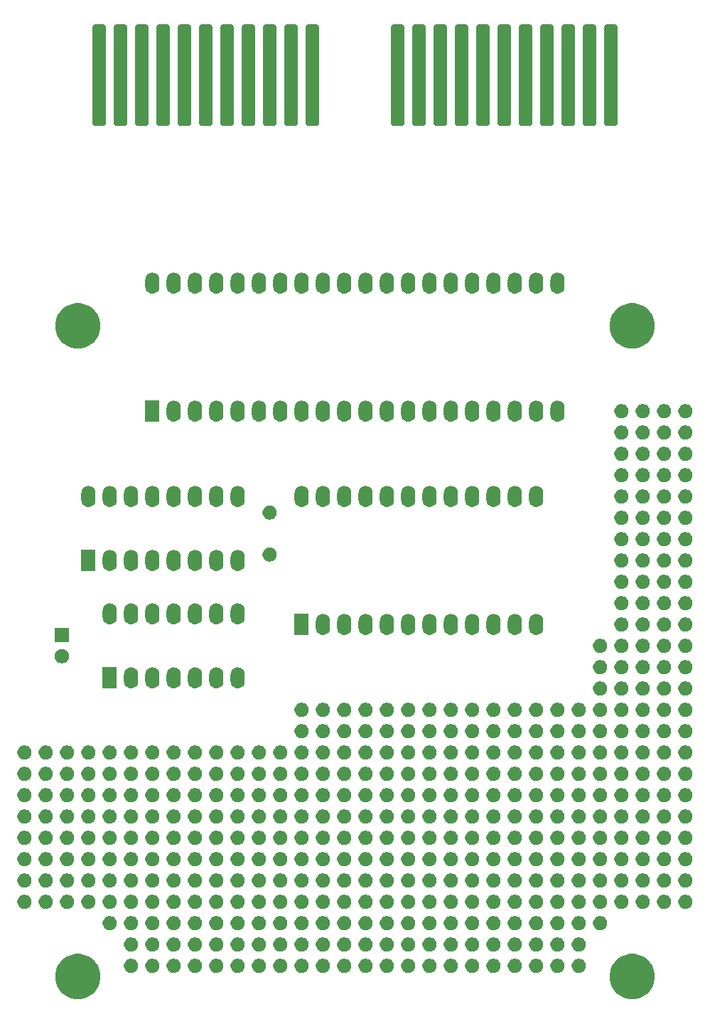
<source format=gbr>
G04 #@! TF.GenerationSoftware,KiCad,Pcbnew,5.1.2-f72e74a~84~ubuntu18.04.1*
G04 #@! TF.CreationDate,2019-07-07T13:50:11+03:00*
G04 #@! TF.ProjectId,fart,66617274-2e6b-4696-9361-645f70636258,rev?*
G04 #@! TF.SameCoordinates,Original*
G04 #@! TF.FileFunction,Soldermask,Bot*
G04 #@! TF.FilePolarity,Negative*
%FSLAX46Y46*%
G04 Gerber Fmt 4.6, Leading zero omitted, Abs format (unit mm)*
G04 Created by KiCad (PCBNEW 5.1.2-f72e74a~84~ubuntu18.04.1) date 2019-07-07 13:50:11*
%MOMM*%
%LPD*%
G04 APERTURE LIST*
%ADD10C,0.100000*%
G04 APERTURE END LIST*
D10*
G36*
X184937852Y-173932797D02*
G01*
X185429402Y-174136404D01*
X185429403Y-174136405D01*
X185871787Y-174431996D01*
X186248004Y-174808213D01*
X186445512Y-175103805D01*
X186543596Y-175250598D01*
X186747203Y-175742148D01*
X186851000Y-176263973D01*
X186851000Y-176796027D01*
X186747203Y-177317852D01*
X186543596Y-177809402D01*
X186543595Y-177809403D01*
X186248004Y-178251787D01*
X185871787Y-178628004D01*
X185576195Y-178825512D01*
X185429402Y-178923596D01*
X184937852Y-179127203D01*
X184416027Y-179231000D01*
X183883973Y-179231000D01*
X183362148Y-179127203D01*
X182870598Y-178923596D01*
X182723805Y-178825512D01*
X182428213Y-178628004D01*
X182051996Y-178251787D01*
X181756405Y-177809403D01*
X181756404Y-177809402D01*
X181552797Y-177317852D01*
X181449000Y-176796027D01*
X181449000Y-176263973D01*
X181552797Y-175742148D01*
X181756404Y-175250598D01*
X181854488Y-175103805D01*
X182051996Y-174808213D01*
X182428213Y-174431996D01*
X182870597Y-174136405D01*
X182870598Y-174136404D01*
X183362148Y-173932797D01*
X183883973Y-173829000D01*
X184416027Y-173829000D01*
X184937852Y-173932797D01*
X184937852Y-173932797D01*
G37*
G36*
X118897852Y-173932797D02*
G01*
X119389402Y-174136404D01*
X119389403Y-174136405D01*
X119831787Y-174431996D01*
X120208004Y-174808213D01*
X120405512Y-175103805D01*
X120503596Y-175250598D01*
X120707203Y-175742148D01*
X120811000Y-176263973D01*
X120811000Y-176796027D01*
X120707203Y-177317852D01*
X120503596Y-177809402D01*
X120503595Y-177809403D01*
X120208004Y-178251787D01*
X119831787Y-178628004D01*
X119536195Y-178825512D01*
X119389402Y-178923596D01*
X118897852Y-179127203D01*
X118376027Y-179231000D01*
X117843973Y-179231000D01*
X117322148Y-179127203D01*
X116830598Y-178923596D01*
X116683805Y-178825512D01*
X116388213Y-178628004D01*
X116011996Y-178251787D01*
X115716405Y-177809403D01*
X115716404Y-177809402D01*
X115512797Y-177317852D01*
X115409000Y-176796027D01*
X115409000Y-176263973D01*
X115512797Y-175742148D01*
X115716404Y-175250598D01*
X115814488Y-175103805D01*
X116011996Y-174808213D01*
X116388213Y-174431996D01*
X116830597Y-174136405D01*
X116830598Y-174136404D01*
X117322148Y-173932797D01*
X117843973Y-173829000D01*
X118376027Y-173829000D01*
X118897852Y-173932797D01*
X118897852Y-173932797D01*
G37*
G36*
X160268228Y-174441703D02*
G01*
X160423100Y-174505853D01*
X160562481Y-174598985D01*
X160681015Y-174717519D01*
X160774147Y-174856900D01*
X160838297Y-175011772D01*
X160871000Y-175176184D01*
X160871000Y-175343816D01*
X160838297Y-175508228D01*
X160774147Y-175663100D01*
X160681015Y-175802481D01*
X160562481Y-175921015D01*
X160423100Y-176014147D01*
X160268228Y-176078297D01*
X160103816Y-176111000D01*
X159936184Y-176111000D01*
X159771772Y-176078297D01*
X159616900Y-176014147D01*
X159477519Y-175921015D01*
X159358985Y-175802481D01*
X159265853Y-175663100D01*
X159201703Y-175508228D01*
X159169000Y-175343816D01*
X159169000Y-175176184D01*
X159201703Y-175011772D01*
X159265853Y-174856900D01*
X159358985Y-174717519D01*
X159477519Y-174598985D01*
X159616900Y-174505853D01*
X159771772Y-174441703D01*
X159936184Y-174409000D01*
X160103816Y-174409000D01*
X160268228Y-174441703D01*
X160268228Y-174441703D01*
G37*
G36*
X124708228Y-174441703D02*
G01*
X124863100Y-174505853D01*
X125002481Y-174598985D01*
X125121015Y-174717519D01*
X125214147Y-174856900D01*
X125278297Y-175011772D01*
X125311000Y-175176184D01*
X125311000Y-175343816D01*
X125278297Y-175508228D01*
X125214147Y-175663100D01*
X125121015Y-175802481D01*
X125002481Y-175921015D01*
X124863100Y-176014147D01*
X124708228Y-176078297D01*
X124543816Y-176111000D01*
X124376184Y-176111000D01*
X124211772Y-176078297D01*
X124056900Y-176014147D01*
X123917519Y-175921015D01*
X123798985Y-175802481D01*
X123705853Y-175663100D01*
X123641703Y-175508228D01*
X123609000Y-175343816D01*
X123609000Y-175176184D01*
X123641703Y-175011772D01*
X123705853Y-174856900D01*
X123798985Y-174717519D01*
X123917519Y-174598985D01*
X124056900Y-174505853D01*
X124211772Y-174441703D01*
X124376184Y-174409000D01*
X124543816Y-174409000D01*
X124708228Y-174441703D01*
X124708228Y-174441703D01*
G37*
G36*
X142488228Y-174441703D02*
G01*
X142643100Y-174505853D01*
X142782481Y-174598985D01*
X142901015Y-174717519D01*
X142994147Y-174856900D01*
X143058297Y-175011772D01*
X143091000Y-175176184D01*
X143091000Y-175343816D01*
X143058297Y-175508228D01*
X142994147Y-175663100D01*
X142901015Y-175802481D01*
X142782481Y-175921015D01*
X142643100Y-176014147D01*
X142488228Y-176078297D01*
X142323816Y-176111000D01*
X142156184Y-176111000D01*
X141991772Y-176078297D01*
X141836900Y-176014147D01*
X141697519Y-175921015D01*
X141578985Y-175802481D01*
X141485853Y-175663100D01*
X141421703Y-175508228D01*
X141389000Y-175343816D01*
X141389000Y-175176184D01*
X141421703Y-175011772D01*
X141485853Y-174856900D01*
X141578985Y-174717519D01*
X141697519Y-174598985D01*
X141836900Y-174505853D01*
X141991772Y-174441703D01*
X142156184Y-174409000D01*
X142323816Y-174409000D01*
X142488228Y-174441703D01*
X142488228Y-174441703D01*
G37*
G36*
X137408228Y-174441703D02*
G01*
X137563100Y-174505853D01*
X137702481Y-174598985D01*
X137821015Y-174717519D01*
X137914147Y-174856900D01*
X137978297Y-175011772D01*
X138011000Y-175176184D01*
X138011000Y-175343816D01*
X137978297Y-175508228D01*
X137914147Y-175663100D01*
X137821015Y-175802481D01*
X137702481Y-175921015D01*
X137563100Y-176014147D01*
X137408228Y-176078297D01*
X137243816Y-176111000D01*
X137076184Y-176111000D01*
X136911772Y-176078297D01*
X136756900Y-176014147D01*
X136617519Y-175921015D01*
X136498985Y-175802481D01*
X136405853Y-175663100D01*
X136341703Y-175508228D01*
X136309000Y-175343816D01*
X136309000Y-175176184D01*
X136341703Y-175011772D01*
X136405853Y-174856900D01*
X136498985Y-174717519D01*
X136617519Y-174598985D01*
X136756900Y-174505853D01*
X136911772Y-174441703D01*
X137076184Y-174409000D01*
X137243816Y-174409000D01*
X137408228Y-174441703D01*
X137408228Y-174441703D01*
G37*
G36*
X155188228Y-174441703D02*
G01*
X155343100Y-174505853D01*
X155482481Y-174598985D01*
X155601015Y-174717519D01*
X155694147Y-174856900D01*
X155758297Y-175011772D01*
X155791000Y-175176184D01*
X155791000Y-175343816D01*
X155758297Y-175508228D01*
X155694147Y-175663100D01*
X155601015Y-175802481D01*
X155482481Y-175921015D01*
X155343100Y-176014147D01*
X155188228Y-176078297D01*
X155023816Y-176111000D01*
X154856184Y-176111000D01*
X154691772Y-176078297D01*
X154536900Y-176014147D01*
X154397519Y-175921015D01*
X154278985Y-175802481D01*
X154185853Y-175663100D01*
X154121703Y-175508228D01*
X154089000Y-175343816D01*
X154089000Y-175176184D01*
X154121703Y-175011772D01*
X154185853Y-174856900D01*
X154278985Y-174717519D01*
X154397519Y-174598985D01*
X154536900Y-174505853D01*
X154691772Y-174441703D01*
X154856184Y-174409000D01*
X155023816Y-174409000D01*
X155188228Y-174441703D01*
X155188228Y-174441703D01*
G37*
G36*
X157728228Y-174441703D02*
G01*
X157883100Y-174505853D01*
X158022481Y-174598985D01*
X158141015Y-174717519D01*
X158234147Y-174856900D01*
X158298297Y-175011772D01*
X158331000Y-175176184D01*
X158331000Y-175343816D01*
X158298297Y-175508228D01*
X158234147Y-175663100D01*
X158141015Y-175802481D01*
X158022481Y-175921015D01*
X157883100Y-176014147D01*
X157728228Y-176078297D01*
X157563816Y-176111000D01*
X157396184Y-176111000D01*
X157231772Y-176078297D01*
X157076900Y-176014147D01*
X156937519Y-175921015D01*
X156818985Y-175802481D01*
X156725853Y-175663100D01*
X156661703Y-175508228D01*
X156629000Y-175343816D01*
X156629000Y-175176184D01*
X156661703Y-175011772D01*
X156725853Y-174856900D01*
X156818985Y-174717519D01*
X156937519Y-174598985D01*
X157076900Y-174505853D01*
X157231772Y-174441703D01*
X157396184Y-174409000D01*
X157563816Y-174409000D01*
X157728228Y-174441703D01*
X157728228Y-174441703D01*
G37*
G36*
X165348228Y-174441703D02*
G01*
X165503100Y-174505853D01*
X165642481Y-174598985D01*
X165761015Y-174717519D01*
X165854147Y-174856900D01*
X165918297Y-175011772D01*
X165951000Y-175176184D01*
X165951000Y-175343816D01*
X165918297Y-175508228D01*
X165854147Y-175663100D01*
X165761015Y-175802481D01*
X165642481Y-175921015D01*
X165503100Y-176014147D01*
X165348228Y-176078297D01*
X165183816Y-176111000D01*
X165016184Y-176111000D01*
X164851772Y-176078297D01*
X164696900Y-176014147D01*
X164557519Y-175921015D01*
X164438985Y-175802481D01*
X164345853Y-175663100D01*
X164281703Y-175508228D01*
X164249000Y-175343816D01*
X164249000Y-175176184D01*
X164281703Y-175011772D01*
X164345853Y-174856900D01*
X164438985Y-174717519D01*
X164557519Y-174598985D01*
X164696900Y-174505853D01*
X164851772Y-174441703D01*
X165016184Y-174409000D01*
X165183816Y-174409000D01*
X165348228Y-174441703D01*
X165348228Y-174441703D01*
G37*
G36*
X127248228Y-174441703D02*
G01*
X127403100Y-174505853D01*
X127542481Y-174598985D01*
X127661015Y-174717519D01*
X127754147Y-174856900D01*
X127818297Y-175011772D01*
X127851000Y-175176184D01*
X127851000Y-175343816D01*
X127818297Y-175508228D01*
X127754147Y-175663100D01*
X127661015Y-175802481D01*
X127542481Y-175921015D01*
X127403100Y-176014147D01*
X127248228Y-176078297D01*
X127083816Y-176111000D01*
X126916184Y-176111000D01*
X126751772Y-176078297D01*
X126596900Y-176014147D01*
X126457519Y-175921015D01*
X126338985Y-175802481D01*
X126245853Y-175663100D01*
X126181703Y-175508228D01*
X126149000Y-175343816D01*
X126149000Y-175176184D01*
X126181703Y-175011772D01*
X126245853Y-174856900D01*
X126338985Y-174717519D01*
X126457519Y-174598985D01*
X126596900Y-174505853D01*
X126751772Y-174441703D01*
X126916184Y-174409000D01*
X127083816Y-174409000D01*
X127248228Y-174441703D01*
X127248228Y-174441703D01*
G37*
G36*
X167888228Y-174441703D02*
G01*
X168043100Y-174505853D01*
X168182481Y-174598985D01*
X168301015Y-174717519D01*
X168394147Y-174856900D01*
X168458297Y-175011772D01*
X168491000Y-175176184D01*
X168491000Y-175343816D01*
X168458297Y-175508228D01*
X168394147Y-175663100D01*
X168301015Y-175802481D01*
X168182481Y-175921015D01*
X168043100Y-176014147D01*
X167888228Y-176078297D01*
X167723816Y-176111000D01*
X167556184Y-176111000D01*
X167391772Y-176078297D01*
X167236900Y-176014147D01*
X167097519Y-175921015D01*
X166978985Y-175802481D01*
X166885853Y-175663100D01*
X166821703Y-175508228D01*
X166789000Y-175343816D01*
X166789000Y-175176184D01*
X166821703Y-175011772D01*
X166885853Y-174856900D01*
X166978985Y-174717519D01*
X167097519Y-174598985D01*
X167236900Y-174505853D01*
X167391772Y-174441703D01*
X167556184Y-174409000D01*
X167723816Y-174409000D01*
X167888228Y-174441703D01*
X167888228Y-174441703D01*
G37*
G36*
X152648228Y-174441703D02*
G01*
X152803100Y-174505853D01*
X152942481Y-174598985D01*
X153061015Y-174717519D01*
X153154147Y-174856900D01*
X153218297Y-175011772D01*
X153251000Y-175176184D01*
X153251000Y-175343816D01*
X153218297Y-175508228D01*
X153154147Y-175663100D01*
X153061015Y-175802481D01*
X152942481Y-175921015D01*
X152803100Y-176014147D01*
X152648228Y-176078297D01*
X152483816Y-176111000D01*
X152316184Y-176111000D01*
X152151772Y-176078297D01*
X151996900Y-176014147D01*
X151857519Y-175921015D01*
X151738985Y-175802481D01*
X151645853Y-175663100D01*
X151581703Y-175508228D01*
X151549000Y-175343816D01*
X151549000Y-175176184D01*
X151581703Y-175011772D01*
X151645853Y-174856900D01*
X151738985Y-174717519D01*
X151857519Y-174598985D01*
X151996900Y-174505853D01*
X152151772Y-174441703D01*
X152316184Y-174409000D01*
X152483816Y-174409000D01*
X152648228Y-174441703D01*
X152648228Y-174441703D01*
G37*
G36*
X134868228Y-174441703D02*
G01*
X135023100Y-174505853D01*
X135162481Y-174598985D01*
X135281015Y-174717519D01*
X135374147Y-174856900D01*
X135438297Y-175011772D01*
X135471000Y-175176184D01*
X135471000Y-175343816D01*
X135438297Y-175508228D01*
X135374147Y-175663100D01*
X135281015Y-175802481D01*
X135162481Y-175921015D01*
X135023100Y-176014147D01*
X134868228Y-176078297D01*
X134703816Y-176111000D01*
X134536184Y-176111000D01*
X134371772Y-176078297D01*
X134216900Y-176014147D01*
X134077519Y-175921015D01*
X133958985Y-175802481D01*
X133865853Y-175663100D01*
X133801703Y-175508228D01*
X133769000Y-175343816D01*
X133769000Y-175176184D01*
X133801703Y-175011772D01*
X133865853Y-174856900D01*
X133958985Y-174717519D01*
X134077519Y-174598985D01*
X134216900Y-174505853D01*
X134371772Y-174441703D01*
X134536184Y-174409000D01*
X134703816Y-174409000D01*
X134868228Y-174441703D01*
X134868228Y-174441703D01*
G37*
G36*
X129788228Y-174441703D02*
G01*
X129943100Y-174505853D01*
X130082481Y-174598985D01*
X130201015Y-174717519D01*
X130294147Y-174856900D01*
X130358297Y-175011772D01*
X130391000Y-175176184D01*
X130391000Y-175343816D01*
X130358297Y-175508228D01*
X130294147Y-175663100D01*
X130201015Y-175802481D01*
X130082481Y-175921015D01*
X129943100Y-176014147D01*
X129788228Y-176078297D01*
X129623816Y-176111000D01*
X129456184Y-176111000D01*
X129291772Y-176078297D01*
X129136900Y-176014147D01*
X128997519Y-175921015D01*
X128878985Y-175802481D01*
X128785853Y-175663100D01*
X128721703Y-175508228D01*
X128689000Y-175343816D01*
X128689000Y-175176184D01*
X128721703Y-175011772D01*
X128785853Y-174856900D01*
X128878985Y-174717519D01*
X128997519Y-174598985D01*
X129136900Y-174505853D01*
X129291772Y-174441703D01*
X129456184Y-174409000D01*
X129623816Y-174409000D01*
X129788228Y-174441703D01*
X129788228Y-174441703D01*
G37*
G36*
X170428228Y-174441703D02*
G01*
X170583100Y-174505853D01*
X170722481Y-174598985D01*
X170841015Y-174717519D01*
X170934147Y-174856900D01*
X170998297Y-175011772D01*
X171031000Y-175176184D01*
X171031000Y-175343816D01*
X170998297Y-175508228D01*
X170934147Y-175663100D01*
X170841015Y-175802481D01*
X170722481Y-175921015D01*
X170583100Y-176014147D01*
X170428228Y-176078297D01*
X170263816Y-176111000D01*
X170096184Y-176111000D01*
X169931772Y-176078297D01*
X169776900Y-176014147D01*
X169637519Y-175921015D01*
X169518985Y-175802481D01*
X169425853Y-175663100D01*
X169361703Y-175508228D01*
X169329000Y-175343816D01*
X169329000Y-175176184D01*
X169361703Y-175011772D01*
X169425853Y-174856900D01*
X169518985Y-174717519D01*
X169637519Y-174598985D01*
X169776900Y-174505853D01*
X169931772Y-174441703D01*
X170096184Y-174409000D01*
X170263816Y-174409000D01*
X170428228Y-174441703D01*
X170428228Y-174441703D01*
G37*
G36*
X178048228Y-174441703D02*
G01*
X178203100Y-174505853D01*
X178342481Y-174598985D01*
X178461015Y-174717519D01*
X178554147Y-174856900D01*
X178618297Y-175011772D01*
X178651000Y-175176184D01*
X178651000Y-175343816D01*
X178618297Y-175508228D01*
X178554147Y-175663100D01*
X178461015Y-175802481D01*
X178342481Y-175921015D01*
X178203100Y-176014147D01*
X178048228Y-176078297D01*
X177883816Y-176111000D01*
X177716184Y-176111000D01*
X177551772Y-176078297D01*
X177396900Y-176014147D01*
X177257519Y-175921015D01*
X177138985Y-175802481D01*
X177045853Y-175663100D01*
X176981703Y-175508228D01*
X176949000Y-175343816D01*
X176949000Y-175176184D01*
X176981703Y-175011772D01*
X177045853Y-174856900D01*
X177138985Y-174717519D01*
X177257519Y-174598985D01*
X177396900Y-174505853D01*
X177551772Y-174441703D01*
X177716184Y-174409000D01*
X177883816Y-174409000D01*
X178048228Y-174441703D01*
X178048228Y-174441703D01*
G37*
G36*
X175508228Y-174441703D02*
G01*
X175663100Y-174505853D01*
X175802481Y-174598985D01*
X175921015Y-174717519D01*
X176014147Y-174856900D01*
X176078297Y-175011772D01*
X176111000Y-175176184D01*
X176111000Y-175343816D01*
X176078297Y-175508228D01*
X176014147Y-175663100D01*
X175921015Y-175802481D01*
X175802481Y-175921015D01*
X175663100Y-176014147D01*
X175508228Y-176078297D01*
X175343816Y-176111000D01*
X175176184Y-176111000D01*
X175011772Y-176078297D01*
X174856900Y-176014147D01*
X174717519Y-175921015D01*
X174598985Y-175802481D01*
X174505853Y-175663100D01*
X174441703Y-175508228D01*
X174409000Y-175343816D01*
X174409000Y-175176184D01*
X174441703Y-175011772D01*
X174505853Y-174856900D01*
X174598985Y-174717519D01*
X174717519Y-174598985D01*
X174856900Y-174505853D01*
X175011772Y-174441703D01*
X175176184Y-174409000D01*
X175343816Y-174409000D01*
X175508228Y-174441703D01*
X175508228Y-174441703D01*
G37*
G36*
X132328228Y-174441703D02*
G01*
X132483100Y-174505853D01*
X132622481Y-174598985D01*
X132741015Y-174717519D01*
X132834147Y-174856900D01*
X132898297Y-175011772D01*
X132931000Y-175176184D01*
X132931000Y-175343816D01*
X132898297Y-175508228D01*
X132834147Y-175663100D01*
X132741015Y-175802481D01*
X132622481Y-175921015D01*
X132483100Y-176014147D01*
X132328228Y-176078297D01*
X132163816Y-176111000D01*
X131996184Y-176111000D01*
X131831772Y-176078297D01*
X131676900Y-176014147D01*
X131537519Y-175921015D01*
X131418985Y-175802481D01*
X131325853Y-175663100D01*
X131261703Y-175508228D01*
X131229000Y-175343816D01*
X131229000Y-175176184D01*
X131261703Y-175011772D01*
X131325853Y-174856900D01*
X131418985Y-174717519D01*
X131537519Y-174598985D01*
X131676900Y-174505853D01*
X131831772Y-174441703D01*
X131996184Y-174409000D01*
X132163816Y-174409000D01*
X132328228Y-174441703D01*
X132328228Y-174441703D01*
G37*
G36*
X147568228Y-174441703D02*
G01*
X147723100Y-174505853D01*
X147862481Y-174598985D01*
X147981015Y-174717519D01*
X148074147Y-174856900D01*
X148138297Y-175011772D01*
X148171000Y-175176184D01*
X148171000Y-175343816D01*
X148138297Y-175508228D01*
X148074147Y-175663100D01*
X147981015Y-175802481D01*
X147862481Y-175921015D01*
X147723100Y-176014147D01*
X147568228Y-176078297D01*
X147403816Y-176111000D01*
X147236184Y-176111000D01*
X147071772Y-176078297D01*
X146916900Y-176014147D01*
X146777519Y-175921015D01*
X146658985Y-175802481D01*
X146565853Y-175663100D01*
X146501703Y-175508228D01*
X146469000Y-175343816D01*
X146469000Y-175176184D01*
X146501703Y-175011772D01*
X146565853Y-174856900D01*
X146658985Y-174717519D01*
X146777519Y-174598985D01*
X146916900Y-174505853D01*
X147071772Y-174441703D01*
X147236184Y-174409000D01*
X147403816Y-174409000D01*
X147568228Y-174441703D01*
X147568228Y-174441703D01*
G37*
G36*
X162808228Y-174441703D02*
G01*
X162963100Y-174505853D01*
X163102481Y-174598985D01*
X163221015Y-174717519D01*
X163314147Y-174856900D01*
X163378297Y-175011772D01*
X163411000Y-175176184D01*
X163411000Y-175343816D01*
X163378297Y-175508228D01*
X163314147Y-175663100D01*
X163221015Y-175802481D01*
X163102481Y-175921015D01*
X162963100Y-176014147D01*
X162808228Y-176078297D01*
X162643816Y-176111000D01*
X162476184Y-176111000D01*
X162311772Y-176078297D01*
X162156900Y-176014147D01*
X162017519Y-175921015D01*
X161898985Y-175802481D01*
X161805853Y-175663100D01*
X161741703Y-175508228D01*
X161709000Y-175343816D01*
X161709000Y-175176184D01*
X161741703Y-175011772D01*
X161805853Y-174856900D01*
X161898985Y-174717519D01*
X162017519Y-174598985D01*
X162156900Y-174505853D01*
X162311772Y-174441703D01*
X162476184Y-174409000D01*
X162643816Y-174409000D01*
X162808228Y-174441703D01*
X162808228Y-174441703D01*
G37*
G36*
X150108228Y-174441703D02*
G01*
X150263100Y-174505853D01*
X150402481Y-174598985D01*
X150521015Y-174717519D01*
X150614147Y-174856900D01*
X150678297Y-175011772D01*
X150711000Y-175176184D01*
X150711000Y-175343816D01*
X150678297Y-175508228D01*
X150614147Y-175663100D01*
X150521015Y-175802481D01*
X150402481Y-175921015D01*
X150263100Y-176014147D01*
X150108228Y-176078297D01*
X149943816Y-176111000D01*
X149776184Y-176111000D01*
X149611772Y-176078297D01*
X149456900Y-176014147D01*
X149317519Y-175921015D01*
X149198985Y-175802481D01*
X149105853Y-175663100D01*
X149041703Y-175508228D01*
X149009000Y-175343816D01*
X149009000Y-175176184D01*
X149041703Y-175011772D01*
X149105853Y-174856900D01*
X149198985Y-174717519D01*
X149317519Y-174598985D01*
X149456900Y-174505853D01*
X149611772Y-174441703D01*
X149776184Y-174409000D01*
X149943816Y-174409000D01*
X150108228Y-174441703D01*
X150108228Y-174441703D01*
G37*
G36*
X172968228Y-174441703D02*
G01*
X173123100Y-174505853D01*
X173262481Y-174598985D01*
X173381015Y-174717519D01*
X173474147Y-174856900D01*
X173538297Y-175011772D01*
X173571000Y-175176184D01*
X173571000Y-175343816D01*
X173538297Y-175508228D01*
X173474147Y-175663100D01*
X173381015Y-175802481D01*
X173262481Y-175921015D01*
X173123100Y-176014147D01*
X172968228Y-176078297D01*
X172803816Y-176111000D01*
X172636184Y-176111000D01*
X172471772Y-176078297D01*
X172316900Y-176014147D01*
X172177519Y-175921015D01*
X172058985Y-175802481D01*
X171965853Y-175663100D01*
X171901703Y-175508228D01*
X171869000Y-175343816D01*
X171869000Y-175176184D01*
X171901703Y-175011772D01*
X171965853Y-174856900D01*
X172058985Y-174717519D01*
X172177519Y-174598985D01*
X172316900Y-174505853D01*
X172471772Y-174441703D01*
X172636184Y-174409000D01*
X172803816Y-174409000D01*
X172968228Y-174441703D01*
X172968228Y-174441703D01*
G37*
G36*
X139948228Y-174441703D02*
G01*
X140103100Y-174505853D01*
X140242481Y-174598985D01*
X140361015Y-174717519D01*
X140454147Y-174856900D01*
X140518297Y-175011772D01*
X140551000Y-175176184D01*
X140551000Y-175343816D01*
X140518297Y-175508228D01*
X140454147Y-175663100D01*
X140361015Y-175802481D01*
X140242481Y-175921015D01*
X140103100Y-176014147D01*
X139948228Y-176078297D01*
X139783816Y-176111000D01*
X139616184Y-176111000D01*
X139451772Y-176078297D01*
X139296900Y-176014147D01*
X139157519Y-175921015D01*
X139038985Y-175802481D01*
X138945853Y-175663100D01*
X138881703Y-175508228D01*
X138849000Y-175343816D01*
X138849000Y-175176184D01*
X138881703Y-175011772D01*
X138945853Y-174856900D01*
X139038985Y-174717519D01*
X139157519Y-174598985D01*
X139296900Y-174505853D01*
X139451772Y-174441703D01*
X139616184Y-174409000D01*
X139783816Y-174409000D01*
X139948228Y-174441703D01*
X139948228Y-174441703D01*
G37*
G36*
X145028228Y-174441703D02*
G01*
X145183100Y-174505853D01*
X145322481Y-174598985D01*
X145441015Y-174717519D01*
X145534147Y-174856900D01*
X145598297Y-175011772D01*
X145631000Y-175176184D01*
X145631000Y-175343816D01*
X145598297Y-175508228D01*
X145534147Y-175663100D01*
X145441015Y-175802481D01*
X145322481Y-175921015D01*
X145183100Y-176014147D01*
X145028228Y-176078297D01*
X144863816Y-176111000D01*
X144696184Y-176111000D01*
X144531772Y-176078297D01*
X144376900Y-176014147D01*
X144237519Y-175921015D01*
X144118985Y-175802481D01*
X144025853Y-175663100D01*
X143961703Y-175508228D01*
X143929000Y-175343816D01*
X143929000Y-175176184D01*
X143961703Y-175011772D01*
X144025853Y-174856900D01*
X144118985Y-174717519D01*
X144237519Y-174598985D01*
X144376900Y-174505853D01*
X144531772Y-174441703D01*
X144696184Y-174409000D01*
X144863816Y-174409000D01*
X145028228Y-174441703D01*
X145028228Y-174441703D01*
G37*
G36*
X145028228Y-171901703D02*
G01*
X145183100Y-171965853D01*
X145322481Y-172058985D01*
X145441015Y-172177519D01*
X145534147Y-172316900D01*
X145598297Y-172471772D01*
X145631000Y-172636184D01*
X145631000Y-172803816D01*
X145598297Y-172968228D01*
X145534147Y-173123100D01*
X145441015Y-173262481D01*
X145322481Y-173381015D01*
X145183100Y-173474147D01*
X145028228Y-173538297D01*
X144863816Y-173571000D01*
X144696184Y-173571000D01*
X144531772Y-173538297D01*
X144376900Y-173474147D01*
X144237519Y-173381015D01*
X144118985Y-173262481D01*
X144025853Y-173123100D01*
X143961703Y-172968228D01*
X143929000Y-172803816D01*
X143929000Y-172636184D01*
X143961703Y-172471772D01*
X144025853Y-172316900D01*
X144118985Y-172177519D01*
X144237519Y-172058985D01*
X144376900Y-171965853D01*
X144531772Y-171901703D01*
X144696184Y-171869000D01*
X144863816Y-171869000D01*
X145028228Y-171901703D01*
X145028228Y-171901703D01*
G37*
G36*
X150108228Y-171901703D02*
G01*
X150263100Y-171965853D01*
X150402481Y-172058985D01*
X150521015Y-172177519D01*
X150614147Y-172316900D01*
X150678297Y-172471772D01*
X150711000Y-172636184D01*
X150711000Y-172803816D01*
X150678297Y-172968228D01*
X150614147Y-173123100D01*
X150521015Y-173262481D01*
X150402481Y-173381015D01*
X150263100Y-173474147D01*
X150108228Y-173538297D01*
X149943816Y-173571000D01*
X149776184Y-173571000D01*
X149611772Y-173538297D01*
X149456900Y-173474147D01*
X149317519Y-173381015D01*
X149198985Y-173262481D01*
X149105853Y-173123100D01*
X149041703Y-172968228D01*
X149009000Y-172803816D01*
X149009000Y-172636184D01*
X149041703Y-172471772D01*
X149105853Y-172316900D01*
X149198985Y-172177519D01*
X149317519Y-172058985D01*
X149456900Y-171965853D01*
X149611772Y-171901703D01*
X149776184Y-171869000D01*
X149943816Y-171869000D01*
X150108228Y-171901703D01*
X150108228Y-171901703D01*
G37*
G36*
X147568228Y-171901703D02*
G01*
X147723100Y-171965853D01*
X147862481Y-172058985D01*
X147981015Y-172177519D01*
X148074147Y-172316900D01*
X148138297Y-172471772D01*
X148171000Y-172636184D01*
X148171000Y-172803816D01*
X148138297Y-172968228D01*
X148074147Y-173123100D01*
X147981015Y-173262481D01*
X147862481Y-173381015D01*
X147723100Y-173474147D01*
X147568228Y-173538297D01*
X147403816Y-173571000D01*
X147236184Y-173571000D01*
X147071772Y-173538297D01*
X146916900Y-173474147D01*
X146777519Y-173381015D01*
X146658985Y-173262481D01*
X146565853Y-173123100D01*
X146501703Y-172968228D01*
X146469000Y-172803816D01*
X146469000Y-172636184D01*
X146501703Y-172471772D01*
X146565853Y-172316900D01*
X146658985Y-172177519D01*
X146777519Y-172058985D01*
X146916900Y-171965853D01*
X147071772Y-171901703D01*
X147236184Y-171869000D01*
X147403816Y-171869000D01*
X147568228Y-171901703D01*
X147568228Y-171901703D01*
G37*
G36*
X162808228Y-171901703D02*
G01*
X162963100Y-171965853D01*
X163102481Y-172058985D01*
X163221015Y-172177519D01*
X163314147Y-172316900D01*
X163378297Y-172471772D01*
X163411000Y-172636184D01*
X163411000Y-172803816D01*
X163378297Y-172968228D01*
X163314147Y-173123100D01*
X163221015Y-173262481D01*
X163102481Y-173381015D01*
X162963100Y-173474147D01*
X162808228Y-173538297D01*
X162643816Y-173571000D01*
X162476184Y-173571000D01*
X162311772Y-173538297D01*
X162156900Y-173474147D01*
X162017519Y-173381015D01*
X161898985Y-173262481D01*
X161805853Y-173123100D01*
X161741703Y-172968228D01*
X161709000Y-172803816D01*
X161709000Y-172636184D01*
X161741703Y-172471772D01*
X161805853Y-172316900D01*
X161898985Y-172177519D01*
X162017519Y-172058985D01*
X162156900Y-171965853D01*
X162311772Y-171901703D01*
X162476184Y-171869000D01*
X162643816Y-171869000D01*
X162808228Y-171901703D01*
X162808228Y-171901703D01*
G37*
G36*
X134868228Y-171901703D02*
G01*
X135023100Y-171965853D01*
X135162481Y-172058985D01*
X135281015Y-172177519D01*
X135374147Y-172316900D01*
X135438297Y-172471772D01*
X135471000Y-172636184D01*
X135471000Y-172803816D01*
X135438297Y-172968228D01*
X135374147Y-173123100D01*
X135281015Y-173262481D01*
X135162481Y-173381015D01*
X135023100Y-173474147D01*
X134868228Y-173538297D01*
X134703816Y-173571000D01*
X134536184Y-173571000D01*
X134371772Y-173538297D01*
X134216900Y-173474147D01*
X134077519Y-173381015D01*
X133958985Y-173262481D01*
X133865853Y-173123100D01*
X133801703Y-172968228D01*
X133769000Y-172803816D01*
X133769000Y-172636184D01*
X133801703Y-172471772D01*
X133865853Y-172316900D01*
X133958985Y-172177519D01*
X134077519Y-172058985D01*
X134216900Y-171965853D01*
X134371772Y-171901703D01*
X134536184Y-171869000D01*
X134703816Y-171869000D01*
X134868228Y-171901703D01*
X134868228Y-171901703D01*
G37*
G36*
X157728228Y-171901703D02*
G01*
X157883100Y-171965853D01*
X158022481Y-172058985D01*
X158141015Y-172177519D01*
X158234147Y-172316900D01*
X158298297Y-172471772D01*
X158331000Y-172636184D01*
X158331000Y-172803816D01*
X158298297Y-172968228D01*
X158234147Y-173123100D01*
X158141015Y-173262481D01*
X158022481Y-173381015D01*
X157883100Y-173474147D01*
X157728228Y-173538297D01*
X157563816Y-173571000D01*
X157396184Y-173571000D01*
X157231772Y-173538297D01*
X157076900Y-173474147D01*
X156937519Y-173381015D01*
X156818985Y-173262481D01*
X156725853Y-173123100D01*
X156661703Y-172968228D01*
X156629000Y-172803816D01*
X156629000Y-172636184D01*
X156661703Y-172471772D01*
X156725853Y-172316900D01*
X156818985Y-172177519D01*
X156937519Y-172058985D01*
X157076900Y-171965853D01*
X157231772Y-171901703D01*
X157396184Y-171869000D01*
X157563816Y-171869000D01*
X157728228Y-171901703D01*
X157728228Y-171901703D01*
G37*
G36*
X152648228Y-171901703D02*
G01*
X152803100Y-171965853D01*
X152942481Y-172058985D01*
X153061015Y-172177519D01*
X153154147Y-172316900D01*
X153218297Y-172471772D01*
X153251000Y-172636184D01*
X153251000Y-172803816D01*
X153218297Y-172968228D01*
X153154147Y-173123100D01*
X153061015Y-173262481D01*
X152942481Y-173381015D01*
X152803100Y-173474147D01*
X152648228Y-173538297D01*
X152483816Y-173571000D01*
X152316184Y-173571000D01*
X152151772Y-173538297D01*
X151996900Y-173474147D01*
X151857519Y-173381015D01*
X151738985Y-173262481D01*
X151645853Y-173123100D01*
X151581703Y-172968228D01*
X151549000Y-172803816D01*
X151549000Y-172636184D01*
X151581703Y-172471772D01*
X151645853Y-172316900D01*
X151738985Y-172177519D01*
X151857519Y-172058985D01*
X151996900Y-171965853D01*
X152151772Y-171901703D01*
X152316184Y-171869000D01*
X152483816Y-171869000D01*
X152648228Y-171901703D01*
X152648228Y-171901703D01*
G37*
G36*
X139948228Y-171901703D02*
G01*
X140103100Y-171965853D01*
X140242481Y-172058985D01*
X140361015Y-172177519D01*
X140454147Y-172316900D01*
X140518297Y-172471772D01*
X140551000Y-172636184D01*
X140551000Y-172803816D01*
X140518297Y-172968228D01*
X140454147Y-173123100D01*
X140361015Y-173262481D01*
X140242481Y-173381015D01*
X140103100Y-173474147D01*
X139948228Y-173538297D01*
X139783816Y-173571000D01*
X139616184Y-173571000D01*
X139451772Y-173538297D01*
X139296900Y-173474147D01*
X139157519Y-173381015D01*
X139038985Y-173262481D01*
X138945853Y-173123100D01*
X138881703Y-172968228D01*
X138849000Y-172803816D01*
X138849000Y-172636184D01*
X138881703Y-172471772D01*
X138945853Y-172316900D01*
X139038985Y-172177519D01*
X139157519Y-172058985D01*
X139296900Y-171965853D01*
X139451772Y-171901703D01*
X139616184Y-171869000D01*
X139783816Y-171869000D01*
X139948228Y-171901703D01*
X139948228Y-171901703D01*
G37*
G36*
X124708228Y-171901703D02*
G01*
X124863100Y-171965853D01*
X125002481Y-172058985D01*
X125121015Y-172177519D01*
X125214147Y-172316900D01*
X125278297Y-172471772D01*
X125311000Y-172636184D01*
X125311000Y-172803816D01*
X125278297Y-172968228D01*
X125214147Y-173123100D01*
X125121015Y-173262481D01*
X125002481Y-173381015D01*
X124863100Y-173474147D01*
X124708228Y-173538297D01*
X124543816Y-173571000D01*
X124376184Y-173571000D01*
X124211772Y-173538297D01*
X124056900Y-173474147D01*
X123917519Y-173381015D01*
X123798985Y-173262481D01*
X123705853Y-173123100D01*
X123641703Y-172968228D01*
X123609000Y-172803816D01*
X123609000Y-172636184D01*
X123641703Y-172471772D01*
X123705853Y-172316900D01*
X123798985Y-172177519D01*
X123917519Y-172058985D01*
X124056900Y-171965853D01*
X124211772Y-171901703D01*
X124376184Y-171869000D01*
X124543816Y-171869000D01*
X124708228Y-171901703D01*
X124708228Y-171901703D01*
G37*
G36*
X129788228Y-171901703D02*
G01*
X129943100Y-171965853D01*
X130082481Y-172058985D01*
X130201015Y-172177519D01*
X130294147Y-172316900D01*
X130358297Y-172471772D01*
X130391000Y-172636184D01*
X130391000Y-172803816D01*
X130358297Y-172968228D01*
X130294147Y-173123100D01*
X130201015Y-173262481D01*
X130082481Y-173381015D01*
X129943100Y-173474147D01*
X129788228Y-173538297D01*
X129623816Y-173571000D01*
X129456184Y-173571000D01*
X129291772Y-173538297D01*
X129136900Y-173474147D01*
X128997519Y-173381015D01*
X128878985Y-173262481D01*
X128785853Y-173123100D01*
X128721703Y-172968228D01*
X128689000Y-172803816D01*
X128689000Y-172636184D01*
X128721703Y-172471772D01*
X128785853Y-172316900D01*
X128878985Y-172177519D01*
X128997519Y-172058985D01*
X129136900Y-171965853D01*
X129291772Y-171901703D01*
X129456184Y-171869000D01*
X129623816Y-171869000D01*
X129788228Y-171901703D01*
X129788228Y-171901703D01*
G37*
G36*
X155188228Y-171901703D02*
G01*
X155343100Y-171965853D01*
X155482481Y-172058985D01*
X155601015Y-172177519D01*
X155694147Y-172316900D01*
X155758297Y-172471772D01*
X155791000Y-172636184D01*
X155791000Y-172803816D01*
X155758297Y-172968228D01*
X155694147Y-173123100D01*
X155601015Y-173262481D01*
X155482481Y-173381015D01*
X155343100Y-173474147D01*
X155188228Y-173538297D01*
X155023816Y-173571000D01*
X154856184Y-173571000D01*
X154691772Y-173538297D01*
X154536900Y-173474147D01*
X154397519Y-173381015D01*
X154278985Y-173262481D01*
X154185853Y-173123100D01*
X154121703Y-172968228D01*
X154089000Y-172803816D01*
X154089000Y-172636184D01*
X154121703Y-172471772D01*
X154185853Y-172316900D01*
X154278985Y-172177519D01*
X154397519Y-172058985D01*
X154536900Y-171965853D01*
X154691772Y-171901703D01*
X154856184Y-171869000D01*
X155023816Y-171869000D01*
X155188228Y-171901703D01*
X155188228Y-171901703D01*
G37*
G36*
X132328228Y-171901703D02*
G01*
X132483100Y-171965853D01*
X132622481Y-172058985D01*
X132741015Y-172177519D01*
X132834147Y-172316900D01*
X132898297Y-172471772D01*
X132931000Y-172636184D01*
X132931000Y-172803816D01*
X132898297Y-172968228D01*
X132834147Y-173123100D01*
X132741015Y-173262481D01*
X132622481Y-173381015D01*
X132483100Y-173474147D01*
X132328228Y-173538297D01*
X132163816Y-173571000D01*
X131996184Y-173571000D01*
X131831772Y-173538297D01*
X131676900Y-173474147D01*
X131537519Y-173381015D01*
X131418985Y-173262481D01*
X131325853Y-173123100D01*
X131261703Y-172968228D01*
X131229000Y-172803816D01*
X131229000Y-172636184D01*
X131261703Y-172471772D01*
X131325853Y-172316900D01*
X131418985Y-172177519D01*
X131537519Y-172058985D01*
X131676900Y-171965853D01*
X131831772Y-171901703D01*
X131996184Y-171869000D01*
X132163816Y-171869000D01*
X132328228Y-171901703D01*
X132328228Y-171901703D01*
G37*
G36*
X142488228Y-171901703D02*
G01*
X142643100Y-171965853D01*
X142782481Y-172058985D01*
X142901015Y-172177519D01*
X142994147Y-172316900D01*
X143058297Y-172471772D01*
X143091000Y-172636184D01*
X143091000Y-172803816D01*
X143058297Y-172968228D01*
X142994147Y-173123100D01*
X142901015Y-173262481D01*
X142782481Y-173381015D01*
X142643100Y-173474147D01*
X142488228Y-173538297D01*
X142323816Y-173571000D01*
X142156184Y-173571000D01*
X141991772Y-173538297D01*
X141836900Y-173474147D01*
X141697519Y-173381015D01*
X141578985Y-173262481D01*
X141485853Y-173123100D01*
X141421703Y-172968228D01*
X141389000Y-172803816D01*
X141389000Y-172636184D01*
X141421703Y-172471772D01*
X141485853Y-172316900D01*
X141578985Y-172177519D01*
X141697519Y-172058985D01*
X141836900Y-171965853D01*
X141991772Y-171901703D01*
X142156184Y-171869000D01*
X142323816Y-171869000D01*
X142488228Y-171901703D01*
X142488228Y-171901703D01*
G37*
G36*
X178048228Y-171901703D02*
G01*
X178203100Y-171965853D01*
X178342481Y-172058985D01*
X178461015Y-172177519D01*
X178554147Y-172316900D01*
X178618297Y-172471772D01*
X178651000Y-172636184D01*
X178651000Y-172803816D01*
X178618297Y-172968228D01*
X178554147Y-173123100D01*
X178461015Y-173262481D01*
X178342481Y-173381015D01*
X178203100Y-173474147D01*
X178048228Y-173538297D01*
X177883816Y-173571000D01*
X177716184Y-173571000D01*
X177551772Y-173538297D01*
X177396900Y-173474147D01*
X177257519Y-173381015D01*
X177138985Y-173262481D01*
X177045853Y-173123100D01*
X176981703Y-172968228D01*
X176949000Y-172803816D01*
X176949000Y-172636184D01*
X176981703Y-172471772D01*
X177045853Y-172316900D01*
X177138985Y-172177519D01*
X177257519Y-172058985D01*
X177396900Y-171965853D01*
X177551772Y-171901703D01*
X177716184Y-171869000D01*
X177883816Y-171869000D01*
X178048228Y-171901703D01*
X178048228Y-171901703D01*
G37*
G36*
X175508228Y-171901703D02*
G01*
X175663100Y-171965853D01*
X175802481Y-172058985D01*
X175921015Y-172177519D01*
X176014147Y-172316900D01*
X176078297Y-172471772D01*
X176111000Y-172636184D01*
X176111000Y-172803816D01*
X176078297Y-172968228D01*
X176014147Y-173123100D01*
X175921015Y-173262481D01*
X175802481Y-173381015D01*
X175663100Y-173474147D01*
X175508228Y-173538297D01*
X175343816Y-173571000D01*
X175176184Y-173571000D01*
X175011772Y-173538297D01*
X174856900Y-173474147D01*
X174717519Y-173381015D01*
X174598985Y-173262481D01*
X174505853Y-173123100D01*
X174441703Y-172968228D01*
X174409000Y-172803816D01*
X174409000Y-172636184D01*
X174441703Y-172471772D01*
X174505853Y-172316900D01*
X174598985Y-172177519D01*
X174717519Y-172058985D01*
X174856900Y-171965853D01*
X175011772Y-171901703D01*
X175176184Y-171869000D01*
X175343816Y-171869000D01*
X175508228Y-171901703D01*
X175508228Y-171901703D01*
G37*
G36*
X165348228Y-171901703D02*
G01*
X165503100Y-171965853D01*
X165642481Y-172058985D01*
X165761015Y-172177519D01*
X165854147Y-172316900D01*
X165918297Y-172471772D01*
X165951000Y-172636184D01*
X165951000Y-172803816D01*
X165918297Y-172968228D01*
X165854147Y-173123100D01*
X165761015Y-173262481D01*
X165642481Y-173381015D01*
X165503100Y-173474147D01*
X165348228Y-173538297D01*
X165183816Y-173571000D01*
X165016184Y-173571000D01*
X164851772Y-173538297D01*
X164696900Y-173474147D01*
X164557519Y-173381015D01*
X164438985Y-173262481D01*
X164345853Y-173123100D01*
X164281703Y-172968228D01*
X164249000Y-172803816D01*
X164249000Y-172636184D01*
X164281703Y-172471772D01*
X164345853Y-172316900D01*
X164438985Y-172177519D01*
X164557519Y-172058985D01*
X164696900Y-171965853D01*
X164851772Y-171901703D01*
X165016184Y-171869000D01*
X165183816Y-171869000D01*
X165348228Y-171901703D01*
X165348228Y-171901703D01*
G37*
G36*
X172968228Y-171901703D02*
G01*
X173123100Y-171965853D01*
X173262481Y-172058985D01*
X173381015Y-172177519D01*
X173474147Y-172316900D01*
X173538297Y-172471772D01*
X173571000Y-172636184D01*
X173571000Y-172803816D01*
X173538297Y-172968228D01*
X173474147Y-173123100D01*
X173381015Y-173262481D01*
X173262481Y-173381015D01*
X173123100Y-173474147D01*
X172968228Y-173538297D01*
X172803816Y-173571000D01*
X172636184Y-173571000D01*
X172471772Y-173538297D01*
X172316900Y-173474147D01*
X172177519Y-173381015D01*
X172058985Y-173262481D01*
X171965853Y-173123100D01*
X171901703Y-172968228D01*
X171869000Y-172803816D01*
X171869000Y-172636184D01*
X171901703Y-172471772D01*
X171965853Y-172316900D01*
X172058985Y-172177519D01*
X172177519Y-172058985D01*
X172316900Y-171965853D01*
X172471772Y-171901703D01*
X172636184Y-171869000D01*
X172803816Y-171869000D01*
X172968228Y-171901703D01*
X172968228Y-171901703D01*
G37*
G36*
X170428228Y-171901703D02*
G01*
X170583100Y-171965853D01*
X170722481Y-172058985D01*
X170841015Y-172177519D01*
X170934147Y-172316900D01*
X170998297Y-172471772D01*
X171031000Y-172636184D01*
X171031000Y-172803816D01*
X170998297Y-172968228D01*
X170934147Y-173123100D01*
X170841015Y-173262481D01*
X170722481Y-173381015D01*
X170583100Y-173474147D01*
X170428228Y-173538297D01*
X170263816Y-173571000D01*
X170096184Y-173571000D01*
X169931772Y-173538297D01*
X169776900Y-173474147D01*
X169637519Y-173381015D01*
X169518985Y-173262481D01*
X169425853Y-173123100D01*
X169361703Y-172968228D01*
X169329000Y-172803816D01*
X169329000Y-172636184D01*
X169361703Y-172471772D01*
X169425853Y-172316900D01*
X169518985Y-172177519D01*
X169637519Y-172058985D01*
X169776900Y-171965853D01*
X169931772Y-171901703D01*
X170096184Y-171869000D01*
X170263816Y-171869000D01*
X170428228Y-171901703D01*
X170428228Y-171901703D01*
G37*
G36*
X167888228Y-171901703D02*
G01*
X168043100Y-171965853D01*
X168182481Y-172058985D01*
X168301015Y-172177519D01*
X168394147Y-172316900D01*
X168458297Y-172471772D01*
X168491000Y-172636184D01*
X168491000Y-172803816D01*
X168458297Y-172968228D01*
X168394147Y-173123100D01*
X168301015Y-173262481D01*
X168182481Y-173381015D01*
X168043100Y-173474147D01*
X167888228Y-173538297D01*
X167723816Y-173571000D01*
X167556184Y-173571000D01*
X167391772Y-173538297D01*
X167236900Y-173474147D01*
X167097519Y-173381015D01*
X166978985Y-173262481D01*
X166885853Y-173123100D01*
X166821703Y-172968228D01*
X166789000Y-172803816D01*
X166789000Y-172636184D01*
X166821703Y-172471772D01*
X166885853Y-172316900D01*
X166978985Y-172177519D01*
X167097519Y-172058985D01*
X167236900Y-171965853D01*
X167391772Y-171901703D01*
X167556184Y-171869000D01*
X167723816Y-171869000D01*
X167888228Y-171901703D01*
X167888228Y-171901703D01*
G37*
G36*
X160268228Y-171901703D02*
G01*
X160423100Y-171965853D01*
X160562481Y-172058985D01*
X160681015Y-172177519D01*
X160774147Y-172316900D01*
X160838297Y-172471772D01*
X160871000Y-172636184D01*
X160871000Y-172803816D01*
X160838297Y-172968228D01*
X160774147Y-173123100D01*
X160681015Y-173262481D01*
X160562481Y-173381015D01*
X160423100Y-173474147D01*
X160268228Y-173538297D01*
X160103816Y-173571000D01*
X159936184Y-173571000D01*
X159771772Y-173538297D01*
X159616900Y-173474147D01*
X159477519Y-173381015D01*
X159358985Y-173262481D01*
X159265853Y-173123100D01*
X159201703Y-172968228D01*
X159169000Y-172803816D01*
X159169000Y-172636184D01*
X159201703Y-172471772D01*
X159265853Y-172316900D01*
X159358985Y-172177519D01*
X159477519Y-172058985D01*
X159616900Y-171965853D01*
X159771772Y-171901703D01*
X159936184Y-171869000D01*
X160103816Y-171869000D01*
X160268228Y-171901703D01*
X160268228Y-171901703D01*
G37*
G36*
X127248228Y-171901703D02*
G01*
X127403100Y-171965853D01*
X127542481Y-172058985D01*
X127661015Y-172177519D01*
X127754147Y-172316900D01*
X127818297Y-172471772D01*
X127851000Y-172636184D01*
X127851000Y-172803816D01*
X127818297Y-172968228D01*
X127754147Y-173123100D01*
X127661015Y-173262481D01*
X127542481Y-173381015D01*
X127403100Y-173474147D01*
X127248228Y-173538297D01*
X127083816Y-173571000D01*
X126916184Y-173571000D01*
X126751772Y-173538297D01*
X126596900Y-173474147D01*
X126457519Y-173381015D01*
X126338985Y-173262481D01*
X126245853Y-173123100D01*
X126181703Y-172968228D01*
X126149000Y-172803816D01*
X126149000Y-172636184D01*
X126181703Y-172471772D01*
X126245853Y-172316900D01*
X126338985Y-172177519D01*
X126457519Y-172058985D01*
X126596900Y-171965853D01*
X126751772Y-171901703D01*
X126916184Y-171869000D01*
X127083816Y-171869000D01*
X127248228Y-171901703D01*
X127248228Y-171901703D01*
G37*
G36*
X137408228Y-171901703D02*
G01*
X137563100Y-171965853D01*
X137702481Y-172058985D01*
X137821015Y-172177519D01*
X137914147Y-172316900D01*
X137978297Y-172471772D01*
X138011000Y-172636184D01*
X138011000Y-172803816D01*
X137978297Y-172968228D01*
X137914147Y-173123100D01*
X137821015Y-173262481D01*
X137702481Y-173381015D01*
X137563100Y-173474147D01*
X137408228Y-173538297D01*
X137243816Y-173571000D01*
X137076184Y-173571000D01*
X136911772Y-173538297D01*
X136756900Y-173474147D01*
X136617519Y-173381015D01*
X136498985Y-173262481D01*
X136405853Y-173123100D01*
X136341703Y-172968228D01*
X136309000Y-172803816D01*
X136309000Y-172636184D01*
X136341703Y-172471772D01*
X136405853Y-172316900D01*
X136498985Y-172177519D01*
X136617519Y-172058985D01*
X136756900Y-171965853D01*
X136911772Y-171901703D01*
X137076184Y-171869000D01*
X137243816Y-171869000D01*
X137408228Y-171901703D01*
X137408228Y-171901703D01*
G37*
G36*
X152648228Y-169361703D02*
G01*
X152803100Y-169425853D01*
X152942481Y-169518985D01*
X153061015Y-169637519D01*
X153154147Y-169776900D01*
X153218297Y-169931772D01*
X153251000Y-170096184D01*
X153251000Y-170263816D01*
X153218297Y-170428228D01*
X153154147Y-170583100D01*
X153061015Y-170722481D01*
X152942481Y-170841015D01*
X152803100Y-170934147D01*
X152648228Y-170998297D01*
X152483816Y-171031000D01*
X152316184Y-171031000D01*
X152151772Y-170998297D01*
X151996900Y-170934147D01*
X151857519Y-170841015D01*
X151738985Y-170722481D01*
X151645853Y-170583100D01*
X151581703Y-170428228D01*
X151549000Y-170263816D01*
X151549000Y-170096184D01*
X151581703Y-169931772D01*
X151645853Y-169776900D01*
X151738985Y-169637519D01*
X151857519Y-169518985D01*
X151996900Y-169425853D01*
X152151772Y-169361703D01*
X152316184Y-169329000D01*
X152483816Y-169329000D01*
X152648228Y-169361703D01*
X152648228Y-169361703D01*
G37*
G36*
X139948228Y-169361703D02*
G01*
X140103100Y-169425853D01*
X140242481Y-169518985D01*
X140361015Y-169637519D01*
X140454147Y-169776900D01*
X140518297Y-169931772D01*
X140551000Y-170096184D01*
X140551000Y-170263816D01*
X140518297Y-170428228D01*
X140454147Y-170583100D01*
X140361015Y-170722481D01*
X140242481Y-170841015D01*
X140103100Y-170934147D01*
X139948228Y-170998297D01*
X139783816Y-171031000D01*
X139616184Y-171031000D01*
X139451772Y-170998297D01*
X139296900Y-170934147D01*
X139157519Y-170841015D01*
X139038985Y-170722481D01*
X138945853Y-170583100D01*
X138881703Y-170428228D01*
X138849000Y-170263816D01*
X138849000Y-170096184D01*
X138881703Y-169931772D01*
X138945853Y-169776900D01*
X139038985Y-169637519D01*
X139157519Y-169518985D01*
X139296900Y-169425853D01*
X139451772Y-169361703D01*
X139616184Y-169329000D01*
X139783816Y-169329000D01*
X139948228Y-169361703D01*
X139948228Y-169361703D01*
G37*
G36*
X162808228Y-169361703D02*
G01*
X162963100Y-169425853D01*
X163102481Y-169518985D01*
X163221015Y-169637519D01*
X163314147Y-169776900D01*
X163378297Y-169931772D01*
X163411000Y-170096184D01*
X163411000Y-170263816D01*
X163378297Y-170428228D01*
X163314147Y-170583100D01*
X163221015Y-170722481D01*
X163102481Y-170841015D01*
X162963100Y-170934147D01*
X162808228Y-170998297D01*
X162643816Y-171031000D01*
X162476184Y-171031000D01*
X162311772Y-170998297D01*
X162156900Y-170934147D01*
X162017519Y-170841015D01*
X161898985Y-170722481D01*
X161805853Y-170583100D01*
X161741703Y-170428228D01*
X161709000Y-170263816D01*
X161709000Y-170096184D01*
X161741703Y-169931772D01*
X161805853Y-169776900D01*
X161898985Y-169637519D01*
X162017519Y-169518985D01*
X162156900Y-169425853D01*
X162311772Y-169361703D01*
X162476184Y-169329000D01*
X162643816Y-169329000D01*
X162808228Y-169361703D01*
X162808228Y-169361703D01*
G37*
G36*
X127248228Y-169361703D02*
G01*
X127403100Y-169425853D01*
X127542481Y-169518985D01*
X127661015Y-169637519D01*
X127754147Y-169776900D01*
X127818297Y-169931772D01*
X127851000Y-170096184D01*
X127851000Y-170263816D01*
X127818297Y-170428228D01*
X127754147Y-170583100D01*
X127661015Y-170722481D01*
X127542481Y-170841015D01*
X127403100Y-170934147D01*
X127248228Y-170998297D01*
X127083816Y-171031000D01*
X126916184Y-171031000D01*
X126751772Y-170998297D01*
X126596900Y-170934147D01*
X126457519Y-170841015D01*
X126338985Y-170722481D01*
X126245853Y-170583100D01*
X126181703Y-170428228D01*
X126149000Y-170263816D01*
X126149000Y-170096184D01*
X126181703Y-169931772D01*
X126245853Y-169776900D01*
X126338985Y-169637519D01*
X126457519Y-169518985D01*
X126596900Y-169425853D01*
X126751772Y-169361703D01*
X126916184Y-169329000D01*
X127083816Y-169329000D01*
X127248228Y-169361703D01*
X127248228Y-169361703D01*
G37*
G36*
X147568228Y-169361703D02*
G01*
X147723100Y-169425853D01*
X147862481Y-169518985D01*
X147981015Y-169637519D01*
X148074147Y-169776900D01*
X148138297Y-169931772D01*
X148171000Y-170096184D01*
X148171000Y-170263816D01*
X148138297Y-170428228D01*
X148074147Y-170583100D01*
X147981015Y-170722481D01*
X147862481Y-170841015D01*
X147723100Y-170934147D01*
X147568228Y-170998297D01*
X147403816Y-171031000D01*
X147236184Y-171031000D01*
X147071772Y-170998297D01*
X146916900Y-170934147D01*
X146777519Y-170841015D01*
X146658985Y-170722481D01*
X146565853Y-170583100D01*
X146501703Y-170428228D01*
X146469000Y-170263816D01*
X146469000Y-170096184D01*
X146501703Y-169931772D01*
X146565853Y-169776900D01*
X146658985Y-169637519D01*
X146777519Y-169518985D01*
X146916900Y-169425853D01*
X147071772Y-169361703D01*
X147236184Y-169329000D01*
X147403816Y-169329000D01*
X147568228Y-169361703D01*
X147568228Y-169361703D01*
G37*
G36*
X142488228Y-169361703D02*
G01*
X142643100Y-169425853D01*
X142782481Y-169518985D01*
X142901015Y-169637519D01*
X142994147Y-169776900D01*
X143058297Y-169931772D01*
X143091000Y-170096184D01*
X143091000Y-170263816D01*
X143058297Y-170428228D01*
X142994147Y-170583100D01*
X142901015Y-170722481D01*
X142782481Y-170841015D01*
X142643100Y-170934147D01*
X142488228Y-170998297D01*
X142323816Y-171031000D01*
X142156184Y-171031000D01*
X141991772Y-170998297D01*
X141836900Y-170934147D01*
X141697519Y-170841015D01*
X141578985Y-170722481D01*
X141485853Y-170583100D01*
X141421703Y-170428228D01*
X141389000Y-170263816D01*
X141389000Y-170096184D01*
X141421703Y-169931772D01*
X141485853Y-169776900D01*
X141578985Y-169637519D01*
X141697519Y-169518985D01*
X141836900Y-169425853D01*
X141991772Y-169361703D01*
X142156184Y-169329000D01*
X142323816Y-169329000D01*
X142488228Y-169361703D01*
X142488228Y-169361703D01*
G37*
G36*
X124708228Y-169361703D02*
G01*
X124863100Y-169425853D01*
X125002481Y-169518985D01*
X125121015Y-169637519D01*
X125214147Y-169776900D01*
X125278297Y-169931772D01*
X125311000Y-170096184D01*
X125311000Y-170263816D01*
X125278297Y-170428228D01*
X125214147Y-170583100D01*
X125121015Y-170722481D01*
X125002481Y-170841015D01*
X124863100Y-170934147D01*
X124708228Y-170998297D01*
X124543816Y-171031000D01*
X124376184Y-171031000D01*
X124211772Y-170998297D01*
X124056900Y-170934147D01*
X123917519Y-170841015D01*
X123798985Y-170722481D01*
X123705853Y-170583100D01*
X123641703Y-170428228D01*
X123609000Y-170263816D01*
X123609000Y-170096184D01*
X123641703Y-169931772D01*
X123705853Y-169776900D01*
X123798985Y-169637519D01*
X123917519Y-169518985D01*
X124056900Y-169425853D01*
X124211772Y-169361703D01*
X124376184Y-169329000D01*
X124543816Y-169329000D01*
X124708228Y-169361703D01*
X124708228Y-169361703D01*
G37*
G36*
X145028228Y-169361703D02*
G01*
X145183100Y-169425853D01*
X145322481Y-169518985D01*
X145441015Y-169637519D01*
X145534147Y-169776900D01*
X145598297Y-169931772D01*
X145631000Y-170096184D01*
X145631000Y-170263816D01*
X145598297Y-170428228D01*
X145534147Y-170583100D01*
X145441015Y-170722481D01*
X145322481Y-170841015D01*
X145183100Y-170934147D01*
X145028228Y-170998297D01*
X144863816Y-171031000D01*
X144696184Y-171031000D01*
X144531772Y-170998297D01*
X144376900Y-170934147D01*
X144237519Y-170841015D01*
X144118985Y-170722481D01*
X144025853Y-170583100D01*
X143961703Y-170428228D01*
X143929000Y-170263816D01*
X143929000Y-170096184D01*
X143961703Y-169931772D01*
X144025853Y-169776900D01*
X144118985Y-169637519D01*
X144237519Y-169518985D01*
X144376900Y-169425853D01*
X144531772Y-169361703D01*
X144696184Y-169329000D01*
X144863816Y-169329000D01*
X145028228Y-169361703D01*
X145028228Y-169361703D01*
G37*
G36*
X137408228Y-169361703D02*
G01*
X137563100Y-169425853D01*
X137702481Y-169518985D01*
X137821015Y-169637519D01*
X137914147Y-169776900D01*
X137978297Y-169931772D01*
X138011000Y-170096184D01*
X138011000Y-170263816D01*
X137978297Y-170428228D01*
X137914147Y-170583100D01*
X137821015Y-170722481D01*
X137702481Y-170841015D01*
X137563100Y-170934147D01*
X137408228Y-170998297D01*
X137243816Y-171031000D01*
X137076184Y-171031000D01*
X136911772Y-170998297D01*
X136756900Y-170934147D01*
X136617519Y-170841015D01*
X136498985Y-170722481D01*
X136405853Y-170583100D01*
X136341703Y-170428228D01*
X136309000Y-170263816D01*
X136309000Y-170096184D01*
X136341703Y-169931772D01*
X136405853Y-169776900D01*
X136498985Y-169637519D01*
X136617519Y-169518985D01*
X136756900Y-169425853D01*
X136911772Y-169361703D01*
X137076184Y-169329000D01*
X137243816Y-169329000D01*
X137408228Y-169361703D01*
X137408228Y-169361703D01*
G37*
G36*
X155188228Y-169361703D02*
G01*
X155343100Y-169425853D01*
X155482481Y-169518985D01*
X155601015Y-169637519D01*
X155694147Y-169776900D01*
X155758297Y-169931772D01*
X155791000Y-170096184D01*
X155791000Y-170263816D01*
X155758297Y-170428228D01*
X155694147Y-170583100D01*
X155601015Y-170722481D01*
X155482481Y-170841015D01*
X155343100Y-170934147D01*
X155188228Y-170998297D01*
X155023816Y-171031000D01*
X154856184Y-171031000D01*
X154691772Y-170998297D01*
X154536900Y-170934147D01*
X154397519Y-170841015D01*
X154278985Y-170722481D01*
X154185853Y-170583100D01*
X154121703Y-170428228D01*
X154089000Y-170263816D01*
X154089000Y-170096184D01*
X154121703Y-169931772D01*
X154185853Y-169776900D01*
X154278985Y-169637519D01*
X154397519Y-169518985D01*
X154536900Y-169425853D01*
X154691772Y-169361703D01*
X154856184Y-169329000D01*
X155023816Y-169329000D01*
X155188228Y-169361703D01*
X155188228Y-169361703D01*
G37*
G36*
X134868228Y-169361703D02*
G01*
X135023100Y-169425853D01*
X135162481Y-169518985D01*
X135281015Y-169637519D01*
X135374147Y-169776900D01*
X135438297Y-169931772D01*
X135471000Y-170096184D01*
X135471000Y-170263816D01*
X135438297Y-170428228D01*
X135374147Y-170583100D01*
X135281015Y-170722481D01*
X135162481Y-170841015D01*
X135023100Y-170934147D01*
X134868228Y-170998297D01*
X134703816Y-171031000D01*
X134536184Y-171031000D01*
X134371772Y-170998297D01*
X134216900Y-170934147D01*
X134077519Y-170841015D01*
X133958985Y-170722481D01*
X133865853Y-170583100D01*
X133801703Y-170428228D01*
X133769000Y-170263816D01*
X133769000Y-170096184D01*
X133801703Y-169931772D01*
X133865853Y-169776900D01*
X133958985Y-169637519D01*
X134077519Y-169518985D01*
X134216900Y-169425853D01*
X134371772Y-169361703D01*
X134536184Y-169329000D01*
X134703816Y-169329000D01*
X134868228Y-169361703D01*
X134868228Y-169361703D01*
G37*
G36*
X122168228Y-169361703D02*
G01*
X122323100Y-169425853D01*
X122462481Y-169518985D01*
X122581015Y-169637519D01*
X122674147Y-169776900D01*
X122738297Y-169931772D01*
X122771000Y-170096184D01*
X122771000Y-170263816D01*
X122738297Y-170428228D01*
X122674147Y-170583100D01*
X122581015Y-170722481D01*
X122462481Y-170841015D01*
X122323100Y-170934147D01*
X122168228Y-170998297D01*
X122003816Y-171031000D01*
X121836184Y-171031000D01*
X121671772Y-170998297D01*
X121516900Y-170934147D01*
X121377519Y-170841015D01*
X121258985Y-170722481D01*
X121165853Y-170583100D01*
X121101703Y-170428228D01*
X121069000Y-170263816D01*
X121069000Y-170096184D01*
X121101703Y-169931772D01*
X121165853Y-169776900D01*
X121258985Y-169637519D01*
X121377519Y-169518985D01*
X121516900Y-169425853D01*
X121671772Y-169361703D01*
X121836184Y-169329000D01*
X122003816Y-169329000D01*
X122168228Y-169361703D01*
X122168228Y-169361703D01*
G37*
G36*
X160268228Y-169361703D02*
G01*
X160423100Y-169425853D01*
X160562481Y-169518985D01*
X160681015Y-169637519D01*
X160774147Y-169776900D01*
X160838297Y-169931772D01*
X160871000Y-170096184D01*
X160871000Y-170263816D01*
X160838297Y-170428228D01*
X160774147Y-170583100D01*
X160681015Y-170722481D01*
X160562481Y-170841015D01*
X160423100Y-170934147D01*
X160268228Y-170998297D01*
X160103816Y-171031000D01*
X159936184Y-171031000D01*
X159771772Y-170998297D01*
X159616900Y-170934147D01*
X159477519Y-170841015D01*
X159358985Y-170722481D01*
X159265853Y-170583100D01*
X159201703Y-170428228D01*
X159169000Y-170263816D01*
X159169000Y-170096184D01*
X159201703Y-169931772D01*
X159265853Y-169776900D01*
X159358985Y-169637519D01*
X159477519Y-169518985D01*
X159616900Y-169425853D01*
X159771772Y-169361703D01*
X159936184Y-169329000D01*
X160103816Y-169329000D01*
X160268228Y-169361703D01*
X160268228Y-169361703D01*
G37*
G36*
X165348228Y-169361703D02*
G01*
X165503100Y-169425853D01*
X165642481Y-169518985D01*
X165761015Y-169637519D01*
X165854147Y-169776900D01*
X165918297Y-169931772D01*
X165951000Y-170096184D01*
X165951000Y-170263816D01*
X165918297Y-170428228D01*
X165854147Y-170583100D01*
X165761015Y-170722481D01*
X165642481Y-170841015D01*
X165503100Y-170934147D01*
X165348228Y-170998297D01*
X165183816Y-171031000D01*
X165016184Y-171031000D01*
X164851772Y-170998297D01*
X164696900Y-170934147D01*
X164557519Y-170841015D01*
X164438985Y-170722481D01*
X164345853Y-170583100D01*
X164281703Y-170428228D01*
X164249000Y-170263816D01*
X164249000Y-170096184D01*
X164281703Y-169931772D01*
X164345853Y-169776900D01*
X164438985Y-169637519D01*
X164557519Y-169518985D01*
X164696900Y-169425853D01*
X164851772Y-169361703D01*
X165016184Y-169329000D01*
X165183816Y-169329000D01*
X165348228Y-169361703D01*
X165348228Y-169361703D01*
G37*
G36*
X170428228Y-169361703D02*
G01*
X170583100Y-169425853D01*
X170722481Y-169518985D01*
X170841015Y-169637519D01*
X170934147Y-169776900D01*
X170998297Y-169931772D01*
X171031000Y-170096184D01*
X171031000Y-170263816D01*
X170998297Y-170428228D01*
X170934147Y-170583100D01*
X170841015Y-170722481D01*
X170722481Y-170841015D01*
X170583100Y-170934147D01*
X170428228Y-170998297D01*
X170263816Y-171031000D01*
X170096184Y-171031000D01*
X169931772Y-170998297D01*
X169776900Y-170934147D01*
X169637519Y-170841015D01*
X169518985Y-170722481D01*
X169425853Y-170583100D01*
X169361703Y-170428228D01*
X169329000Y-170263816D01*
X169329000Y-170096184D01*
X169361703Y-169931772D01*
X169425853Y-169776900D01*
X169518985Y-169637519D01*
X169637519Y-169518985D01*
X169776900Y-169425853D01*
X169931772Y-169361703D01*
X170096184Y-169329000D01*
X170263816Y-169329000D01*
X170428228Y-169361703D01*
X170428228Y-169361703D01*
G37*
G36*
X180588228Y-169361703D02*
G01*
X180743100Y-169425853D01*
X180882481Y-169518985D01*
X181001015Y-169637519D01*
X181094147Y-169776900D01*
X181158297Y-169931772D01*
X181191000Y-170096184D01*
X181191000Y-170263816D01*
X181158297Y-170428228D01*
X181094147Y-170583100D01*
X181001015Y-170722481D01*
X180882481Y-170841015D01*
X180743100Y-170934147D01*
X180588228Y-170998297D01*
X180423816Y-171031000D01*
X180256184Y-171031000D01*
X180091772Y-170998297D01*
X179936900Y-170934147D01*
X179797519Y-170841015D01*
X179678985Y-170722481D01*
X179585853Y-170583100D01*
X179521703Y-170428228D01*
X179489000Y-170263816D01*
X179489000Y-170096184D01*
X179521703Y-169931772D01*
X179585853Y-169776900D01*
X179678985Y-169637519D01*
X179797519Y-169518985D01*
X179936900Y-169425853D01*
X180091772Y-169361703D01*
X180256184Y-169329000D01*
X180423816Y-169329000D01*
X180588228Y-169361703D01*
X180588228Y-169361703D01*
G37*
G36*
X178048228Y-169361703D02*
G01*
X178203100Y-169425853D01*
X178342481Y-169518985D01*
X178461015Y-169637519D01*
X178554147Y-169776900D01*
X178618297Y-169931772D01*
X178651000Y-170096184D01*
X178651000Y-170263816D01*
X178618297Y-170428228D01*
X178554147Y-170583100D01*
X178461015Y-170722481D01*
X178342481Y-170841015D01*
X178203100Y-170934147D01*
X178048228Y-170998297D01*
X177883816Y-171031000D01*
X177716184Y-171031000D01*
X177551772Y-170998297D01*
X177396900Y-170934147D01*
X177257519Y-170841015D01*
X177138985Y-170722481D01*
X177045853Y-170583100D01*
X176981703Y-170428228D01*
X176949000Y-170263816D01*
X176949000Y-170096184D01*
X176981703Y-169931772D01*
X177045853Y-169776900D01*
X177138985Y-169637519D01*
X177257519Y-169518985D01*
X177396900Y-169425853D01*
X177551772Y-169361703D01*
X177716184Y-169329000D01*
X177883816Y-169329000D01*
X178048228Y-169361703D01*
X178048228Y-169361703D01*
G37*
G36*
X175508228Y-169361703D02*
G01*
X175663100Y-169425853D01*
X175802481Y-169518985D01*
X175921015Y-169637519D01*
X176014147Y-169776900D01*
X176078297Y-169931772D01*
X176111000Y-170096184D01*
X176111000Y-170263816D01*
X176078297Y-170428228D01*
X176014147Y-170583100D01*
X175921015Y-170722481D01*
X175802481Y-170841015D01*
X175663100Y-170934147D01*
X175508228Y-170998297D01*
X175343816Y-171031000D01*
X175176184Y-171031000D01*
X175011772Y-170998297D01*
X174856900Y-170934147D01*
X174717519Y-170841015D01*
X174598985Y-170722481D01*
X174505853Y-170583100D01*
X174441703Y-170428228D01*
X174409000Y-170263816D01*
X174409000Y-170096184D01*
X174441703Y-169931772D01*
X174505853Y-169776900D01*
X174598985Y-169637519D01*
X174717519Y-169518985D01*
X174856900Y-169425853D01*
X175011772Y-169361703D01*
X175176184Y-169329000D01*
X175343816Y-169329000D01*
X175508228Y-169361703D01*
X175508228Y-169361703D01*
G37*
G36*
X172968228Y-169361703D02*
G01*
X173123100Y-169425853D01*
X173262481Y-169518985D01*
X173381015Y-169637519D01*
X173474147Y-169776900D01*
X173538297Y-169931772D01*
X173571000Y-170096184D01*
X173571000Y-170263816D01*
X173538297Y-170428228D01*
X173474147Y-170583100D01*
X173381015Y-170722481D01*
X173262481Y-170841015D01*
X173123100Y-170934147D01*
X172968228Y-170998297D01*
X172803816Y-171031000D01*
X172636184Y-171031000D01*
X172471772Y-170998297D01*
X172316900Y-170934147D01*
X172177519Y-170841015D01*
X172058985Y-170722481D01*
X171965853Y-170583100D01*
X171901703Y-170428228D01*
X171869000Y-170263816D01*
X171869000Y-170096184D01*
X171901703Y-169931772D01*
X171965853Y-169776900D01*
X172058985Y-169637519D01*
X172177519Y-169518985D01*
X172316900Y-169425853D01*
X172471772Y-169361703D01*
X172636184Y-169329000D01*
X172803816Y-169329000D01*
X172968228Y-169361703D01*
X172968228Y-169361703D01*
G37*
G36*
X167888228Y-169361703D02*
G01*
X168043100Y-169425853D01*
X168182481Y-169518985D01*
X168301015Y-169637519D01*
X168394147Y-169776900D01*
X168458297Y-169931772D01*
X168491000Y-170096184D01*
X168491000Y-170263816D01*
X168458297Y-170428228D01*
X168394147Y-170583100D01*
X168301015Y-170722481D01*
X168182481Y-170841015D01*
X168043100Y-170934147D01*
X167888228Y-170998297D01*
X167723816Y-171031000D01*
X167556184Y-171031000D01*
X167391772Y-170998297D01*
X167236900Y-170934147D01*
X167097519Y-170841015D01*
X166978985Y-170722481D01*
X166885853Y-170583100D01*
X166821703Y-170428228D01*
X166789000Y-170263816D01*
X166789000Y-170096184D01*
X166821703Y-169931772D01*
X166885853Y-169776900D01*
X166978985Y-169637519D01*
X167097519Y-169518985D01*
X167236900Y-169425853D01*
X167391772Y-169361703D01*
X167556184Y-169329000D01*
X167723816Y-169329000D01*
X167888228Y-169361703D01*
X167888228Y-169361703D01*
G37*
G36*
X157728228Y-169361703D02*
G01*
X157883100Y-169425853D01*
X158022481Y-169518985D01*
X158141015Y-169637519D01*
X158234147Y-169776900D01*
X158298297Y-169931772D01*
X158331000Y-170096184D01*
X158331000Y-170263816D01*
X158298297Y-170428228D01*
X158234147Y-170583100D01*
X158141015Y-170722481D01*
X158022481Y-170841015D01*
X157883100Y-170934147D01*
X157728228Y-170998297D01*
X157563816Y-171031000D01*
X157396184Y-171031000D01*
X157231772Y-170998297D01*
X157076900Y-170934147D01*
X156937519Y-170841015D01*
X156818985Y-170722481D01*
X156725853Y-170583100D01*
X156661703Y-170428228D01*
X156629000Y-170263816D01*
X156629000Y-170096184D01*
X156661703Y-169931772D01*
X156725853Y-169776900D01*
X156818985Y-169637519D01*
X156937519Y-169518985D01*
X157076900Y-169425853D01*
X157231772Y-169361703D01*
X157396184Y-169329000D01*
X157563816Y-169329000D01*
X157728228Y-169361703D01*
X157728228Y-169361703D01*
G37*
G36*
X132328228Y-169361703D02*
G01*
X132483100Y-169425853D01*
X132622481Y-169518985D01*
X132741015Y-169637519D01*
X132834147Y-169776900D01*
X132898297Y-169931772D01*
X132931000Y-170096184D01*
X132931000Y-170263816D01*
X132898297Y-170428228D01*
X132834147Y-170583100D01*
X132741015Y-170722481D01*
X132622481Y-170841015D01*
X132483100Y-170934147D01*
X132328228Y-170998297D01*
X132163816Y-171031000D01*
X131996184Y-171031000D01*
X131831772Y-170998297D01*
X131676900Y-170934147D01*
X131537519Y-170841015D01*
X131418985Y-170722481D01*
X131325853Y-170583100D01*
X131261703Y-170428228D01*
X131229000Y-170263816D01*
X131229000Y-170096184D01*
X131261703Y-169931772D01*
X131325853Y-169776900D01*
X131418985Y-169637519D01*
X131537519Y-169518985D01*
X131676900Y-169425853D01*
X131831772Y-169361703D01*
X131996184Y-169329000D01*
X132163816Y-169329000D01*
X132328228Y-169361703D01*
X132328228Y-169361703D01*
G37*
G36*
X150108228Y-169361703D02*
G01*
X150263100Y-169425853D01*
X150402481Y-169518985D01*
X150521015Y-169637519D01*
X150614147Y-169776900D01*
X150678297Y-169931772D01*
X150711000Y-170096184D01*
X150711000Y-170263816D01*
X150678297Y-170428228D01*
X150614147Y-170583100D01*
X150521015Y-170722481D01*
X150402481Y-170841015D01*
X150263100Y-170934147D01*
X150108228Y-170998297D01*
X149943816Y-171031000D01*
X149776184Y-171031000D01*
X149611772Y-170998297D01*
X149456900Y-170934147D01*
X149317519Y-170841015D01*
X149198985Y-170722481D01*
X149105853Y-170583100D01*
X149041703Y-170428228D01*
X149009000Y-170263816D01*
X149009000Y-170096184D01*
X149041703Y-169931772D01*
X149105853Y-169776900D01*
X149198985Y-169637519D01*
X149317519Y-169518985D01*
X149456900Y-169425853D01*
X149611772Y-169361703D01*
X149776184Y-169329000D01*
X149943816Y-169329000D01*
X150108228Y-169361703D01*
X150108228Y-169361703D01*
G37*
G36*
X129788228Y-169361703D02*
G01*
X129943100Y-169425853D01*
X130082481Y-169518985D01*
X130201015Y-169637519D01*
X130294147Y-169776900D01*
X130358297Y-169931772D01*
X130391000Y-170096184D01*
X130391000Y-170263816D01*
X130358297Y-170428228D01*
X130294147Y-170583100D01*
X130201015Y-170722481D01*
X130082481Y-170841015D01*
X129943100Y-170934147D01*
X129788228Y-170998297D01*
X129623816Y-171031000D01*
X129456184Y-171031000D01*
X129291772Y-170998297D01*
X129136900Y-170934147D01*
X128997519Y-170841015D01*
X128878985Y-170722481D01*
X128785853Y-170583100D01*
X128721703Y-170428228D01*
X128689000Y-170263816D01*
X128689000Y-170096184D01*
X128721703Y-169931772D01*
X128785853Y-169776900D01*
X128878985Y-169637519D01*
X128997519Y-169518985D01*
X129136900Y-169425853D01*
X129291772Y-169361703D01*
X129456184Y-169329000D01*
X129623816Y-169329000D01*
X129788228Y-169361703D01*
X129788228Y-169361703D01*
G37*
G36*
X134868228Y-166821703D02*
G01*
X135023100Y-166885853D01*
X135162481Y-166978985D01*
X135281015Y-167097519D01*
X135374147Y-167236900D01*
X135438297Y-167391772D01*
X135471000Y-167556184D01*
X135471000Y-167723816D01*
X135438297Y-167888228D01*
X135374147Y-168043100D01*
X135281015Y-168182481D01*
X135162481Y-168301015D01*
X135023100Y-168394147D01*
X134868228Y-168458297D01*
X134703816Y-168491000D01*
X134536184Y-168491000D01*
X134371772Y-168458297D01*
X134216900Y-168394147D01*
X134077519Y-168301015D01*
X133958985Y-168182481D01*
X133865853Y-168043100D01*
X133801703Y-167888228D01*
X133769000Y-167723816D01*
X133769000Y-167556184D01*
X133801703Y-167391772D01*
X133865853Y-167236900D01*
X133958985Y-167097519D01*
X134077519Y-166978985D01*
X134216900Y-166885853D01*
X134371772Y-166821703D01*
X134536184Y-166789000D01*
X134703816Y-166789000D01*
X134868228Y-166821703D01*
X134868228Y-166821703D01*
G37*
G36*
X132328228Y-166821703D02*
G01*
X132483100Y-166885853D01*
X132622481Y-166978985D01*
X132741015Y-167097519D01*
X132834147Y-167236900D01*
X132898297Y-167391772D01*
X132931000Y-167556184D01*
X132931000Y-167723816D01*
X132898297Y-167888228D01*
X132834147Y-168043100D01*
X132741015Y-168182481D01*
X132622481Y-168301015D01*
X132483100Y-168394147D01*
X132328228Y-168458297D01*
X132163816Y-168491000D01*
X131996184Y-168491000D01*
X131831772Y-168458297D01*
X131676900Y-168394147D01*
X131537519Y-168301015D01*
X131418985Y-168182481D01*
X131325853Y-168043100D01*
X131261703Y-167888228D01*
X131229000Y-167723816D01*
X131229000Y-167556184D01*
X131261703Y-167391772D01*
X131325853Y-167236900D01*
X131418985Y-167097519D01*
X131537519Y-166978985D01*
X131676900Y-166885853D01*
X131831772Y-166821703D01*
X131996184Y-166789000D01*
X132163816Y-166789000D01*
X132328228Y-166821703D01*
X132328228Y-166821703D01*
G37*
G36*
X147568228Y-166821703D02*
G01*
X147723100Y-166885853D01*
X147862481Y-166978985D01*
X147981015Y-167097519D01*
X148074147Y-167236900D01*
X148138297Y-167391772D01*
X148171000Y-167556184D01*
X148171000Y-167723816D01*
X148138297Y-167888228D01*
X148074147Y-168043100D01*
X147981015Y-168182481D01*
X147862481Y-168301015D01*
X147723100Y-168394147D01*
X147568228Y-168458297D01*
X147403816Y-168491000D01*
X147236184Y-168491000D01*
X147071772Y-168458297D01*
X146916900Y-168394147D01*
X146777519Y-168301015D01*
X146658985Y-168182481D01*
X146565853Y-168043100D01*
X146501703Y-167888228D01*
X146469000Y-167723816D01*
X146469000Y-167556184D01*
X146501703Y-167391772D01*
X146565853Y-167236900D01*
X146658985Y-167097519D01*
X146777519Y-166978985D01*
X146916900Y-166885853D01*
X147071772Y-166821703D01*
X147236184Y-166789000D01*
X147403816Y-166789000D01*
X147568228Y-166821703D01*
X147568228Y-166821703D01*
G37*
G36*
X137408228Y-166821703D02*
G01*
X137563100Y-166885853D01*
X137702481Y-166978985D01*
X137821015Y-167097519D01*
X137914147Y-167236900D01*
X137978297Y-167391772D01*
X138011000Y-167556184D01*
X138011000Y-167723816D01*
X137978297Y-167888228D01*
X137914147Y-168043100D01*
X137821015Y-168182481D01*
X137702481Y-168301015D01*
X137563100Y-168394147D01*
X137408228Y-168458297D01*
X137243816Y-168491000D01*
X137076184Y-168491000D01*
X136911772Y-168458297D01*
X136756900Y-168394147D01*
X136617519Y-168301015D01*
X136498985Y-168182481D01*
X136405853Y-168043100D01*
X136341703Y-167888228D01*
X136309000Y-167723816D01*
X136309000Y-167556184D01*
X136341703Y-167391772D01*
X136405853Y-167236900D01*
X136498985Y-167097519D01*
X136617519Y-166978985D01*
X136756900Y-166885853D01*
X136911772Y-166821703D01*
X137076184Y-166789000D01*
X137243816Y-166789000D01*
X137408228Y-166821703D01*
X137408228Y-166821703D01*
G37*
G36*
X117088228Y-166821703D02*
G01*
X117243100Y-166885853D01*
X117382481Y-166978985D01*
X117501015Y-167097519D01*
X117594147Y-167236900D01*
X117658297Y-167391772D01*
X117691000Y-167556184D01*
X117691000Y-167723816D01*
X117658297Y-167888228D01*
X117594147Y-168043100D01*
X117501015Y-168182481D01*
X117382481Y-168301015D01*
X117243100Y-168394147D01*
X117088228Y-168458297D01*
X116923816Y-168491000D01*
X116756184Y-168491000D01*
X116591772Y-168458297D01*
X116436900Y-168394147D01*
X116297519Y-168301015D01*
X116178985Y-168182481D01*
X116085853Y-168043100D01*
X116021703Y-167888228D01*
X115989000Y-167723816D01*
X115989000Y-167556184D01*
X116021703Y-167391772D01*
X116085853Y-167236900D01*
X116178985Y-167097519D01*
X116297519Y-166978985D01*
X116436900Y-166885853D01*
X116591772Y-166821703D01*
X116756184Y-166789000D01*
X116923816Y-166789000D01*
X117088228Y-166821703D01*
X117088228Y-166821703D01*
G37*
G36*
X119628228Y-166821703D02*
G01*
X119783100Y-166885853D01*
X119922481Y-166978985D01*
X120041015Y-167097519D01*
X120134147Y-167236900D01*
X120198297Y-167391772D01*
X120231000Y-167556184D01*
X120231000Y-167723816D01*
X120198297Y-167888228D01*
X120134147Y-168043100D01*
X120041015Y-168182481D01*
X119922481Y-168301015D01*
X119783100Y-168394147D01*
X119628228Y-168458297D01*
X119463816Y-168491000D01*
X119296184Y-168491000D01*
X119131772Y-168458297D01*
X118976900Y-168394147D01*
X118837519Y-168301015D01*
X118718985Y-168182481D01*
X118625853Y-168043100D01*
X118561703Y-167888228D01*
X118529000Y-167723816D01*
X118529000Y-167556184D01*
X118561703Y-167391772D01*
X118625853Y-167236900D01*
X118718985Y-167097519D01*
X118837519Y-166978985D01*
X118976900Y-166885853D01*
X119131772Y-166821703D01*
X119296184Y-166789000D01*
X119463816Y-166789000D01*
X119628228Y-166821703D01*
X119628228Y-166821703D01*
G37*
G36*
X124708228Y-166821703D02*
G01*
X124863100Y-166885853D01*
X125002481Y-166978985D01*
X125121015Y-167097519D01*
X125214147Y-167236900D01*
X125278297Y-167391772D01*
X125311000Y-167556184D01*
X125311000Y-167723816D01*
X125278297Y-167888228D01*
X125214147Y-168043100D01*
X125121015Y-168182481D01*
X125002481Y-168301015D01*
X124863100Y-168394147D01*
X124708228Y-168458297D01*
X124543816Y-168491000D01*
X124376184Y-168491000D01*
X124211772Y-168458297D01*
X124056900Y-168394147D01*
X123917519Y-168301015D01*
X123798985Y-168182481D01*
X123705853Y-168043100D01*
X123641703Y-167888228D01*
X123609000Y-167723816D01*
X123609000Y-167556184D01*
X123641703Y-167391772D01*
X123705853Y-167236900D01*
X123798985Y-167097519D01*
X123917519Y-166978985D01*
X124056900Y-166885853D01*
X124211772Y-166821703D01*
X124376184Y-166789000D01*
X124543816Y-166789000D01*
X124708228Y-166821703D01*
X124708228Y-166821703D01*
G37*
G36*
X185668228Y-166821703D02*
G01*
X185823100Y-166885853D01*
X185962481Y-166978985D01*
X186081015Y-167097519D01*
X186174147Y-167236900D01*
X186238297Y-167391772D01*
X186271000Y-167556184D01*
X186271000Y-167723816D01*
X186238297Y-167888228D01*
X186174147Y-168043100D01*
X186081015Y-168182481D01*
X185962481Y-168301015D01*
X185823100Y-168394147D01*
X185668228Y-168458297D01*
X185503816Y-168491000D01*
X185336184Y-168491000D01*
X185171772Y-168458297D01*
X185016900Y-168394147D01*
X184877519Y-168301015D01*
X184758985Y-168182481D01*
X184665853Y-168043100D01*
X184601703Y-167888228D01*
X184569000Y-167723816D01*
X184569000Y-167556184D01*
X184601703Y-167391772D01*
X184665853Y-167236900D01*
X184758985Y-167097519D01*
X184877519Y-166978985D01*
X185016900Y-166885853D01*
X185171772Y-166821703D01*
X185336184Y-166789000D01*
X185503816Y-166789000D01*
X185668228Y-166821703D01*
X185668228Y-166821703D01*
G37*
G36*
X178048228Y-166821703D02*
G01*
X178203100Y-166885853D01*
X178342481Y-166978985D01*
X178461015Y-167097519D01*
X178554147Y-167236900D01*
X178618297Y-167391772D01*
X178651000Y-167556184D01*
X178651000Y-167723816D01*
X178618297Y-167888228D01*
X178554147Y-168043100D01*
X178461015Y-168182481D01*
X178342481Y-168301015D01*
X178203100Y-168394147D01*
X178048228Y-168458297D01*
X177883816Y-168491000D01*
X177716184Y-168491000D01*
X177551772Y-168458297D01*
X177396900Y-168394147D01*
X177257519Y-168301015D01*
X177138985Y-168182481D01*
X177045853Y-168043100D01*
X176981703Y-167888228D01*
X176949000Y-167723816D01*
X176949000Y-167556184D01*
X176981703Y-167391772D01*
X177045853Y-167236900D01*
X177138985Y-167097519D01*
X177257519Y-166978985D01*
X177396900Y-166885853D01*
X177551772Y-166821703D01*
X177716184Y-166789000D01*
X177883816Y-166789000D01*
X178048228Y-166821703D01*
X178048228Y-166821703D01*
G37*
G36*
X160268228Y-166821703D02*
G01*
X160423100Y-166885853D01*
X160562481Y-166978985D01*
X160681015Y-167097519D01*
X160774147Y-167236900D01*
X160838297Y-167391772D01*
X160871000Y-167556184D01*
X160871000Y-167723816D01*
X160838297Y-167888228D01*
X160774147Y-168043100D01*
X160681015Y-168182481D01*
X160562481Y-168301015D01*
X160423100Y-168394147D01*
X160268228Y-168458297D01*
X160103816Y-168491000D01*
X159936184Y-168491000D01*
X159771772Y-168458297D01*
X159616900Y-168394147D01*
X159477519Y-168301015D01*
X159358985Y-168182481D01*
X159265853Y-168043100D01*
X159201703Y-167888228D01*
X159169000Y-167723816D01*
X159169000Y-167556184D01*
X159201703Y-167391772D01*
X159265853Y-167236900D01*
X159358985Y-167097519D01*
X159477519Y-166978985D01*
X159616900Y-166885853D01*
X159771772Y-166821703D01*
X159936184Y-166789000D01*
X160103816Y-166789000D01*
X160268228Y-166821703D01*
X160268228Y-166821703D01*
G37*
G36*
X175508228Y-166821703D02*
G01*
X175663100Y-166885853D01*
X175802481Y-166978985D01*
X175921015Y-167097519D01*
X176014147Y-167236900D01*
X176078297Y-167391772D01*
X176111000Y-167556184D01*
X176111000Y-167723816D01*
X176078297Y-167888228D01*
X176014147Y-168043100D01*
X175921015Y-168182481D01*
X175802481Y-168301015D01*
X175663100Y-168394147D01*
X175508228Y-168458297D01*
X175343816Y-168491000D01*
X175176184Y-168491000D01*
X175011772Y-168458297D01*
X174856900Y-168394147D01*
X174717519Y-168301015D01*
X174598985Y-168182481D01*
X174505853Y-168043100D01*
X174441703Y-167888228D01*
X174409000Y-167723816D01*
X174409000Y-167556184D01*
X174441703Y-167391772D01*
X174505853Y-167236900D01*
X174598985Y-167097519D01*
X174717519Y-166978985D01*
X174856900Y-166885853D01*
X175011772Y-166821703D01*
X175176184Y-166789000D01*
X175343816Y-166789000D01*
X175508228Y-166821703D01*
X175508228Y-166821703D01*
G37*
G36*
X112008228Y-166821703D02*
G01*
X112163100Y-166885853D01*
X112302481Y-166978985D01*
X112421015Y-167097519D01*
X112514147Y-167236900D01*
X112578297Y-167391772D01*
X112611000Y-167556184D01*
X112611000Y-167723816D01*
X112578297Y-167888228D01*
X112514147Y-168043100D01*
X112421015Y-168182481D01*
X112302481Y-168301015D01*
X112163100Y-168394147D01*
X112008228Y-168458297D01*
X111843816Y-168491000D01*
X111676184Y-168491000D01*
X111511772Y-168458297D01*
X111356900Y-168394147D01*
X111217519Y-168301015D01*
X111098985Y-168182481D01*
X111005853Y-168043100D01*
X110941703Y-167888228D01*
X110909000Y-167723816D01*
X110909000Y-167556184D01*
X110941703Y-167391772D01*
X111005853Y-167236900D01*
X111098985Y-167097519D01*
X111217519Y-166978985D01*
X111356900Y-166885853D01*
X111511772Y-166821703D01*
X111676184Y-166789000D01*
X111843816Y-166789000D01*
X112008228Y-166821703D01*
X112008228Y-166821703D01*
G37*
G36*
X129788228Y-166821703D02*
G01*
X129943100Y-166885853D01*
X130082481Y-166978985D01*
X130201015Y-167097519D01*
X130294147Y-167236900D01*
X130358297Y-167391772D01*
X130391000Y-167556184D01*
X130391000Y-167723816D01*
X130358297Y-167888228D01*
X130294147Y-168043100D01*
X130201015Y-168182481D01*
X130082481Y-168301015D01*
X129943100Y-168394147D01*
X129788228Y-168458297D01*
X129623816Y-168491000D01*
X129456184Y-168491000D01*
X129291772Y-168458297D01*
X129136900Y-168394147D01*
X128997519Y-168301015D01*
X128878985Y-168182481D01*
X128785853Y-168043100D01*
X128721703Y-167888228D01*
X128689000Y-167723816D01*
X128689000Y-167556184D01*
X128721703Y-167391772D01*
X128785853Y-167236900D01*
X128878985Y-167097519D01*
X128997519Y-166978985D01*
X129136900Y-166885853D01*
X129291772Y-166821703D01*
X129456184Y-166789000D01*
X129623816Y-166789000D01*
X129788228Y-166821703D01*
X129788228Y-166821703D01*
G37*
G36*
X127248228Y-166821703D02*
G01*
X127403100Y-166885853D01*
X127542481Y-166978985D01*
X127661015Y-167097519D01*
X127754147Y-167236900D01*
X127818297Y-167391772D01*
X127851000Y-167556184D01*
X127851000Y-167723816D01*
X127818297Y-167888228D01*
X127754147Y-168043100D01*
X127661015Y-168182481D01*
X127542481Y-168301015D01*
X127403100Y-168394147D01*
X127248228Y-168458297D01*
X127083816Y-168491000D01*
X126916184Y-168491000D01*
X126751772Y-168458297D01*
X126596900Y-168394147D01*
X126457519Y-168301015D01*
X126338985Y-168182481D01*
X126245853Y-168043100D01*
X126181703Y-167888228D01*
X126149000Y-167723816D01*
X126149000Y-167556184D01*
X126181703Y-167391772D01*
X126245853Y-167236900D01*
X126338985Y-167097519D01*
X126457519Y-166978985D01*
X126596900Y-166885853D01*
X126751772Y-166821703D01*
X126916184Y-166789000D01*
X127083816Y-166789000D01*
X127248228Y-166821703D01*
X127248228Y-166821703D01*
G37*
G36*
X122168228Y-166821703D02*
G01*
X122323100Y-166885853D01*
X122462481Y-166978985D01*
X122581015Y-167097519D01*
X122674147Y-167236900D01*
X122738297Y-167391772D01*
X122771000Y-167556184D01*
X122771000Y-167723816D01*
X122738297Y-167888228D01*
X122674147Y-168043100D01*
X122581015Y-168182481D01*
X122462481Y-168301015D01*
X122323100Y-168394147D01*
X122168228Y-168458297D01*
X122003816Y-168491000D01*
X121836184Y-168491000D01*
X121671772Y-168458297D01*
X121516900Y-168394147D01*
X121377519Y-168301015D01*
X121258985Y-168182481D01*
X121165853Y-168043100D01*
X121101703Y-167888228D01*
X121069000Y-167723816D01*
X121069000Y-167556184D01*
X121101703Y-167391772D01*
X121165853Y-167236900D01*
X121258985Y-167097519D01*
X121377519Y-166978985D01*
X121516900Y-166885853D01*
X121671772Y-166821703D01*
X121836184Y-166789000D01*
X122003816Y-166789000D01*
X122168228Y-166821703D01*
X122168228Y-166821703D01*
G37*
G36*
X155188228Y-166821703D02*
G01*
X155343100Y-166885853D01*
X155482481Y-166978985D01*
X155601015Y-167097519D01*
X155694147Y-167236900D01*
X155758297Y-167391772D01*
X155791000Y-167556184D01*
X155791000Y-167723816D01*
X155758297Y-167888228D01*
X155694147Y-168043100D01*
X155601015Y-168182481D01*
X155482481Y-168301015D01*
X155343100Y-168394147D01*
X155188228Y-168458297D01*
X155023816Y-168491000D01*
X154856184Y-168491000D01*
X154691772Y-168458297D01*
X154536900Y-168394147D01*
X154397519Y-168301015D01*
X154278985Y-168182481D01*
X154185853Y-168043100D01*
X154121703Y-167888228D01*
X154089000Y-167723816D01*
X154089000Y-167556184D01*
X154121703Y-167391772D01*
X154185853Y-167236900D01*
X154278985Y-167097519D01*
X154397519Y-166978985D01*
X154536900Y-166885853D01*
X154691772Y-166821703D01*
X154856184Y-166789000D01*
X155023816Y-166789000D01*
X155188228Y-166821703D01*
X155188228Y-166821703D01*
G37*
G36*
X142488228Y-166821703D02*
G01*
X142643100Y-166885853D01*
X142782481Y-166978985D01*
X142901015Y-167097519D01*
X142994147Y-167236900D01*
X143058297Y-167391772D01*
X143091000Y-167556184D01*
X143091000Y-167723816D01*
X143058297Y-167888228D01*
X142994147Y-168043100D01*
X142901015Y-168182481D01*
X142782481Y-168301015D01*
X142643100Y-168394147D01*
X142488228Y-168458297D01*
X142323816Y-168491000D01*
X142156184Y-168491000D01*
X141991772Y-168458297D01*
X141836900Y-168394147D01*
X141697519Y-168301015D01*
X141578985Y-168182481D01*
X141485853Y-168043100D01*
X141421703Y-167888228D01*
X141389000Y-167723816D01*
X141389000Y-167556184D01*
X141421703Y-167391772D01*
X141485853Y-167236900D01*
X141578985Y-167097519D01*
X141697519Y-166978985D01*
X141836900Y-166885853D01*
X141991772Y-166821703D01*
X142156184Y-166789000D01*
X142323816Y-166789000D01*
X142488228Y-166821703D01*
X142488228Y-166821703D01*
G37*
G36*
X150108228Y-166821703D02*
G01*
X150263100Y-166885853D01*
X150402481Y-166978985D01*
X150521015Y-167097519D01*
X150614147Y-167236900D01*
X150678297Y-167391772D01*
X150711000Y-167556184D01*
X150711000Y-167723816D01*
X150678297Y-167888228D01*
X150614147Y-168043100D01*
X150521015Y-168182481D01*
X150402481Y-168301015D01*
X150263100Y-168394147D01*
X150108228Y-168458297D01*
X149943816Y-168491000D01*
X149776184Y-168491000D01*
X149611772Y-168458297D01*
X149456900Y-168394147D01*
X149317519Y-168301015D01*
X149198985Y-168182481D01*
X149105853Y-168043100D01*
X149041703Y-167888228D01*
X149009000Y-167723816D01*
X149009000Y-167556184D01*
X149041703Y-167391772D01*
X149105853Y-167236900D01*
X149198985Y-167097519D01*
X149317519Y-166978985D01*
X149456900Y-166885853D01*
X149611772Y-166821703D01*
X149776184Y-166789000D01*
X149943816Y-166789000D01*
X150108228Y-166821703D01*
X150108228Y-166821703D01*
G37*
G36*
X162808228Y-166821703D02*
G01*
X162963100Y-166885853D01*
X163102481Y-166978985D01*
X163221015Y-167097519D01*
X163314147Y-167236900D01*
X163378297Y-167391772D01*
X163411000Y-167556184D01*
X163411000Y-167723816D01*
X163378297Y-167888228D01*
X163314147Y-168043100D01*
X163221015Y-168182481D01*
X163102481Y-168301015D01*
X162963100Y-168394147D01*
X162808228Y-168458297D01*
X162643816Y-168491000D01*
X162476184Y-168491000D01*
X162311772Y-168458297D01*
X162156900Y-168394147D01*
X162017519Y-168301015D01*
X161898985Y-168182481D01*
X161805853Y-168043100D01*
X161741703Y-167888228D01*
X161709000Y-167723816D01*
X161709000Y-167556184D01*
X161741703Y-167391772D01*
X161805853Y-167236900D01*
X161898985Y-167097519D01*
X162017519Y-166978985D01*
X162156900Y-166885853D01*
X162311772Y-166821703D01*
X162476184Y-166789000D01*
X162643816Y-166789000D01*
X162808228Y-166821703D01*
X162808228Y-166821703D01*
G37*
G36*
X172968228Y-166821703D02*
G01*
X173123100Y-166885853D01*
X173262481Y-166978985D01*
X173381015Y-167097519D01*
X173474147Y-167236900D01*
X173538297Y-167391772D01*
X173571000Y-167556184D01*
X173571000Y-167723816D01*
X173538297Y-167888228D01*
X173474147Y-168043100D01*
X173381015Y-168182481D01*
X173262481Y-168301015D01*
X173123100Y-168394147D01*
X172968228Y-168458297D01*
X172803816Y-168491000D01*
X172636184Y-168491000D01*
X172471772Y-168458297D01*
X172316900Y-168394147D01*
X172177519Y-168301015D01*
X172058985Y-168182481D01*
X171965853Y-168043100D01*
X171901703Y-167888228D01*
X171869000Y-167723816D01*
X171869000Y-167556184D01*
X171901703Y-167391772D01*
X171965853Y-167236900D01*
X172058985Y-167097519D01*
X172177519Y-166978985D01*
X172316900Y-166885853D01*
X172471772Y-166821703D01*
X172636184Y-166789000D01*
X172803816Y-166789000D01*
X172968228Y-166821703D01*
X172968228Y-166821703D01*
G37*
G36*
X190748228Y-166821703D02*
G01*
X190903100Y-166885853D01*
X191042481Y-166978985D01*
X191161015Y-167097519D01*
X191254147Y-167236900D01*
X191318297Y-167391772D01*
X191351000Y-167556184D01*
X191351000Y-167723816D01*
X191318297Y-167888228D01*
X191254147Y-168043100D01*
X191161015Y-168182481D01*
X191042481Y-168301015D01*
X190903100Y-168394147D01*
X190748228Y-168458297D01*
X190583816Y-168491000D01*
X190416184Y-168491000D01*
X190251772Y-168458297D01*
X190096900Y-168394147D01*
X189957519Y-168301015D01*
X189838985Y-168182481D01*
X189745853Y-168043100D01*
X189681703Y-167888228D01*
X189649000Y-167723816D01*
X189649000Y-167556184D01*
X189681703Y-167391772D01*
X189745853Y-167236900D01*
X189838985Y-167097519D01*
X189957519Y-166978985D01*
X190096900Y-166885853D01*
X190251772Y-166821703D01*
X190416184Y-166789000D01*
X190583816Y-166789000D01*
X190748228Y-166821703D01*
X190748228Y-166821703D01*
G37*
G36*
X170428228Y-166821703D02*
G01*
X170583100Y-166885853D01*
X170722481Y-166978985D01*
X170841015Y-167097519D01*
X170934147Y-167236900D01*
X170998297Y-167391772D01*
X171031000Y-167556184D01*
X171031000Y-167723816D01*
X170998297Y-167888228D01*
X170934147Y-168043100D01*
X170841015Y-168182481D01*
X170722481Y-168301015D01*
X170583100Y-168394147D01*
X170428228Y-168458297D01*
X170263816Y-168491000D01*
X170096184Y-168491000D01*
X169931772Y-168458297D01*
X169776900Y-168394147D01*
X169637519Y-168301015D01*
X169518985Y-168182481D01*
X169425853Y-168043100D01*
X169361703Y-167888228D01*
X169329000Y-167723816D01*
X169329000Y-167556184D01*
X169361703Y-167391772D01*
X169425853Y-167236900D01*
X169518985Y-167097519D01*
X169637519Y-166978985D01*
X169776900Y-166885853D01*
X169931772Y-166821703D01*
X170096184Y-166789000D01*
X170263816Y-166789000D01*
X170428228Y-166821703D01*
X170428228Y-166821703D01*
G37*
G36*
X139948228Y-166821703D02*
G01*
X140103100Y-166885853D01*
X140242481Y-166978985D01*
X140361015Y-167097519D01*
X140454147Y-167236900D01*
X140518297Y-167391772D01*
X140551000Y-167556184D01*
X140551000Y-167723816D01*
X140518297Y-167888228D01*
X140454147Y-168043100D01*
X140361015Y-168182481D01*
X140242481Y-168301015D01*
X140103100Y-168394147D01*
X139948228Y-168458297D01*
X139783816Y-168491000D01*
X139616184Y-168491000D01*
X139451772Y-168458297D01*
X139296900Y-168394147D01*
X139157519Y-168301015D01*
X139038985Y-168182481D01*
X138945853Y-168043100D01*
X138881703Y-167888228D01*
X138849000Y-167723816D01*
X138849000Y-167556184D01*
X138881703Y-167391772D01*
X138945853Y-167236900D01*
X139038985Y-167097519D01*
X139157519Y-166978985D01*
X139296900Y-166885853D01*
X139451772Y-166821703D01*
X139616184Y-166789000D01*
X139783816Y-166789000D01*
X139948228Y-166821703D01*
X139948228Y-166821703D01*
G37*
G36*
X152648228Y-166821703D02*
G01*
X152803100Y-166885853D01*
X152942481Y-166978985D01*
X153061015Y-167097519D01*
X153154147Y-167236900D01*
X153218297Y-167391772D01*
X153251000Y-167556184D01*
X153251000Y-167723816D01*
X153218297Y-167888228D01*
X153154147Y-168043100D01*
X153061015Y-168182481D01*
X152942481Y-168301015D01*
X152803100Y-168394147D01*
X152648228Y-168458297D01*
X152483816Y-168491000D01*
X152316184Y-168491000D01*
X152151772Y-168458297D01*
X151996900Y-168394147D01*
X151857519Y-168301015D01*
X151738985Y-168182481D01*
X151645853Y-168043100D01*
X151581703Y-167888228D01*
X151549000Y-167723816D01*
X151549000Y-167556184D01*
X151581703Y-167391772D01*
X151645853Y-167236900D01*
X151738985Y-167097519D01*
X151857519Y-166978985D01*
X151996900Y-166885853D01*
X152151772Y-166821703D01*
X152316184Y-166789000D01*
X152483816Y-166789000D01*
X152648228Y-166821703D01*
X152648228Y-166821703D01*
G37*
G36*
X167888228Y-166821703D02*
G01*
X168043100Y-166885853D01*
X168182481Y-166978985D01*
X168301015Y-167097519D01*
X168394147Y-167236900D01*
X168458297Y-167391772D01*
X168491000Y-167556184D01*
X168491000Y-167723816D01*
X168458297Y-167888228D01*
X168394147Y-168043100D01*
X168301015Y-168182481D01*
X168182481Y-168301015D01*
X168043100Y-168394147D01*
X167888228Y-168458297D01*
X167723816Y-168491000D01*
X167556184Y-168491000D01*
X167391772Y-168458297D01*
X167236900Y-168394147D01*
X167097519Y-168301015D01*
X166978985Y-168182481D01*
X166885853Y-168043100D01*
X166821703Y-167888228D01*
X166789000Y-167723816D01*
X166789000Y-167556184D01*
X166821703Y-167391772D01*
X166885853Y-167236900D01*
X166978985Y-167097519D01*
X167097519Y-166978985D01*
X167236900Y-166885853D01*
X167391772Y-166821703D01*
X167556184Y-166789000D01*
X167723816Y-166789000D01*
X167888228Y-166821703D01*
X167888228Y-166821703D01*
G37*
G36*
X188208228Y-166821703D02*
G01*
X188363100Y-166885853D01*
X188502481Y-166978985D01*
X188621015Y-167097519D01*
X188714147Y-167236900D01*
X188778297Y-167391772D01*
X188811000Y-167556184D01*
X188811000Y-167723816D01*
X188778297Y-167888228D01*
X188714147Y-168043100D01*
X188621015Y-168182481D01*
X188502481Y-168301015D01*
X188363100Y-168394147D01*
X188208228Y-168458297D01*
X188043816Y-168491000D01*
X187876184Y-168491000D01*
X187711772Y-168458297D01*
X187556900Y-168394147D01*
X187417519Y-168301015D01*
X187298985Y-168182481D01*
X187205853Y-168043100D01*
X187141703Y-167888228D01*
X187109000Y-167723816D01*
X187109000Y-167556184D01*
X187141703Y-167391772D01*
X187205853Y-167236900D01*
X187298985Y-167097519D01*
X187417519Y-166978985D01*
X187556900Y-166885853D01*
X187711772Y-166821703D01*
X187876184Y-166789000D01*
X188043816Y-166789000D01*
X188208228Y-166821703D01*
X188208228Y-166821703D01*
G37*
G36*
X183128228Y-166821703D02*
G01*
X183283100Y-166885853D01*
X183422481Y-166978985D01*
X183541015Y-167097519D01*
X183634147Y-167236900D01*
X183698297Y-167391772D01*
X183731000Y-167556184D01*
X183731000Y-167723816D01*
X183698297Y-167888228D01*
X183634147Y-168043100D01*
X183541015Y-168182481D01*
X183422481Y-168301015D01*
X183283100Y-168394147D01*
X183128228Y-168458297D01*
X182963816Y-168491000D01*
X182796184Y-168491000D01*
X182631772Y-168458297D01*
X182476900Y-168394147D01*
X182337519Y-168301015D01*
X182218985Y-168182481D01*
X182125853Y-168043100D01*
X182061703Y-167888228D01*
X182029000Y-167723816D01*
X182029000Y-167556184D01*
X182061703Y-167391772D01*
X182125853Y-167236900D01*
X182218985Y-167097519D01*
X182337519Y-166978985D01*
X182476900Y-166885853D01*
X182631772Y-166821703D01*
X182796184Y-166789000D01*
X182963816Y-166789000D01*
X183128228Y-166821703D01*
X183128228Y-166821703D01*
G37*
G36*
X165348228Y-166821703D02*
G01*
X165503100Y-166885853D01*
X165642481Y-166978985D01*
X165761015Y-167097519D01*
X165854147Y-167236900D01*
X165918297Y-167391772D01*
X165951000Y-167556184D01*
X165951000Y-167723816D01*
X165918297Y-167888228D01*
X165854147Y-168043100D01*
X165761015Y-168182481D01*
X165642481Y-168301015D01*
X165503100Y-168394147D01*
X165348228Y-168458297D01*
X165183816Y-168491000D01*
X165016184Y-168491000D01*
X164851772Y-168458297D01*
X164696900Y-168394147D01*
X164557519Y-168301015D01*
X164438985Y-168182481D01*
X164345853Y-168043100D01*
X164281703Y-167888228D01*
X164249000Y-167723816D01*
X164249000Y-167556184D01*
X164281703Y-167391772D01*
X164345853Y-167236900D01*
X164438985Y-167097519D01*
X164557519Y-166978985D01*
X164696900Y-166885853D01*
X164851772Y-166821703D01*
X165016184Y-166789000D01*
X165183816Y-166789000D01*
X165348228Y-166821703D01*
X165348228Y-166821703D01*
G37*
G36*
X180588228Y-166821703D02*
G01*
X180743100Y-166885853D01*
X180882481Y-166978985D01*
X181001015Y-167097519D01*
X181094147Y-167236900D01*
X181158297Y-167391772D01*
X181191000Y-167556184D01*
X181191000Y-167723816D01*
X181158297Y-167888228D01*
X181094147Y-168043100D01*
X181001015Y-168182481D01*
X180882481Y-168301015D01*
X180743100Y-168394147D01*
X180588228Y-168458297D01*
X180423816Y-168491000D01*
X180256184Y-168491000D01*
X180091772Y-168458297D01*
X179936900Y-168394147D01*
X179797519Y-168301015D01*
X179678985Y-168182481D01*
X179585853Y-168043100D01*
X179521703Y-167888228D01*
X179489000Y-167723816D01*
X179489000Y-167556184D01*
X179521703Y-167391772D01*
X179585853Y-167236900D01*
X179678985Y-167097519D01*
X179797519Y-166978985D01*
X179936900Y-166885853D01*
X180091772Y-166821703D01*
X180256184Y-166789000D01*
X180423816Y-166789000D01*
X180588228Y-166821703D01*
X180588228Y-166821703D01*
G37*
G36*
X114548228Y-166821703D02*
G01*
X114703100Y-166885853D01*
X114842481Y-166978985D01*
X114961015Y-167097519D01*
X115054147Y-167236900D01*
X115118297Y-167391772D01*
X115151000Y-167556184D01*
X115151000Y-167723816D01*
X115118297Y-167888228D01*
X115054147Y-168043100D01*
X114961015Y-168182481D01*
X114842481Y-168301015D01*
X114703100Y-168394147D01*
X114548228Y-168458297D01*
X114383816Y-168491000D01*
X114216184Y-168491000D01*
X114051772Y-168458297D01*
X113896900Y-168394147D01*
X113757519Y-168301015D01*
X113638985Y-168182481D01*
X113545853Y-168043100D01*
X113481703Y-167888228D01*
X113449000Y-167723816D01*
X113449000Y-167556184D01*
X113481703Y-167391772D01*
X113545853Y-167236900D01*
X113638985Y-167097519D01*
X113757519Y-166978985D01*
X113896900Y-166885853D01*
X114051772Y-166821703D01*
X114216184Y-166789000D01*
X114383816Y-166789000D01*
X114548228Y-166821703D01*
X114548228Y-166821703D01*
G37*
G36*
X145028228Y-166821703D02*
G01*
X145183100Y-166885853D01*
X145322481Y-166978985D01*
X145441015Y-167097519D01*
X145534147Y-167236900D01*
X145598297Y-167391772D01*
X145631000Y-167556184D01*
X145631000Y-167723816D01*
X145598297Y-167888228D01*
X145534147Y-168043100D01*
X145441015Y-168182481D01*
X145322481Y-168301015D01*
X145183100Y-168394147D01*
X145028228Y-168458297D01*
X144863816Y-168491000D01*
X144696184Y-168491000D01*
X144531772Y-168458297D01*
X144376900Y-168394147D01*
X144237519Y-168301015D01*
X144118985Y-168182481D01*
X144025853Y-168043100D01*
X143961703Y-167888228D01*
X143929000Y-167723816D01*
X143929000Y-167556184D01*
X143961703Y-167391772D01*
X144025853Y-167236900D01*
X144118985Y-167097519D01*
X144237519Y-166978985D01*
X144376900Y-166885853D01*
X144531772Y-166821703D01*
X144696184Y-166789000D01*
X144863816Y-166789000D01*
X145028228Y-166821703D01*
X145028228Y-166821703D01*
G37*
G36*
X157728228Y-166821703D02*
G01*
X157883100Y-166885853D01*
X158022481Y-166978985D01*
X158141015Y-167097519D01*
X158234147Y-167236900D01*
X158298297Y-167391772D01*
X158331000Y-167556184D01*
X158331000Y-167723816D01*
X158298297Y-167888228D01*
X158234147Y-168043100D01*
X158141015Y-168182481D01*
X158022481Y-168301015D01*
X157883100Y-168394147D01*
X157728228Y-168458297D01*
X157563816Y-168491000D01*
X157396184Y-168491000D01*
X157231772Y-168458297D01*
X157076900Y-168394147D01*
X156937519Y-168301015D01*
X156818985Y-168182481D01*
X156725853Y-168043100D01*
X156661703Y-167888228D01*
X156629000Y-167723816D01*
X156629000Y-167556184D01*
X156661703Y-167391772D01*
X156725853Y-167236900D01*
X156818985Y-167097519D01*
X156937519Y-166978985D01*
X157076900Y-166885853D01*
X157231772Y-166821703D01*
X157396184Y-166789000D01*
X157563816Y-166789000D01*
X157728228Y-166821703D01*
X157728228Y-166821703D01*
G37*
G36*
X152648228Y-164281703D02*
G01*
X152803100Y-164345853D01*
X152942481Y-164438985D01*
X153061015Y-164557519D01*
X153154147Y-164696900D01*
X153218297Y-164851772D01*
X153251000Y-165016184D01*
X153251000Y-165183816D01*
X153218297Y-165348228D01*
X153154147Y-165503100D01*
X153061015Y-165642481D01*
X152942481Y-165761015D01*
X152803100Y-165854147D01*
X152648228Y-165918297D01*
X152483816Y-165951000D01*
X152316184Y-165951000D01*
X152151772Y-165918297D01*
X151996900Y-165854147D01*
X151857519Y-165761015D01*
X151738985Y-165642481D01*
X151645853Y-165503100D01*
X151581703Y-165348228D01*
X151549000Y-165183816D01*
X151549000Y-165016184D01*
X151581703Y-164851772D01*
X151645853Y-164696900D01*
X151738985Y-164557519D01*
X151857519Y-164438985D01*
X151996900Y-164345853D01*
X152151772Y-164281703D01*
X152316184Y-164249000D01*
X152483816Y-164249000D01*
X152648228Y-164281703D01*
X152648228Y-164281703D01*
G37*
G36*
X150108228Y-164281703D02*
G01*
X150263100Y-164345853D01*
X150402481Y-164438985D01*
X150521015Y-164557519D01*
X150614147Y-164696900D01*
X150678297Y-164851772D01*
X150711000Y-165016184D01*
X150711000Y-165183816D01*
X150678297Y-165348228D01*
X150614147Y-165503100D01*
X150521015Y-165642481D01*
X150402481Y-165761015D01*
X150263100Y-165854147D01*
X150108228Y-165918297D01*
X149943816Y-165951000D01*
X149776184Y-165951000D01*
X149611772Y-165918297D01*
X149456900Y-165854147D01*
X149317519Y-165761015D01*
X149198985Y-165642481D01*
X149105853Y-165503100D01*
X149041703Y-165348228D01*
X149009000Y-165183816D01*
X149009000Y-165016184D01*
X149041703Y-164851772D01*
X149105853Y-164696900D01*
X149198985Y-164557519D01*
X149317519Y-164438985D01*
X149456900Y-164345853D01*
X149611772Y-164281703D01*
X149776184Y-164249000D01*
X149943816Y-164249000D01*
X150108228Y-164281703D01*
X150108228Y-164281703D01*
G37*
G36*
X190748228Y-164281703D02*
G01*
X190903100Y-164345853D01*
X191042481Y-164438985D01*
X191161015Y-164557519D01*
X191254147Y-164696900D01*
X191318297Y-164851772D01*
X191351000Y-165016184D01*
X191351000Y-165183816D01*
X191318297Y-165348228D01*
X191254147Y-165503100D01*
X191161015Y-165642481D01*
X191042481Y-165761015D01*
X190903100Y-165854147D01*
X190748228Y-165918297D01*
X190583816Y-165951000D01*
X190416184Y-165951000D01*
X190251772Y-165918297D01*
X190096900Y-165854147D01*
X189957519Y-165761015D01*
X189838985Y-165642481D01*
X189745853Y-165503100D01*
X189681703Y-165348228D01*
X189649000Y-165183816D01*
X189649000Y-165016184D01*
X189681703Y-164851772D01*
X189745853Y-164696900D01*
X189838985Y-164557519D01*
X189957519Y-164438985D01*
X190096900Y-164345853D01*
X190251772Y-164281703D01*
X190416184Y-164249000D01*
X190583816Y-164249000D01*
X190748228Y-164281703D01*
X190748228Y-164281703D01*
G37*
G36*
X145028228Y-164281703D02*
G01*
X145183100Y-164345853D01*
X145322481Y-164438985D01*
X145441015Y-164557519D01*
X145534147Y-164696900D01*
X145598297Y-164851772D01*
X145631000Y-165016184D01*
X145631000Y-165183816D01*
X145598297Y-165348228D01*
X145534147Y-165503100D01*
X145441015Y-165642481D01*
X145322481Y-165761015D01*
X145183100Y-165854147D01*
X145028228Y-165918297D01*
X144863816Y-165951000D01*
X144696184Y-165951000D01*
X144531772Y-165918297D01*
X144376900Y-165854147D01*
X144237519Y-165761015D01*
X144118985Y-165642481D01*
X144025853Y-165503100D01*
X143961703Y-165348228D01*
X143929000Y-165183816D01*
X143929000Y-165016184D01*
X143961703Y-164851772D01*
X144025853Y-164696900D01*
X144118985Y-164557519D01*
X144237519Y-164438985D01*
X144376900Y-164345853D01*
X144531772Y-164281703D01*
X144696184Y-164249000D01*
X144863816Y-164249000D01*
X145028228Y-164281703D01*
X145028228Y-164281703D01*
G37*
G36*
X142488228Y-164281703D02*
G01*
X142643100Y-164345853D01*
X142782481Y-164438985D01*
X142901015Y-164557519D01*
X142994147Y-164696900D01*
X143058297Y-164851772D01*
X143091000Y-165016184D01*
X143091000Y-165183816D01*
X143058297Y-165348228D01*
X142994147Y-165503100D01*
X142901015Y-165642481D01*
X142782481Y-165761015D01*
X142643100Y-165854147D01*
X142488228Y-165918297D01*
X142323816Y-165951000D01*
X142156184Y-165951000D01*
X141991772Y-165918297D01*
X141836900Y-165854147D01*
X141697519Y-165761015D01*
X141578985Y-165642481D01*
X141485853Y-165503100D01*
X141421703Y-165348228D01*
X141389000Y-165183816D01*
X141389000Y-165016184D01*
X141421703Y-164851772D01*
X141485853Y-164696900D01*
X141578985Y-164557519D01*
X141697519Y-164438985D01*
X141836900Y-164345853D01*
X141991772Y-164281703D01*
X142156184Y-164249000D01*
X142323816Y-164249000D01*
X142488228Y-164281703D01*
X142488228Y-164281703D01*
G37*
G36*
X139948228Y-164281703D02*
G01*
X140103100Y-164345853D01*
X140242481Y-164438985D01*
X140361015Y-164557519D01*
X140454147Y-164696900D01*
X140518297Y-164851772D01*
X140551000Y-165016184D01*
X140551000Y-165183816D01*
X140518297Y-165348228D01*
X140454147Y-165503100D01*
X140361015Y-165642481D01*
X140242481Y-165761015D01*
X140103100Y-165854147D01*
X139948228Y-165918297D01*
X139783816Y-165951000D01*
X139616184Y-165951000D01*
X139451772Y-165918297D01*
X139296900Y-165854147D01*
X139157519Y-165761015D01*
X139038985Y-165642481D01*
X138945853Y-165503100D01*
X138881703Y-165348228D01*
X138849000Y-165183816D01*
X138849000Y-165016184D01*
X138881703Y-164851772D01*
X138945853Y-164696900D01*
X139038985Y-164557519D01*
X139157519Y-164438985D01*
X139296900Y-164345853D01*
X139451772Y-164281703D01*
X139616184Y-164249000D01*
X139783816Y-164249000D01*
X139948228Y-164281703D01*
X139948228Y-164281703D01*
G37*
G36*
X137408228Y-164281703D02*
G01*
X137563100Y-164345853D01*
X137702481Y-164438985D01*
X137821015Y-164557519D01*
X137914147Y-164696900D01*
X137978297Y-164851772D01*
X138011000Y-165016184D01*
X138011000Y-165183816D01*
X137978297Y-165348228D01*
X137914147Y-165503100D01*
X137821015Y-165642481D01*
X137702481Y-165761015D01*
X137563100Y-165854147D01*
X137408228Y-165918297D01*
X137243816Y-165951000D01*
X137076184Y-165951000D01*
X136911772Y-165918297D01*
X136756900Y-165854147D01*
X136617519Y-165761015D01*
X136498985Y-165642481D01*
X136405853Y-165503100D01*
X136341703Y-165348228D01*
X136309000Y-165183816D01*
X136309000Y-165016184D01*
X136341703Y-164851772D01*
X136405853Y-164696900D01*
X136498985Y-164557519D01*
X136617519Y-164438985D01*
X136756900Y-164345853D01*
X136911772Y-164281703D01*
X137076184Y-164249000D01*
X137243816Y-164249000D01*
X137408228Y-164281703D01*
X137408228Y-164281703D01*
G37*
G36*
X134868228Y-164281703D02*
G01*
X135023100Y-164345853D01*
X135162481Y-164438985D01*
X135281015Y-164557519D01*
X135374147Y-164696900D01*
X135438297Y-164851772D01*
X135471000Y-165016184D01*
X135471000Y-165183816D01*
X135438297Y-165348228D01*
X135374147Y-165503100D01*
X135281015Y-165642481D01*
X135162481Y-165761015D01*
X135023100Y-165854147D01*
X134868228Y-165918297D01*
X134703816Y-165951000D01*
X134536184Y-165951000D01*
X134371772Y-165918297D01*
X134216900Y-165854147D01*
X134077519Y-165761015D01*
X133958985Y-165642481D01*
X133865853Y-165503100D01*
X133801703Y-165348228D01*
X133769000Y-165183816D01*
X133769000Y-165016184D01*
X133801703Y-164851772D01*
X133865853Y-164696900D01*
X133958985Y-164557519D01*
X134077519Y-164438985D01*
X134216900Y-164345853D01*
X134371772Y-164281703D01*
X134536184Y-164249000D01*
X134703816Y-164249000D01*
X134868228Y-164281703D01*
X134868228Y-164281703D01*
G37*
G36*
X132328228Y-164281703D02*
G01*
X132483100Y-164345853D01*
X132622481Y-164438985D01*
X132741015Y-164557519D01*
X132834147Y-164696900D01*
X132898297Y-164851772D01*
X132931000Y-165016184D01*
X132931000Y-165183816D01*
X132898297Y-165348228D01*
X132834147Y-165503100D01*
X132741015Y-165642481D01*
X132622481Y-165761015D01*
X132483100Y-165854147D01*
X132328228Y-165918297D01*
X132163816Y-165951000D01*
X131996184Y-165951000D01*
X131831772Y-165918297D01*
X131676900Y-165854147D01*
X131537519Y-165761015D01*
X131418985Y-165642481D01*
X131325853Y-165503100D01*
X131261703Y-165348228D01*
X131229000Y-165183816D01*
X131229000Y-165016184D01*
X131261703Y-164851772D01*
X131325853Y-164696900D01*
X131418985Y-164557519D01*
X131537519Y-164438985D01*
X131676900Y-164345853D01*
X131831772Y-164281703D01*
X131996184Y-164249000D01*
X132163816Y-164249000D01*
X132328228Y-164281703D01*
X132328228Y-164281703D01*
G37*
G36*
X129788228Y-164281703D02*
G01*
X129943100Y-164345853D01*
X130082481Y-164438985D01*
X130201015Y-164557519D01*
X130294147Y-164696900D01*
X130358297Y-164851772D01*
X130391000Y-165016184D01*
X130391000Y-165183816D01*
X130358297Y-165348228D01*
X130294147Y-165503100D01*
X130201015Y-165642481D01*
X130082481Y-165761015D01*
X129943100Y-165854147D01*
X129788228Y-165918297D01*
X129623816Y-165951000D01*
X129456184Y-165951000D01*
X129291772Y-165918297D01*
X129136900Y-165854147D01*
X128997519Y-165761015D01*
X128878985Y-165642481D01*
X128785853Y-165503100D01*
X128721703Y-165348228D01*
X128689000Y-165183816D01*
X128689000Y-165016184D01*
X128721703Y-164851772D01*
X128785853Y-164696900D01*
X128878985Y-164557519D01*
X128997519Y-164438985D01*
X129136900Y-164345853D01*
X129291772Y-164281703D01*
X129456184Y-164249000D01*
X129623816Y-164249000D01*
X129788228Y-164281703D01*
X129788228Y-164281703D01*
G37*
G36*
X127248228Y-164281703D02*
G01*
X127403100Y-164345853D01*
X127542481Y-164438985D01*
X127661015Y-164557519D01*
X127754147Y-164696900D01*
X127818297Y-164851772D01*
X127851000Y-165016184D01*
X127851000Y-165183816D01*
X127818297Y-165348228D01*
X127754147Y-165503100D01*
X127661015Y-165642481D01*
X127542481Y-165761015D01*
X127403100Y-165854147D01*
X127248228Y-165918297D01*
X127083816Y-165951000D01*
X126916184Y-165951000D01*
X126751772Y-165918297D01*
X126596900Y-165854147D01*
X126457519Y-165761015D01*
X126338985Y-165642481D01*
X126245853Y-165503100D01*
X126181703Y-165348228D01*
X126149000Y-165183816D01*
X126149000Y-165016184D01*
X126181703Y-164851772D01*
X126245853Y-164696900D01*
X126338985Y-164557519D01*
X126457519Y-164438985D01*
X126596900Y-164345853D01*
X126751772Y-164281703D01*
X126916184Y-164249000D01*
X127083816Y-164249000D01*
X127248228Y-164281703D01*
X127248228Y-164281703D01*
G37*
G36*
X124708228Y-164281703D02*
G01*
X124863100Y-164345853D01*
X125002481Y-164438985D01*
X125121015Y-164557519D01*
X125214147Y-164696900D01*
X125278297Y-164851772D01*
X125311000Y-165016184D01*
X125311000Y-165183816D01*
X125278297Y-165348228D01*
X125214147Y-165503100D01*
X125121015Y-165642481D01*
X125002481Y-165761015D01*
X124863100Y-165854147D01*
X124708228Y-165918297D01*
X124543816Y-165951000D01*
X124376184Y-165951000D01*
X124211772Y-165918297D01*
X124056900Y-165854147D01*
X123917519Y-165761015D01*
X123798985Y-165642481D01*
X123705853Y-165503100D01*
X123641703Y-165348228D01*
X123609000Y-165183816D01*
X123609000Y-165016184D01*
X123641703Y-164851772D01*
X123705853Y-164696900D01*
X123798985Y-164557519D01*
X123917519Y-164438985D01*
X124056900Y-164345853D01*
X124211772Y-164281703D01*
X124376184Y-164249000D01*
X124543816Y-164249000D01*
X124708228Y-164281703D01*
X124708228Y-164281703D01*
G37*
G36*
X122168228Y-164281703D02*
G01*
X122323100Y-164345853D01*
X122462481Y-164438985D01*
X122581015Y-164557519D01*
X122674147Y-164696900D01*
X122738297Y-164851772D01*
X122771000Y-165016184D01*
X122771000Y-165183816D01*
X122738297Y-165348228D01*
X122674147Y-165503100D01*
X122581015Y-165642481D01*
X122462481Y-165761015D01*
X122323100Y-165854147D01*
X122168228Y-165918297D01*
X122003816Y-165951000D01*
X121836184Y-165951000D01*
X121671772Y-165918297D01*
X121516900Y-165854147D01*
X121377519Y-165761015D01*
X121258985Y-165642481D01*
X121165853Y-165503100D01*
X121101703Y-165348228D01*
X121069000Y-165183816D01*
X121069000Y-165016184D01*
X121101703Y-164851772D01*
X121165853Y-164696900D01*
X121258985Y-164557519D01*
X121377519Y-164438985D01*
X121516900Y-164345853D01*
X121671772Y-164281703D01*
X121836184Y-164249000D01*
X122003816Y-164249000D01*
X122168228Y-164281703D01*
X122168228Y-164281703D01*
G37*
G36*
X119628228Y-164281703D02*
G01*
X119783100Y-164345853D01*
X119922481Y-164438985D01*
X120041015Y-164557519D01*
X120134147Y-164696900D01*
X120198297Y-164851772D01*
X120231000Y-165016184D01*
X120231000Y-165183816D01*
X120198297Y-165348228D01*
X120134147Y-165503100D01*
X120041015Y-165642481D01*
X119922481Y-165761015D01*
X119783100Y-165854147D01*
X119628228Y-165918297D01*
X119463816Y-165951000D01*
X119296184Y-165951000D01*
X119131772Y-165918297D01*
X118976900Y-165854147D01*
X118837519Y-165761015D01*
X118718985Y-165642481D01*
X118625853Y-165503100D01*
X118561703Y-165348228D01*
X118529000Y-165183816D01*
X118529000Y-165016184D01*
X118561703Y-164851772D01*
X118625853Y-164696900D01*
X118718985Y-164557519D01*
X118837519Y-164438985D01*
X118976900Y-164345853D01*
X119131772Y-164281703D01*
X119296184Y-164249000D01*
X119463816Y-164249000D01*
X119628228Y-164281703D01*
X119628228Y-164281703D01*
G37*
G36*
X117088228Y-164281703D02*
G01*
X117243100Y-164345853D01*
X117382481Y-164438985D01*
X117501015Y-164557519D01*
X117594147Y-164696900D01*
X117658297Y-164851772D01*
X117691000Y-165016184D01*
X117691000Y-165183816D01*
X117658297Y-165348228D01*
X117594147Y-165503100D01*
X117501015Y-165642481D01*
X117382481Y-165761015D01*
X117243100Y-165854147D01*
X117088228Y-165918297D01*
X116923816Y-165951000D01*
X116756184Y-165951000D01*
X116591772Y-165918297D01*
X116436900Y-165854147D01*
X116297519Y-165761015D01*
X116178985Y-165642481D01*
X116085853Y-165503100D01*
X116021703Y-165348228D01*
X115989000Y-165183816D01*
X115989000Y-165016184D01*
X116021703Y-164851772D01*
X116085853Y-164696900D01*
X116178985Y-164557519D01*
X116297519Y-164438985D01*
X116436900Y-164345853D01*
X116591772Y-164281703D01*
X116756184Y-164249000D01*
X116923816Y-164249000D01*
X117088228Y-164281703D01*
X117088228Y-164281703D01*
G37*
G36*
X114548228Y-164281703D02*
G01*
X114703100Y-164345853D01*
X114842481Y-164438985D01*
X114961015Y-164557519D01*
X115054147Y-164696900D01*
X115118297Y-164851772D01*
X115151000Y-165016184D01*
X115151000Y-165183816D01*
X115118297Y-165348228D01*
X115054147Y-165503100D01*
X114961015Y-165642481D01*
X114842481Y-165761015D01*
X114703100Y-165854147D01*
X114548228Y-165918297D01*
X114383816Y-165951000D01*
X114216184Y-165951000D01*
X114051772Y-165918297D01*
X113896900Y-165854147D01*
X113757519Y-165761015D01*
X113638985Y-165642481D01*
X113545853Y-165503100D01*
X113481703Y-165348228D01*
X113449000Y-165183816D01*
X113449000Y-165016184D01*
X113481703Y-164851772D01*
X113545853Y-164696900D01*
X113638985Y-164557519D01*
X113757519Y-164438985D01*
X113896900Y-164345853D01*
X114051772Y-164281703D01*
X114216184Y-164249000D01*
X114383816Y-164249000D01*
X114548228Y-164281703D01*
X114548228Y-164281703D01*
G37*
G36*
X172968228Y-164281703D02*
G01*
X173123100Y-164345853D01*
X173262481Y-164438985D01*
X173381015Y-164557519D01*
X173474147Y-164696900D01*
X173538297Y-164851772D01*
X173571000Y-165016184D01*
X173571000Y-165183816D01*
X173538297Y-165348228D01*
X173474147Y-165503100D01*
X173381015Y-165642481D01*
X173262481Y-165761015D01*
X173123100Y-165854147D01*
X172968228Y-165918297D01*
X172803816Y-165951000D01*
X172636184Y-165951000D01*
X172471772Y-165918297D01*
X172316900Y-165854147D01*
X172177519Y-165761015D01*
X172058985Y-165642481D01*
X171965853Y-165503100D01*
X171901703Y-165348228D01*
X171869000Y-165183816D01*
X171869000Y-165016184D01*
X171901703Y-164851772D01*
X171965853Y-164696900D01*
X172058985Y-164557519D01*
X172177519Y-164438985D01*
X172316900Y-164345853D01*
X172471772Y-164281703D01*
X172636184Y-164249000D01*
X172803816Y-164249000D01*
X172968228Y-164281703D01*
X172968228Y-164281703D01*
G37*
G36*
X165348228Y-164281703D02*
G01*
X165503100Y-164345853D01*
X165642481Y-164438985D01*
X165761015Y-164557519D01*
X165854147Y-164696900D01*
X165918297Y-164851772D01*
X165951000Y-165016184D01*
X165951000Y-165183816D01*
X165918297Y-165348228D01*
X165854147Y-165503100D01*
X165761015Y-165642481D01*
X165642481Y-165761015D01*
X165503100Y-165854147D01*
X165348228Y-165918297D01*
X165183816Y-165951000D01*
X165016184Y-165951000D01*
X164851772Y-165918297D01*
X164696900Y-165854147D01*
X164557519Y-165761015D01*
X164438985Y-165642481D01*
X164345853Y-165503100D01*
X164281703Y-165348228D01*
X164249000Y-165183816D01*
X164249000Y-165016184D01*
X164281703Y-164851772D01*
X164345853Y-164696900D01*
X164438985Y-164557519D01*
X164557519Y-164438985D01*
X164696900Y-164345853D01*
X164851772Y-164281703D01*
X165016184Y-164249000D01*
X165183816Y-164249000D01*
X165348228Y-164281703D01*
X165348228Y-164281703D01*
G37*
G36*
X167888228Y-164281703D02*
G01*
X168043100Y-164345853D01*
X168182481Y-164438985D01*
X168301015Y-164557519D01*
X168394147Y-164696900D01*
X168458297Y-164851772D01*
X168491000Y-165016184D01*
X168491000Y-165183816D01*
X168458297Y-165348228D01*
X168394147Y-165503100D01*
X168301015Y-165642481D01*
X168182481Y-165761015D01*
X168043100Y-165854147D01*
X167888228Y-165918297D01*
X167723816Y-165951000D01*
X167556184Y-165951000D01*
X167391772Y-165918297D01*
X167236900Y-165854147D01*
X167097519Y-165761015D01*
X166978985Y-165642481D01*
X166885853Y-165503100D01*
X166821703Y-165348228D01*
X166789000Y-165183816D01*
X166789000Y-165016184D01*
X166821703Y-164851772D01*
X166885853Y-164696900D01*
X166978985Y-164557519D01*
X167097519Y-164438985D01*
X167236900Y-164345853D01*
X167391772Y-164281703D01*
X167556184Y-164249000D01*
X167723816Y-164249000D01*
X167888228Y-164281703D01*
X167888228Y-164281703D01*
G37*
G36*
X175508228Y-164281703D02*
G01*
X175663100Y-164345853D01*
X175802481Y-164438985D01*
X175921015Y-164557519D01*
X176014147Y-164696900D01*
X176078297Y-164851772D01*
X176111000Y-165016184D01*
X176111000Y-165183816D01*
X176078297Y-165348228D01*
X176014147Y-165503100D01*
X175921015Y-165642481D01*
X175802481Y-165761015D01*
X175663100Y-165854147D01*
X175508228Y-165918297D01*
X175343816Y-165951000D01*
X175176184Y-165951000D01*
X175011772Y-165918297D01*
X174856900Y-165854147D01*
X174717519Y-165761015D01*
X174598985Y-165642481D01*
X174505853Y-165503100D01*
X174441703Y-165348228D01*
X174409000Y-165183816D01*
X174409000Y-165016184D01*
X174441703Y-164851772D01*
X174505853Y-164696900D01*
X174598985Y-164557519D01*
X174717519Y-164438985D01*
X174856900Y-164345853D01*
X175011772Y-164281703D01*
X175176184Y-164249000D01*
X175343816Y-164249000D01*
X175508228Y-164281703D01*
X175508228Y-164281703D01*
G37*
G36*
X170428228Y-164281703D02*
G01*
X170583100Y-164345853D01*
X170722481Y-164438985D01*
X170841015Y-164557519D01*
X170934147Y-164696900D01*
X170998297Y-164851772D01*
X171031000Y-165016184D01*
X171031000Y-165183816D01*
X170998297Y-165348228D01*
X170934147Y-165503100D01*
X170841015Y-165642481D01*
X170722481Y-165761015D01*
X170583100Y-165854147D01*
X170428228Y-165918297D01*
X170263816Y-165951000D01*
X170096184Y-165951000D01*
X169931772Y-165918297D01*
X169776900Y-165854147D01*
X169637519Y-165761015D01*
X169518985Y-165642481D01*
X169425853Y-165503100D01*
X169361703Y-165348228D01*
X169329000Y-165183816D01*
X169329000Y-165016184D01*
X169361703Y-164851772D01*
X169425853Y-164696900D01*
X169518985Y-164557519D01*
X169637519Y-164438985D01*
X169776900Y-164345853D01*
X169931772Y-164281703D01*
X170096184Y-164249000D01*
X170263816Y-164249000D01*
X170428228Y-164281703D01*
X170428228Y-164281703D01*
G37*
G36*
X178048228Y-164281703D02*
G01*
X178203100Y-164345853D01*
X178342481Y-164438985D01*
X178461015Y-164557519D01*
X178554147Y-164696900D01*
X178618297Y-164851772D01*
X178651000Y-165016184D01*
X178651000Y-165183816D01*
X178618297Y-165348228D01*
X178554147Y-165503100D01*
X178461015Y-165642481D01*
X178342481Y-165761015D01*
X178203100Y-165854147D01*
X178048228Y-165918297D01*
X177883816Y-165951000D01*
X177716184Y-165951000D01*
X177551772Y-165918297D01*
X177396900Y-165854147D01*
X177257519Y-165761015D01*
X177138985Y-165642481D01*
X177045853Y-165503100D01*
X176981703Y-165348228D01*
X176949000Y-165183816D01*
X176949000Y-165016184D01*
X176981703Y-164851772D01*
X177045853Y-164696900D01*
X177138985Y-164557519D01*
X177257519Y-164438985D01*
X177396900Y-164345853D01*
X177551772Y-164281703D01*
X177716184Y-164249000D01*
X177883816Y-164249000D01*
X178048228Y-164281703D01*
X178048228Y-164281703D01*
G37*
G36*
X188208228Y-164281703D02*
G01*
X188363100Y-164345853D01*
X188502481Y-164438985D01*
X188621015Y-164557519D01*
X188714147Y-164696900D01*
X188778297Y-164851772D01*
X188811000Y-165016184D01*
X188811000Y-165183816D01*
X188778297Y-165348228D01*
X188714147Y-165503100D01*
X188621015Y-165642481D01*
X188502481Y-165761015D01*
X188363100Y-165854147D01*
X188208228Y-165918297D01*
X188043816Y-165951000D01*
X187876184Y-165951000D01*
X187711772Y-165918297D01*
X187556900Y-165854147D01*
X187417519Y-165761015D01*
X187298985Y-165642481D01*
X187205853Y-165503100D01*
X187141703Y-165348228D01*
X187109000Y-165183816D01*
X187109000Y-165016184D01*
X187141703Y-164851772D01*
X187205853Y-164696900D01*
X187298985Y-164557519D01*
X187417519Y-164438985D01*
X187556900Y-164345853D01*
X187711772Y-164281703D01*
X187876184Y-164249000D01*
X188043816Y-164249000D01*
X188208228Y-164281703D01*
X188208228Y-164281703D01*
G37*
G36*
X157728228Y-164281703D02*
G01*
X157883100Y-164345853D01*
X158022481Y-164438985D01*
X158141015Y-164557519D01*
X158234147Y-164696900D01*
X158298297Y-164851772D01*
X158331000Y-165016184D01*
X158331000Y-165183816D01*
X158298297Y-165348228D01*
X158234147Y-165503100D01*
X158141015Y-165642481D01*
X158022481Y-165761015D01*
X157883100Y-165854147D01*
X157728228Y-165918297D01*
X157563816Y-165951000D01*
X157396184Y-165951000D01*
X157231772Y-165918297D01*
X157076900Y-165854147D01*
X156937519Y-165761015D01*
X156818985Y-165642481D01*
X156725853Y-165503100D01*
X156661703Y-165348228D01*
X156629000Y-165183816D01*
X156629000Y-165016184D01*
X156661703Y-164851772D01*
X156725853Y-164696900D01*
X156818985Y-164557519D01*
X156937519Y-164438985D01*
X157076900Y-164345853D01*
X157231772Y-164281703D01*
X157396184Y-164249000D01*
X157563816Y-164249000D01*
X157728228Y-164281703D01*
X157728228Y-164281703D01*
G37*
G36*
X183128228Y-164281703D02*
G01*
X183283100Y-164345853D01*
X183422481Y-164438985D01*
X183541015Y-164557519D01*
X183634147Y-164696900D01*
X183698297Y-164851772D01*
X183731000Y-165016184D01*
X183731000Y-165183816D01*
X183698297Y-165348228D01*
X183634147Y-165503100D01*
X183541015Y-165642481D01*
X183422481Y-165761015D01*
X183283100Y-165854147D01*
X183128228Y-165918297D01*
X182963816Y-165951000D01*
X182796184Y-165951000D01*
X182631772Y-165918297D01*
X182476900Y-165854147D01*
X182337519Y-165761015D01*
X182218985Y-165642481D01*
X182125853Y-165503100D01*
X182061703Y-165348228D01*
X182029000Y-165183816D01*
X182029000Y-165016184D01*
X182061703Y-164851772D01*
X182125853Y-164696900D01*
X182218985Y-164557519D01*
X182337519Y-164438985D01*
X182476900Y-164345853D01*
X182631772Y-164281703D01*
X182796184Y-164249000D01*
X182963816Y-164249000D01*
X183128228Y-164281703D01*
X183128228Y-164281703D01*
G37*
G36*
X112008228Y-164281703D02*
G01*
X112163100Y-164345853D01*
X112302481Y-164438985D01*
X112421015Y-164557519D01*
X112514147Y-164696900D01*
X112578297Y-164851772D01*
X112611000Y-165016184D01*
X112611000Y-165183816D01*
X112578297Y-165348228D01*
X112514147Y-165503100D01*
X112421015Y-165642481D01*
X112302481Y-165761015D01*
X112163100Y-165854147D01*
X112008228Y-165918297D01*
X111843816Y-165951000D01*
X111676184Y-165951000D01*
X111511772Y-165918297D01*
X111356900Y-165854147D01*
X111217519Y-165761015D01*
X111098985Y-165642481D01*
X111005853Y-165503100D01*
X110941703Y-165348228D01*
X110909000Y-165183816D01*
X110909000Y-165016184D01*
X110941703Y-164851772D01*
X111005853Y-164696900D01*
X111098985Y-164557519D01*
X111217519Y-164438985D01*
X111356900Y-164345853D01*
X111511772Y-164281703D01*
X111676184Y-164249000D01*
X111843816Y-164249000D01*
X112008228Y-164281703D01*
X112008228Y-164281703D01*
G37*
G36*
X162808228Y-164281703D02*
G01*
X162963100Y-164345853D01*
X163102481Y-164438985D01*
X163221015Y-164557519D01*
X163314147Y-164696900D01*
X163378297Y-164851772D01*
X163411000Y-165016184D01*
X163411000Y-165183816D01*
X163378297Y-165348228D01*
X163314147Y-165503100D01*
X163221015Y-165642481D01*
X163102481Y-165761015D01*
X162963100Y-165854147D01*
X162808228Y-165918297D01*
X162643816Y-165951000D01*
X162476184Y-165951000D01*
X162311772Y-165918297D01*
X162156900Y-165854147D01*
X162017519Y-165761015D01*
X161898985Y-165642481D01*
X161805853Y-165503100D01*
X161741703Y-165348228D01*
X161709000Y-165183816D01*
X161709000Y-165016184D01*
X161741703Y-164851772D01*
X161805853Y-164696900D01*
X161898985Y-164557519D01*
X162017519Y-164438985D01*
X162156900Y-164345853D01*
X162311772Y-164281703D01*
X162476184Y-164249000D01*
X162643816Y-164249000D01*
X162808228Y-164281703D01*
X162808228Y-164281703D01*
G37*
G36*
X160268228Y-164281703D02*
G01*
X160423100Y-164345853D01*
X160562481Y-164438985D01*
X160681015Y-164557519D01*
X160774147Y-164696900D01*
X160838297Y-164851772D01*
X160871000Y-165016184D01*
X160871000Y-165183816D01*
X160838297Y-165348228D01*
X160774147Y-165503100D01*
X160681015Y-165642481D01*
X160562481Y-165761015D01*
X160423100Y-165854147D01*
X160268228Y-165918297D01*
X160103816Y-165951000D01*
X159936184Y-165951000D01*
X159771772Y-165918297D01*
X159616900Y-165854147D01*
X159477519Y-165761015D01*
X159358985Y-165642481D01*
X159265853Y-165503100D01*
X159201703Y-165348228D01*
X159169000Y-165183816D01*
X159169000Y-165016184D01*
X159201703Y-164851772D01*
X159265853Y-164696900D01*
X159358985Y-164557519D01*
X159477519Y-164438985D01*
X159616900Y-164345853D01*
X159771772Y-164281703D01*
X159936184Y-164249000D01*
X160103816Y-164249000D01*
X160268228Y-164281703D01*
X160268228Y-164281703D01*
G37*
G36*
X155188228Y-164281703D02*
G01*
X155343100Y-164345853D01*
X155482481Y-164438985D01*
X155601015Y-164557519D01*
X155694147Y-164696900D01*
X155758297Y-164851772D01*
X155791000Y-165016184D01*
X155791000Y-165183816D01*
X155758297Y-165348228D01*
X155694147Y-165503100D01*
X155601015Y-165642481D01*
X155482481Y-165761015D01*
X155343100Y-165854147D01*
X155188228Y-165918297D01*
X155023816Y-165951000D01*
X154856184Y-165951000D01*
X154691772Y-165918297D01*
X154536900Y-165854147D01*
X154397519Y-165761015D01*
X154278985Y-165642481D01*
X154185853Y-165503100D01*
X154121703Y-165348228D01*
X154089000Y-165183816D01*
X154089000Y-165016184D01*
X154121703Y-164851772D01*
X154185853Y-164696900D01*
X154278985Y-164557519D01*
X154397519Y-164438985D01*
X154536900Y-164345853D01*
X154691772Y-164281703D01*
X154856184Y-164249000D01*
X155023816Y-164249000D01*
X155188228Y-164281703D01*
X155188228Y-164281703D01*
G37*
G36*
X147568228Y-164281703D02*
G01*
X147723100Y-164345853D01*
X147862481Y-164438985D01*
X147981015Y-164557519D01*
X148074147Y-164696900D01*
X148138297Y-164851772D01*
X148171000Y-165016184D01*
X148171000Y-165183816D01*
X148138297Y-165348228D01*
X148074147Y-165503100D01*
X147981015Y-165642481D01*
X147862481Y-165761015D01*
X147723100Y-165854147D01*
X147568228Y-165918297D01*
X147403816Y-165951000D01*
X147236184Y-165951000D01*
X147071772Y-165918297D01*
X146916900Y-165854147D01*
X146777519Y-165761015D01*
X146658985Y-165642481D01*
X146565853Y-165503100D01*
X146501703Y-165348228D01*
X146469000Y-165183816D01*
X146469000Y-165016184D01*
X146501703Y-164851772D01*
X146565853Y-164696900D01*
X146658985Y-164557519D01*
X146777519Y-164438985D01*
X146916900Y-164345853D01*
X147071772Y-164281703D01*
X147236184Y-164249000D01*
X147403816Y-164249000D01*
X147568228Y-164281703D01*
X147568228Y-164281703D01*
G37*
G36*
X185668228Y-164281703D02*
G01*
X185823100Y-164345853D01*
X185962481Y-164438985D01*
X186081015Y-164557519D01*
X186174147Y-164696900D01*
X186238297Y-164851772D01*
X186271000Y-165016184D01*
X186271000Y-165183816D01*
X186238297Y-165348228D01*
X186174147Y-165503100D01*
X186081015Y-165642481D01*
X185962481Y-165761015D01*
X185823100Y-165854147D01*
X185668228Y-165918297D01*
X185503816Y-165951000D01*
X185336184Y-165951000D01*
X185171772Y-165918297D01*
X185016900Y-165854147D01*
X184877519Y-165761015D01*
X184758985Y-165642481D01*
X184665853Y-165503100D01*
X184601703Y-165348228D01*
X184569000Y-165183816D01*
X184569000Y-165016184D01*
X184601703Y-164851772D01*
X184665853Y-164696900D01*
X184758985Y-164557519D01*
X184877519Y-164438985D01*
X185016900Y-164345853D01*
X185171772Y-164281703D01*
X185336184Y-164249000D01*
X185503816Y-164249000D01*
X185668228Y-164281703D01*
X185668228Y-164281703D01*
G37*
G36*
X180588228Y-164281703D02*
G01*
X180743100Y-164345853D01*
X180882481Y-164438985D01*
X181001015Y-164557519D01*
X181094147Y-164696900D01*
X181158297Y-164851772D01*
X181191000Y-165016184D01*
X181191000Y-165183816D01*
X181158297Y-165348228D01*
X181094147Y-165503100D01*
X181001015Y-165642481D01*
X180882481Y-165761015D01*
X180743100Y-165854147D01*
X180588228Y-165918297D01*
X180423816Y-165951000D01*
X180256184Y-165951000D01*
X180091772Y-165918297D01*
X179936900Y-165854147D01*
X179797519Y-165761015D01*
X179678985Y-165642481D01*
X179585853Y-165503100D01*
X179521703Y-165348228D01*
X179489000Y-165183816D01*
X179489000Y-165016184D01*
X179521703Y-164851772D01*
X179585853Y-164696900D01*
X179678985Y-164557519D01*
X179797519Y-164438985D01*
X179936900Y-164345853D01*
X180091772Y-164281703D01*
X180256184Y-164249000D01*
X180423816Y-164249000D01*
X180588228Y-164281703D01*
X180588228Y-164281703D01*
G37*
G36*
X119628228Y-161741703D02*
G01*
X119783100Y-161805853D01*
X119922481Y-161898985D01*
X120041015Y-162017519D01*
X120134147Y-162156900D01*
X120198297Y-162311772D01*
X120231000Y-162476184D01*
X120231000Y-162643816D01*
X120198297Y-162808228D01*
X120134147Y-162963100D01*
X120041015Y-163102481D01*
X119922481Y-163221015D01*
X119783100Y-163314147D01*
X119628228Y-163378297D01*
X119463816Y-163411000D01*
X119296184Y-163411000D01*
X119131772Y-163378297D01*
X118976900Y-163314147D01*
X118837519Y-163221015D01*
X118718985Y-163102481D01*
X118625853Y-162963100D01*
X118561703Y-162808228D01*
X118529000Y-162643816D01*
X118529000Y-162476184D01*
X118561703Y-162311772D01*
X118625853Y-162156900D01*
X118718985Y-162017519D01*
X118837519Y-161898985D01*
X118976900Y-161805853D01*
X119131772Y-161741703D01*
X119296184Y-161709000D01*
X119463816Y-161709000D01*
X119628228Y-161741703D01*
X119628228Y-161741703D01*
G37*
G36*
X112008228Y-161741703D02*
G01*
X112163100Y-161805853D01*
X112302481Y-161898985D01*
X112421015Y-162017519D01*
X112514147Y-162156900D01*
X112578297Y-162311772D01*
X112611000Y-162476184D01*
X112611000Y-162643816D01*
X112578297Y-162808228D01*
X112514147Y-162963100D01*
X112421015Y-163102481D01*
X112302481Y-163221015D01*
X112163100Y-163314147D01*
X112008228Y-163378297D01*
X111843816Y-163411000D01*
X111676184Y-163411000D01*
X111511772Y-163378297D01*
X111356900Y-163314147D01*
X111217519Y-163221015D01*
X111098985Y-163102481D01*
X111005853Y-162963100D01*
X110941703Y-162808228D01*
X110909000Y-162643816D01*
X110909000Y-162476184D01*
X110941703Y-162311772D01*
X111005853Y-162156900D01*
X111098985Y-162017519D01*
X111217519Y-161898985D01*
X111356900Y-161805853D01*
X111511772Y-161741703D01*
X111676184Y-161709000D01*
X111843816Y-161709000D01*
X112008228Y-161741703D01*
X112008228Y-161741703D01*
G37*
G36*
X129788228Y-161741703D02*
G01*
X129943100Y-161805853D01*
X130082481Y-161898985D01*
X130201015Y-162017519D01*
X130294147Y-162156900D01*
X130358297Y-162311772D01*
X130391000Y-162476184D01*
X130391000Y-162643816D01*
X130358297Y-162808228D01*
X130294147Y-162963100D01*
X130201015Y-163102481D01*
X130082481Y-163221015D01*
X129943100Y-163314147D01*
X129788228Y-163378297D01*
X129623816Y-163411000D01*
X129456184Y-163411000D01*
X129291772Y-163378297D01*
X129136900Y-163314147D01*
X128997519Y-163221015D01*
X128878985Y-163102481D01*
X128785853Y-162963100D01*
X128721703Y-162808228D01*
X128689000Y-162643816D01*
X128689000Y-162476184D01*
X128721703Y-162311772D01*
X128785853Y-162156900D01*
X128878985Y-162017519D01*
X128997519Y-161898985D01*
X129136900Y-161805853D01*
X129291772Y-161741703D01*
X129456184Y-161709000D01*
X129623816Y-161709000D01*
X129788228Y-161741703D01*
X129788228Y-161741703D01*
G37*
G36*
X124708228Y-161741703D02*
G01*
X124863100Y-161805853D01*
X125002481Y-161898985D01*
X125121015Y-162017519D01*
X125214147Y-162156900D01*
X125278297Y-162311772D01*
X125311000Y-162476184D01*
X125311000Y-162643816D01*
X125278297Y-162808228D01*
X125214147Y-162963100D01*
X125121015Y-163102481D01*
X125002481Y-163221015D01*
X124863100Y-163314147D01*
X124708228Y-163378297D01*
X124543816Y-163411000D01*
X124376184Y-163411000D01*
X124211772Y-163378297D01*
X124056900Y-163314147D01*
X123917519Y-163221015D01*
X123798985Y-163102481D01*
X123705853Y-162963100D01*
X123641703Y-162808228D01*
X123609000Y-162643816D01*
X123609000Y-162476184D01*
X123641703Y-162311772D01*
X123705853Y-162156900D01*
X123798985Y-162017519D01*
X123917519Y-161898985D01*
X124056900Y-161805853D01*
X124211772Y-161741703D01*
X124376184Y-161709000D01*
X124543816Y-161709000D01*
X124708228Y-161741703D01*
X124708228Y-161741703D01*
G37*
G36*
X127248228Y-161741703D02*
G01*
X127403100Y-161805853D01*
X127542481Y-161898985D01*
X127661015Y-162017519D01*
X127754147Y-162156900D01*
X127818297Y-162311772D01*
X127851000Y-162476184D01*
X127851000Y-162643816D01*
X127818297Y-162808228D01*
X127754147Y-162963100D01*
X127661015Y-163102481D01*
X127542481Y-163221015D01*
X127403100Y-163314147D01*
X127248228Y-163378297D01*
X127083816Y-163411000D01*
X126916184Y-163411000D01*
X126751772Y-163378297D01*
X126596900Y-163314147D01*
X126457519Y-163221015D01*
X126338985Y-163102481D01*
X126245853Y-162963100D01*
X126181703Y-162808228D01*
X126149000Y-162643816D01*
X126149000Y-162476184D01*
X126181703Y-162311772D01*
X126245853Y-162156900D01*
X126338985Y-162017519D01*
X126457519Y-161898985D01*
X126596900Y-161805853D01*
X126751772Y-161741703D01*
X126916184Y-161709000D01*
X127083816Y-161709000D01*
X127248228Y-161741703D01*
X127248228Y-161741703D01*
G37*
G36*
X170428228Y-161741703D02*
G01*
X170583100Y-161805853D01*
X170722481Y-161898985D01*
X170841015Y-162017519D01*
X170934147Y-162156900D01*
X170998297Y-162311772D01*
X171031000Y-162476184D01*
X171031000Y-162643816D01*
X170998297Y-162808228D01*
X170934147Y-162963100D01*
X170841015Y-163102481D01*
X170722481Y-163221015D01*
X170583100Y-163314147D01*
X170428228Y-163378297D01*
X170263816Y-163411000D01*
X170096184Y-163411000D01*
X169931772Y-163378297D01*
X169776900Y-163314147D01*
X169637519Y-163221015D01*
X169518985Y-163102481D01*
X169425853Y-162963100D01*
X169361703Y-162808228D01*
X169329000Y-162643816D01*
X169329000Y-162476184D01*
X169361703Y-162311772D01*
X169425853Y-162156900D01*
X169518985Y-162017519D01*
X169637519Y-161898985D01*
X169776900Y-161805853D01*
X169931772Y-161741703D01*
X170096184Y-161709000D01*
X170263816Y-161709000D01*
X170428228Y-161741703D01*
X170428228Y-161741703D01*
G37*
G36*
X190748228Y-161741703D02*
G01*
X190903100Y-161805853D01*
X191042481Y-161898985D01*
X191161015Y-162017519D01*
X191254147Y-162156900D01*
X191318297Y-162311772D01*
X191351000Y-162476184D01*
X191351000Y-162643816D01*
X191318297Y-162808228D01*
X191254147Y-162963100D01*
X191161015Y-163102481D01*
X191042481Y-163221015D01*
X190903100Y-163314147D01*
X190748228Y-163378297D01*
X190583816Y-163411000D01*
X190416184Y-163411000D01*
X190251772Y-163378297D01*
X190096900Y-163314147D01*
X189957519Y-163221015D01*
X189838985Y-163102481D01*
X189745853Y-162963100D01*
X189681703Y-162808228D01*
X189649000Y-162643816D01*
X189649000Y-162476184D01*
X189681703Y-162311772D01*
X189745853Y-162156900D01*
X189838985Y-162017519D01*
X189957519Y-161898985D01*
X190096900Y-161805853D01*
X190251772Y-161741703D01*
X190416184Y-161709000D01*
X190583816Y-161709000D01*
X190748228Y-161741703D01*
X190748228Y-161741703D01*
G37*
G36*
X188208228Y-161741703D02*
G01*
X188363100Y-161805853D01*
X188502481Y-161898985D01*
X188621015Y-162017519D01*
X188714147Y-162156900D01*
X188778297Y-162311772D01*
X188811000Y-162476184D01*
X188811000Y-162643816D01*
X188778297Y-162808228D01*
X188714147Y-162963100D01*
X188621015Y-163102481D01*
X188502481Y-163221015D01*
X188363100Y-163314147D01*
X188208228Y-163378297D01*
X188043816Y-163411000D01*
X187876184Y-163411000D01*
X187711772Y-163378297D01*
X187556900Y-163314147D01*
X187417519Y-163221015D01*
X187298985Y-163102481D01*
X187205853Y-162963100D01*
X187141703Y-162808228D01*
X187109000Y-162643816D01*
X187109000Y-162476184D01*
X187141703Y-162311772D01*
X187205853Y-162156900D01*
X187298985Y-162017519D01*
X187417519Y-161898985D01*
X187556900Y-161805853D01*
X187711772Y-161741703D01*
X187876184Y-161709000D01*
X188043816Y-161709000D01*
X188208228Y-161741703D01*
X188208228Y-161741703D01*
G37*
G36*
X185668228Y-161741703D02*
G01*
X185823100Y-161805853D01*
X185962481Y-161898985D01*
X186081015Y-162017519D01*
X186174147Y-162156900D01*
X186238297Y-162311772D01*
X186271000Y-162476184D01*
X186271000Y-162643816D01*
X186238297Y-162808228D01*
X186174147Y-162963100D01*
X186081015Y-163102481D01*
X185962481Y-163221015D01*
X185823100Y-163314147D01*
X185668228Y-163378297D01*
X185503816Y-163411000D01*
X185336184Y-163411000D01*
X185171772Y-163378297D01*
X185016900Y-163314147D01*
X184877519Y-163221015D01*
X184758985Y-163102481D01*
X184665853Y-162963100D01*
X184601703Y-162808228D01*
X184569000Y-162643816D01*
X184569000Y-162476184D01*
X184601703Y-162311772D01*
X184665853Y-162156900D01*
X184758985Y-162017519D01*
X184877519Y-161898985D01*
X185016900Y-161805853D01*
X185171772Y-161741703D01*
X185336184Y-161709000D01*
X185503816Y-161709000D01*
X185668228Y-161741703D01*
X185668228Y-161741703D01*
G37*
G36*
X183128228Y-161741703D02*
G01*
X183283100Y-161805853D01*
X183422481Y-161898985D01*
X183541015Y-162017519D01*
X183634147Y-162156900D01*
X183698297Y-162311772D01*
X183731000Y-162476184D01*
X183731000Y-162643816D01*
X183698297Y-162808228D01*
X183634147Y-162963100D01*
X183541015Y-163102481D01*
X183422481Y-163221015D01*
X183283100Y-163314147D01*
X183128228Y-163378297D01*
X182963816Y-163411000D01*
X182796184Y-163411000D01*
X182631772Y-163378297D01*
X182476900Y-163314147D01*
X182337519Y-163221015D01*
X182218985Y-163102481D01*
X182125853Y-162963100D01*
X182061703Y-162808228D01*
X182029000Y-162643816D01*
X182029000Y-162476184D01*
X182061703Y-162311772D01*
X182125853Y-162156900D01*
X182218985Y-162017519D01*
X182337519Y-161898985D01*
X182476900Y-161805853D01*
X182631772Y-161741703D01*
X182796184Y-161709000D01*
X182963816Y-161709000D01*
X183128228Y-161741703D01*
X183128228Y-161741703D01*
G37*
G36*
X180588228Y-161741703D02*
G01*
X180743100Y-161805853D01*
X180882481Y-161898985D01*
X181001015Y-162017519D01*
X181094147Y-162156900D01*
X181158297Y-162311772D01*
X181191000Y-162476184D01*
X181191000Y-162643816D01*
X181158297Y-162808228D01*
X181094147Y-162963100D01*
X181001015Y-163102481D01*
X180882481Y-163221015D01*
X180743100Y-163314147D01*
X180588228Y-163378297D01*
X180423816Y-163411000D01*
X180256184Y-163411000D01*
X180091772Y-163378297D01*
X179936900Y-163314147D01*
X179797519Y-163221015D01*
X179678985Y-163102481D01*
X179585853Y-162963100D01*
X179521703Y-162808228D01*
X179489000Y-162643816D01*
X179489000Y-162476184D01*
X179521703Y-162311772D01*
X179585853Y-162156900D01*
X179678985Y-162017519D01*
X179797519Y-161898985D01*
X179936900Y-161805853D01*
X180091772Y-161741703D01*
X180256184Y-161709000D01*
X180423816Y-161709000D01*
X180588228Y-161741703D01*
X180588228Y-161741703D01*
G37*
G36*
X178048228Y-161741703D02*
G01*
X178203100Y-161805853D01*
X178342481Y-161898985D01*
X178461015Y-162017519D01*
X178554147Y-162156900D01*
X178618297Y-162311772D01*
X178651000Y-162476184D01*
X178651000Y-162643816D01*
X178618297Y-162808228D01*
X178554147Y-162963100D01*
X178461015Y-163102481D01*
X178342481Y-163221015D01*
X178203100Y-163314147D01*
X178048228Y-163378297D01*
X177883816Y-163411000D01*
X177716184Y-163411000D01*
X177551772Y-163378297D01*
X177396900Y-163314147D01*
X177257519Y-163221015D01*
X177138985Y-163102481D01*
X177045853Y-162963100D01*
X176981703Y-162808228D01*
X176949000Y-162643816D01*
X176949000Y-162476184D01*
X176981703Y-162311772D01*
X177045853Y-162156900D01*
X177138985Y-162017519D01*
X177257519Y-161898985D01*
X177396900Y-161805853D01*
X177551772Y-161741703D01*
X177716184Y-161709000D01*
X177883816Y-161709000D01*
X178048228Y-161741703D01*
X178048228Y-161741703D01*
G37*
G36*
X172968228Y-161741703D02*
G01*
X173123100Y-161805853D01*
X173262481Y-161898985D01*
X173381015Y-162017519D01*
X173474147Y-162156900D01*
X173538297Y-162311772D01*
X173571000Y-162476184D01*
X173571000Y-162643816D01*
X173538297Y-162808228D01*
X173474147Y-162963100D01*
X173381015Y-163102481D01*
X173262481Y-163221015D01*
X173123100Y-163314147D01*
X172968228Y-163378297D01*
X172803816Y-163411000D01*
X172636184Y-163411000D01*
X172471772Y-163378297D01*
X172316900Y-163314147D01*
X172177519Y-163221015D01*
X172058985Y-163102481D01*
X171965853Y-162963100D01*
X171901703Y-162808228D01*
X171869000Y-162643816D01*
X171869000Y-162476184D01*
X171901703Y-162311772D01*
X171965853Y-162156900D01*
X172058985Y-162017519D01*
X172177519Y-161898985D01*
X172316900Y-161805853D01*
X172471772Y-161741703D01*
X172636184Y-161709000D01*
X172803816Y-161709000D01*
X172968228Y-161741703D01*
X172968228Y-161741703D01*
G37*
G36*
X132328228Y-161741703D02*
G01*
X132483100Y-161805853D01*
X132622481Y-161898985D01*
X132741015Y-162017519D01*
X132834147Y-162156900D01*
X132898297Y-162311772D01*
X132931000Y-162476184D01*
X132931000Y-162643816D01*
X132898297Y-162808228D01*
X132834147Y-162963100D01*
X132741015Y-163102481D01*
X132622481Y-163221015D01*
X132483100Y-163314147D01*
X132328228Y-163378297D01*
X132163816Y-163411000D01*
X131996184Y-163411000D01*
X131831772Y-163378297D01*
X131676900Y-163314147D01*
X131537519Y-163221015D01*
X131418985Y-163102481D01*
X131325853Y-162963100D01*
X131261703Y-162808228D01*
X131229000Y-162643816D01*
X131229000Y-162476184D01*
X131261703Y-162311772D01*
X131325853Y-162156900D01*
X131418985Y-162017519D01*
X131537519Y-161898985D01*
X131676900Y-161805853D01*
X131831772Y-161741703D01*
X131996184Y-161709000D01*
X132163816Y-161709000D01*
X132328228Y-161741703D01*
X132328228Y-161741703D01*
G37*
G36*
X134868228Y-161741703D02*
G01*
X135023100Y-161805853D01*
X135162481Y-161898985D01*
X135281015Y-162017519D01*
X135374147Y-162156900D01*
X135438297Y-162311772D01*
X135471000Y-162476184D01*
X135471000Y-162643816D01*
X135438297Y-162808228D01*
X135374147Y-162963100D01*
X135281015Y-163102481D01*
X135162481Y-163221015D01*
X135023100Y-163314147D01*
X134868228Y-163378297D01*
X134703816Y-163411000D01*
X134536184Y-163411000D01*
X134371772Y-163378297D01*
X134216900Y-163314147D01*
X134077519Y-163221015D01*
X133958985Y-163102481D01*
X133865853Y-162963100D01*
X133801703Y-162808228D01*
X133769000Y-162643816D01*
X133769000Y-162476184D01*
X133801703Y-162311772D01*
X133865853Y-162156900D01*
X133958985Y-162017519D01*
X134077519Y-161898985D01*
X134216900Y-161805853D01*
X134371772Y-161741703D01*
X134536184Y-161709000D01*
X134703816Y-161709000D01*
X134868228Y-161741703D01*
X134868228Y-161741703D01*
G37*
G36*
X137408228Y-161741703D02*
G01*
X137563100Y-161805853D01*
X137702481Y-161898985D01*
X137821015Y-162017519D01*
X137914147Y-162156900D01*
X137978297Y-162311772D01*
X138011000Y-162476184D01*
X138011000Y-162643816D01*
X137978297Y-162808228D01*
X137914147Y-162963100D01*
X137821015Y-163102481D01*
X137702481Y-163221015D01*
X137563100Y-163314147D01*
X137408228Y-163378297D01*
X137243816Y-163411000D01*
X137076184Y-163411000D01*
X136911772Y-163378297D01*
X136756900Y-163314147D01*
X136617519Y-163221015D01*
X136498985Y-163102481D01*
X136405853Y-162963100D01*
X136341703Y-162808228D01*
X136309000Y-162643816D01*
X136309000Y-162476184D01*
X136341703Y-162311772D01*
X136405853Y-162156900D01*
X136498985Y-162017519D01*
X136617519Y-161898985D01*
X136756900Y-161805853D01*
X136911772Y-161741703D01*
X137076184Y-161709000D01*
X137243816Y-161709000D01*
X137408228Y-161741703D01*
X137408228Y-161741703D01*
G37*
G36*
X122168228Y-161741703D02*
G01*
X122323100Y-161805853D01*
X122462481Y-161898985D01*
X122581015Y-162017519D01*
X122674147Y-162156900D01*
X122738297Y-162311772D01*
X122771000Y-162476184D01*
X122771000Y-162643816D01*
X122738297Y-162808228D01*
X122674147Y-162963100D01*
X122581015Y-163102481D01*
X122462481Y-163221015D01*
X122323100Y-163314147D01*
X122168228Y-163378297D01*
X122003816Y-163411000D01*
X121836184Y-163411000D01*
X121671772Y-163378297D01*
X121516900Y-163314147D01*
X121377519Y-163221015D01*
X121258985Y-163102481D01*
X121165853Y-162963100D01*
X121101703Y-162808228D01*
X121069000Y-162643816D01*
X121069000Y-162476184D01*
X121101703Y-162311772D01*
X121165853Y-162156900D01*
X121258985Y-162017519D01*
X121377519Y-161898985D01*
X121516900Y-161805853D01*
X121671772Y-161741703D01*
X121836184Y-161709000D01*
X122003816Y-161709000D01*
X122168228Y-161741703D01*
X122168228Y-161741703D01*
G37*
G36*
X114548228Y-161741703D02*
G01*
X114703100Y-161805853D01*
X114842481Y-161898985D01*
X114961015Y-162017519D01*
X115054147Y-162156900D01*
X115118297Y-162311772D01*
X115151000Y-162476184D01*
X115151000Y-162643816D01*
X115118297Y-162808228D01*
X115054147Y-162963100D01*
X114961015Y-163102481D01*
X114842481Y-163221015D01*
X114703100Y-163314147D01*
X114548228Y-163378297D01*
X114383816Y-163411000D01*
X114216184Y-163411000D01*
X114051772Y-163378297D01*
X113896900Y-163314147D01*
X113757519Y-163221015D01*
X113638985Y-163102481D01*
X113545853Y-162963100D01*
X113481703Y-162808228D01*
X113449000Y-162643816D01*
X113449000Y-162476184D01*
X113481703Y-162311772D01*
X113545853Y-162156900D01*
X113638985Y-162017519D01*
X113757519Y-161898985D01*
X113896900Y-161805853D01*
X114051772Y-161741703D01*
X114216184Y-161709000D01*
X114383816Y-161709000D01*
X114548228Y-161741703D01*
X114548228Y-161741703D01*
G37*
G36*
X167888228Y-161741703D02*
G01*
X168043100Y-161805853D01*
X168182481Y-161898985D01*
X168301015Y-162017519D01*
X168394147Y-162156900D01*
X168458297Y-162311772D01*
X168491000Y-162476184D01*
X168491000Y-162643816D01*
X168458297Y-162808228D01*
X168394147Y-162963100D01*
X168301015Y-163102481D01*
X168182481Y-163221015D01*
X168043100Y-163314147D01*
X167888228Y-163378297D01*
X167723816Y-163411000D01*
X167556184Y-163411000D01*
X167391772Y-163378297D01*
X167236900Y-163314147D01*
X167097519Y-163221015D01*
X166978985Y-163102481D01*
X166885853Y-162963100D01*
X166821703Y-162808228D01*
X166789000Y-162643816D01*
X166789000Y-162476184D01*
X166821703Y-162311772D01*
X166885853Y-162156900D01*
X166978985Y-162017519D01*
X167097519Y-161898985D01*
X167236900Y-161805853D01*
X167391772Y-161741703D01*
X167556184Y-161709000D01*
X167723816Y-161709000D01*
X167888228Y-161741703D01*
X167888228Y-161741703D01*
G37*
G36*
X165348228Y-161741703D02*
G01*
X165503100Y-161805853D01*
X165642481Y-161898985D01*
X165761015Y-162017519D01*
X165854147Y-162156900D01*
X165918297Y-162311772D01*
X165951000Y-162476184D01*
X165951000Y-162643816D01*
X165918297Y-162808228D01*
X165854147Y-162963100D01*
X165761015Y-163102481D01*
X165642481Y-163221015D01*
X165503100Y-163314147D01*
X165348228Y-163378297D01*
X165183816Y-163411000D01*
X165016184Y-163411000D01*
X164851772Y-163378297D01*
X164696900Y-163314147D01*
X164557519Y-163221015D01*
X164438985Y-163102481D01*
X164345853Y-162963100D01*
X164281703Y-162808228D01*
X164249000Y-162643816D01*
X164249000Y-162476184D01*
X164281703Y-162311772D01*
X164345853Y-162156900D01*
X164438985Y-162017519D01*
X164557519Y-161898985D01*
X164696900Y-161805853D01*
X164851772Y-161741703D01*
X165016184Y-161709000D01*
X165183816Y-161709000D01*
X165348228Y-161741703D01*
X165348228Y-161741703D01*
G37*
G36*
X162808228Y-161741703D02*
G01*
X162963100Y-161805853D01*
X163102481Y-161898985D01*
X163221015Y-162017519D01*
X163314147Y-162156900D01*
X163378297Y-162311772D01*
X163411000Y-162476184D01*
X163411000Y-162643816D01*
X163378297Y-162808228D01*
X163314147Y-162963100D01*
X163221015Y-163102481D01*
X163102481Y-163221015D01*
X162963100Y-163314147D01*
X162808228Y-163378297D01*
X162643816Y-163411000D01*
X162476184Y-163411000D01*
X162311772Y-163378297D01*
X162156900Y-163314147D01*
X162017519Y-163221015D01*
X161898985Y-163102481D01*
X161805853Y-162963100D01*
X161741703Y-162808228D01*
X161709000Y-162643816D01*
X161709000Y-162476184D01*
X161741703Y-162311772D01*
X161805853Y-162156900D01*
X161898985Y-162017519D01*
X162017519Y-161898985D01*
X162156900Y-161805853D01*
X162311772Y-161741703D01*
X162476184Y-161709000D01*
X162643816Y-161709000D01*
X162808228Y-161741703D01*
X162808228Y-161741703D01*
G37*
G36*
X160268228Y-161741703D02*
G01*
X160423100Y-161805853D01*
X160562481Y-161898985D01*
X160681015Y-162017519D01*
X160774147Y-162156900D01*
X160838297Y-162311772D01*
X160871000Y-162476184D01*
X160871000Y-162643816D01*
X160838297Y-162808228D01*
X160774147Y-162963100D01*
X160681015Y-163102481D01*
X160562481Y-163221015D01*
X160423100Y-163314147D01*
X160268228Y-163378297D01*
X160103816Y-163411000D01*
X159936184Y-163411000D01*
X159771772Y-163378297D01*
X159616900Y-163314147D01*
X159477519Y-163221015D01*
X159358985Y-163102481D01*
X159265853Y-162963100D01*
X159201703Y-162808228D01*
X159169000Y-162643816D01*
X159169000Y-162476184D01*
X159201703Y-162311772D01*
X159265853Y-162156900D01*
X159358985Y-162017519D01*
X159477519Y-161898985D01*
X159616900Y-161805853D01*
X159771772Y-161741703D01*
X159936184Y-161709000D01*
X160103816Y-161709000D01*
X160268228Y-161741703D01*
X160268228Y-161741703D01*
G37*
G36*
X152648228Y-161741703D02*
G01*
X152803100Y-161805853D01*
X152942481Y-161898985D01*
X153061015Y-162017519D01*
X153154147Y-162156900D01*
X153218297Y-162311772D01*
X153251000Y-162476184D01*
X153251000Y-162643816D01*
X153218297Y-162808228D01*
X153154147Y-162963100D01*
X153061015Y-163102481D01*
X152942481Y-163221015D01*
X152803100Y-163314147D01*
X152648228Y-163378297D01*
X152483816Y-163411000D01*
X152316184Y-163411000D01*
X152151772Y-163378297D01*
X151996900Y-163314147D01*
X151857519Y-163221015D01*
X151738985Y-163102481D01*
X151645853Y-162963100D01*
X151581703Y-162808228D01*
X151549000Y-162643816D01*
X151549000Y-162476184D01*
X151581703Y-162311772D01*
X151645853Y-162156900D01*
X151738985Y-162017519D01*
X151857519Y-161898985D01*
X151996900Y-161805853D01*
X152151772Y-161741703D01*
X152316184Y-161709000D01*
X152483816Y-161709000D01*
X152648228Y-161741703D01*
X152648228Y-161741703D01*
G37*
G36*
X157728228Y-161741703D02*
G01*
X157883100Y-161805853D01*
X158022481Y-161898985D01*
X158141015Y-162017519D01*
X158234147Y-162156900D01*
X158298297Y-162311772D01*
X158331000Y-162476184D01*
X158331000Y-162643816D01*
X158298297Y-162808228D01*
X158234147Y-162963100D01*
X158141015Y-163102481D01*
X158022481Y-163221015D01*
X157883100Y-163314147D01*
X157728228Y-163378297D01*
X157563816Y-163411000D01*
X157396184Y-163411000D01*
X157231772Y-163378297D01*
X157076900Y-163314147D01*
X156937519Y-163221015D01*
X156818985Y-163102481D01*
X156725853Y-162963100D01*
X156661703Y-162808228D01*
X156629000Y-162643816D01*
X156629000Y-162476184D01*
X156661703Y-162311772D01*
X156725853Y-162156900D01*
X156818985Y-162017519D01*
X156937519Y-161898985D01*
X157076900Y-161805853D01*
X157231772Y-161741703D01*
X157396184Y-161709000D01*
X157563816Y-161709000D01*
X157728228Y-161741703D01*
X157728228Y-161741703D01*
G37*
G36*
X155188228Y-161741703D02*
G01*
X155343100Y-161805853D01*
X155482481Y-161898985D01*
X155601015Y-162017519D01*
X155694147Y-162156900D01*
X155758297Y-162311772D01*
X155791000Y-162476184D01*
X155791000Y-162643816D01*
X155758297Y-162808228D01*
X155694147Y-162963100D01*
X155601015Y-163102481D01*
X155482481Y-163221015D01*
X155343100Y-163314147D01*
X155188228Y-163378297D01*
X155023816Y-163411000D01*
X154856184Y-163411000D01*
X154691772Y-163378297D01*
X154536900Y-163314147D01*
X154397519Y-163221015D01*
X154278985Y-163102481D01*
X154185853Y-162963100D01*
X154121703Y-162808228D01*
X154089000Y-162643816D01*
X154089000Y-162476184D01*
X154121703Y-162311772D01*
X154185853Y-162156900D01*
X154278985Y-162017519D01*
X154397519Y-161898985D01*
X154536900Y-161805853D01*
X154691772Y-161741703D01*
X154856184Y-161709000D01*
X155023816Y-161709000D01*
X155188228Y-161741703D01*
X155188228Y-161741703D01*
G37*
G36*
X139948228Y-161741703D02*
G01*
X140103100Y-161805853D01*
X140242481Y-161898985D01*
X140361015Y-162017519D01*
X140454147Y-162156900D01*
X140518297Y-162311772D01*
X140551000Y-162476184D01*
X140551000Y-162643816D01*
X140518297Y-162808228D01*
X140454147Y-162963100D01*
X140361015Y-163102481D01*
X140242481Y-163221015D01*
X140103100Y-163314147D01*
X139948228Y-163378297D01*
X139783816Y-163411000D01*
X139616184Y-163411000D01*
X139451772Y-163378297D01*
X139296900Y-163314147D01*
X139157519Y-163221015D01*
X139038985Y-163102481D01*
X138945853Y-162963100D01*
X138881703Y-162808228D01*
X138849000Y-162643816D01*
X138849000Y-162476184D01*
X138881703Y-162311772D01*
X138945853Y-162156900D01*
X139038985Y-162017519D01*
X139157519Y-161898985D01*
X139296900Y-161805853D01*
X139451772Y-161741703D01*
X139616184Y-161709000D01*
X139783816Y-161709000D01*
X139948228Y-161741703D01*
X139948228Y-161741703D01*
G37*
G36*
X142488228Y-161741703D02*
G01*
X142643100Y-161805853D01*
X142782481Y-161898985D01*
X142901015Y-162017519D01*
X142994147Y-162156900D01*
X143058297Y-162311772D01*
X143091000Y-162476184D01*
X143091000Y-162643816D01*
X143058297Y-162808228D01*
X142994147Y-162963100D01*
X142901015Y-163102481D01*
X142782481Y-163221015D01*
X142643100Y-163314147D01*
X142488228Y-163378297D01*
X142323816Y-163411000D01*
X142156184Y-163411000D01*
X141991772Y-163378297D01*
X141836900Y-163314147D01*
X141697519Y-163221015D01*
X141578985Y-163102481D01*
X141485853Y-162963100D01*
X141421703Y-162808228D01*
X141389000Y-162643816D01*
X141389000Y-162476184D01*
X141421703Y-162311772D01*
X141485853Y-162156900D01*
X141578985Y-162017519D01*
X141697519Y-161898985D01*
X141836900Y-161805853D01*
X141991772Y-161741703D01*
X142156184Y-161709000D01*
X142323816Y-161709000D01*
X142488228Y-161741703D01*
X142488228Y-161741703D01*
G37*
G36*
X145028228Y-161741703D02*
G01*
X145183100Y-161805853D01*
X145322481Y-161898985D01*
X145441015Y-162017519D01*
X145534147Y-162156900D01*
X145598297Y-162311772D01*
X145631000Y-162476184D01*
X145631000Y-162643816D01*
X145598297Y-162808228D01*
X145534147Y-162963100D01*
X145441015Y-163102481D01*
X145322481Y-163221015D01*
X145183100Y-163314147D01*
X145028228Y-163378297D01*
X144863816Y-163411000D01*
X144696184Y-163411000D01*
X144531772Y-163378297D01*
X144376900Y-163314147D01*
X144237519Y-163221015D01*
X144118985Y-163102481D01*
X144025853Y-162963100D01*
X143961703Y-162808228D01*
X143929000Y-162643816D01*
X143929000Y-162476184D01*
X143961703Y-162311772D01*
X144025853Y-162156900D01*
X144118985Y-162017519D01*
X144237519Y-161898985D01*
X144376900Y-161805853D01*
X144531772Y-161741703D01*
X144696184Y-161709000D01*
X144863816Y-161709000D01*
X145028228Y-161741703D01*
X145028228Y-161741703D01*
G37*
G36*
X147568228Y-161741703D02*
G01*
X147723100Y-161805853D01*
X147862481Y-161898985D01*
X147981015Y-162017519D01*
X148074147Y-162156900D01*
X148138297Y-162311772D01*
X148171000Y-162476184D01*
X148171000Y-162643816D01*
X148138297Y-162808228D01*
X148074147Y-162963100D01*
X147981015Y-163102481D01*
X147862481Y-163221015D01*
X147723100Y-163314147D01*
X147568228Y-163378297D01*
X147403816Y-163411000D01*
X147236184Y-163411000D01*
X147071772Y-163378297D01*
X146916900Y-163314147D01*
X146777519Y-163221015D01*
X146658985Y-163102481D01*
X146565853Y-162963100D01*
X146501703Y-162808228D01*
X146469000Y-162643816D01*
X146469000Y-162476184D01*
X146501703Y-162311772D01*
X146565853Y-162156900D01*
X146658985Y-162017519D01*
X146777519Y-161898985D01*
X146916900Y-161805853D01*
X147071772Y-161741703D01*
X147236184Y-161709000D01*
X147403816Y-161709000D01*
X147568228Y-161741703D01*
X147568228Y-161741703D01*
G37*
G36*
X150108228Y-161741703D02*
G01*
X150263100Y-161805853D01*
X150402481Y-161898985D01*
X150521015Y-162017519D01*
X150614147Y-162156900D01*
X150678297Y-162311772D01*
X150711000Y-162476184D01*
X150711000Y-162643816D01*
X150678297Y-162808228D01*
X150614147Y-162963100D01*
X150521015Y-163102481D01*
X150402481Y-163221015D01*
X150263100Y-163314147D01*
X150108228Y-163378297D01*
X149943816Y-163411000D01*
X149776184Y-163411000D01*
X149611772Y-163378297D01*
X149456900Y-163314147D01*
X149317519Y-163221015D01*
X149198985Y-163102481D01*
X149105853Y-162963100D01*
X149041703Y-162808228D01*
X149009000Y-162643816D01*
X149009000Y-162476184D01*
X149041703Y-162311772D01*
X149105853Y-162156900D01*
X149198985Y-162017519D01*
X149317519Y-161898985D01*
X149456900Y-161805853D01*
X149611772Y-161741703D01*
X149776184Y-161709000D01*
X149943816Y-161709000D01*
X150108228Y-161741703D01*
X150108228Y-161741703D01*
G37*
G36*
X117088228Y-161741703D02*
G01*
X117243100Y-161805853D01*
X117382481Y-161898985D01*
X117501015Y-162017519D01*
X117594147Y-162156900D01*
X117658297Y-162311772D01*
X117691000Y-162476184D01*
X117691000Y-162643816D01*
X117658297Y-162808228D01*
X117594147Y-162963100D01*
X117501015Y-163102481D01*
X117382481Y-163221015D01*
X117243100Y-163314147D01*
X117088228Y-163378297D01*
X116923816Y-163411000D01*
X116756184Y-163411000D01*
X116591772Y-163378297D01*
X116436900Y-163314147D01*
X116297519Y-163221015D01*
X116178985Y-163102481D01*
X116085853Y-162963100D01*
X116021703Y-162808228D01*
X115989000Y-162643816D01*
X115989000Y-162476184D01*
X116021703Y-162311772D01*
X116085853Y-162156900D01*
X116178985Y-162017519D01*
X116297519Y-161898985D01*
X116436900Y-161805853D01*
X116591772Y-161741703D01*
X116756184Y-161709000D01*
X116923816Y-161709000D01*
X117088228Y-161741703D01*
X117088228Y-161741703D01*
G37*
G36*
X175508228Y-161741703D02*
G01*
X175663100Y-161805853D01*
X175802481Y-161898985D01*
X175921015Y-162017519D01*
X176014147Y-162156900D01*
X176078297Y-162311772D01*
X176111000Y-162476184D01*
X176111000Y-162643816D01*
X176078297Y-162808228D01*
X176014147Y-162963100D01*
X175921015Y-163102481D01*
X175802481Y-163221015D01*
X175663100Y-163314147D01*
X175508228Y-163378297D01*
X175343816Y-163411000D01*
X175176184Y-163411000D01*
X175011772Y-163378297D01*
X174856900Y-163314147D01*
X174717519Y-163221015D01*
X174598985Y-163102481D01*
X174505853Y-162963100D01*
X174441703Y-162808228D01*
X174409000Y-162643816D01*
X174409000Y-162476184D01*
X174441703Y-162311772D01*
X174505853Y-162156900D01*
X174598985Y-162017519D01*
X174717519Y-161898985D01*
X174856900Y-161805853D01*
X175011772Y-161741703D01*
X175176184Y-161709000D01*
X175343816Y-161709000D01*
X175508228Y-161741703D01*
X175508228Y-161741703D01*
G37*
G36*
X132328228Y-159201703D02*
G01*
X132483100Y-159265853D01*
X132622481Y-159358985D01*
X132741015Y-159477519D01*
X132834147Y-159616900D01*
X132898297Y-159771772D01*
X132931000Y-159936184D01*
X132931000Y-160103816D01*
X132898297Y-160268228D01*
X132834147Y-160423100D01*
X132741015Y-160562481D01*
X132622481Y-160681015D01*
X132483100Y-160774147D01*
X132328228Y-160838297D01*
X132163816Y-160871000D01*
X131996184Y-160871000D01*
X131831772Y-160838297D01*
X131676900Y-160774147D01*
X131537519Y-160681015D01*
X131418985Y-160562481D01*
X131325853Y-160423100D01*
X131261703Y-160268228D01*
X131229000Y-160103816D01*
X131229000Y-159936184D01*
X131261703Y-159771772D01*
X131325853Y-159616900D01*
X131418985Y-159477519D01*
X131537519Y-159358985D01*
X131676900Y-159265853D01*
X131831772Y-159201703D01*
X131996184Y-159169000D01*
X132163816Y-159169000D01*
X132328228Y-159201703D01*
X132328228Y-159201703D01*
G37*
G36*
X188208228Y-159201703D02*
G01*
X188363100Y-159265853D01*
X188502481Y-159358985D01*
X188621015Y-159477519D01*
X188714147Y-159616900D01*
X188778297Y-159771772D01*
X188811000Y-159936184D01*
X188811000Y-160103816D01*
X188778297Y-160268228D01*
X188714147Y-160423100D01*
X188621015Y-160562481D01*
X188502481Y-160681015D01*
X188363100Y-160774147D01*
X188208228Y-160838297D01*
X188043816Y-160871000D01*
X187876184Y-160871000D01*
X187711772Y-160838297D01*
X187556900Y-160774147D01*
X187417519Y-160681015D01*
X187298985Y-160562481D01*
X187205853Y-160423100D01*
X187141703Y-160268228D01*
X187109000Y-160103816D01*
X187109000Y-159936184D01*
X187141703Y-159771772D01*
X187205853Y-159616900D01*
X187298985Y-159477519D01*
X187417519Y-159358985D01*
X187556900Y-159265853D01*
X187711772Y-159201703D01*
X187876184Y-159169000D01*
X188043816Y-159169000D01*
X188208228Y-159201703D01*
X188208228Y-159201703D01*
G37*
G36*
X139948228Y-159201703D02*
G01*
X140103100Y-159265853D01*
X140242481Y-159358985D01*
X140361015Y-159477519D01*
X140454147Y-159616900D01*
X140518297Y-159771772D01*
X140551000Y-159936184D01*
X140551000Y-160103816D01*
X140518297Y-160268228D01*
X140454147Y-160423100D01*
X140361015Y-160562481D01*
X140242481Y-160681015D01*
X140103100Y-160774147D01*
X139948228Y-160838297D01*
X139783816Y-160871000D01*
X139616184Y-160871000D01*
X139451772Y-160838297D01*
X139296900Y-160774147D01*
X139157519Y-160681015D01*
X139038985Y-160562481D01*
X138945853Y-160423100D01*
X138881703Y-160268228D01*
X138849000Y-160103816D01*
X138849000Y-159936184D01*
X138881703Y-159771772D01*
X138945853Y-159616900D01*
X139038985Y-159477519D01*
X139157519Y-159358985D01*
X139296900Y-159265853D01*
X139451772Y-159201703D01*
X139616184Y-159169000D01*
X139783816Y-159169000D01*
X139948228Y-159201703D01*
X139948228Y-159201703D01*
G37*
G36*
X145028228Y-159201703D02*
G01*
X145183100Y-159265853D01*
X145322481Y-159358985D01*
X145441015Y-159477519D01*
X145534147Y-159616900D01*
X145598297Y-159771772D01*
X145631000Y-159936184D01*
X145631000Y-160103816D01*
X145598297Y-160268228D01*
X145534147Y-160423100D01*
X145441015Y-160562481D01*
X145322481Y-160681015D01*
X145183100Y-160774147D01*
X145028228Y-160838297D01*
X144863816Y-160871000D01*
X144696184Y-160871000D01*
X144531772Y-160838297D01*
X144376900Y-160774147D01*
X144237519Y-160681015D01*
X144118985Y-160562481D01*
X144025853Y-160423100D01*
X143961703Y-160268228D01*
X143929000Y-160103816D01*
X143929000Y-159936184D01*
X143961703Y-159771772D01*
X144025853Y-159616900D01*
X144118985Y-159477519D01*
X144237519Y-159358985D01*
X144376900Y-159265853D01*
X144531772Y-159201703D01*
X144696184Y-159169000D01*
X144863816Y-159169000D01*
X145028228Y-159201703D01*
X145028228Y-159201703D01*
G37*
G36*
X170428228Y-159201703D02*
G01*
X170583100Y-159265853D01*
X170722481Y-159358985D01*
X170841015Y-159477519D01*
X170934147Y-159616900D01*
X170998297Y-159771772D01*
X171031000Y-159936184D01*
X171031000Y-160103816D01*
X170998297Y-160268228D01*
X170934147Y-160423100D01*
X170841015Y-160562481D01*
X170722481Y-160681015D01*
X170583100Y-160774147D01*
X170428228Y-160838297D01*
X170263816Y-160871000D01*
X170096184Y-160871000D01*
X169931772Y-160838297D01*
X169776900Y-160774147D01*
X169637519Y-160681015D01*
X169518985Y-160562481D01*
X169425853Y-160423100D01*
X169361703Y-160268228D01*
X169329000Y-160103816D01*
X169329000Y-159936184D01*
X169361703Y-159771772D01*
X169425853Y-159616900D01*
X169518985Y-159477519D01*
X169637519Y-159358985D01*
X169776900Y-159265853D01*
X169931772Y-159201703D01*
X170096184Y-159169000D01*
X170263816Y-159169000D01*
X170428228Y-159201703D01*
X170428228Y-159201703D01*
G37*
G36*
X134868228Y-159201703D02*
G01*
X135023100Y-159265853D01*
X135162481Y-159358985D01*
X135281015Y-159477519D01*
X135374147Y-159616900D01*
X135438297Y-159771772D01*
X135471000Y-159936184D01*
X135471000Y-160103816D01*
X135438297Y-160268228D01*
X135374147Y-160423100D01*
X135281015Y-160562481D01*
X135162481Y-160681015D01*
X135023100Y-160774147D01*
X134868228Y-160838297D01*
X134703816Y-160871000D01*
X134536184Y-160871000D01*
X134371772Y-160838297D01*
X134216900Y-160774147D01*
X134077519Y-160681015D01*
X133958985Y-160562481D01*
X133865853Y-160423100D01*
X133801703Y-160268228D01*
X133769000Y-160103816D01*
X133769000Y-159936184D01*
X133801703Y-159771772D01*
X133865853Y-159616900D01*
X133958985Y-159477519D01*
X134077519Y-159358985D01*
X134216900Y-159265853D01*
X134371772Y-159201703D01*
X134536184Y-159169000D01*
X134703816Y-159169000D01*
X134868228Y-159201703D01*
X134868228Y-159201703D01*
G37*
G36*
X157728228Y-159201703D02*
G01*
X157883100Y-159265853D01*
X158022481Y-159358985D01*
X158141015Y-159477519D01*
X158234147Y-159616900D01*
X158298297Y-159771772D01*
X158331000Y-159936184D01*
X158331000Y-160103816D01*
X158298297Y-160268228D01*
X158234147Y-160423100D01*
X158141015Y-160562481D01*
X158022481Y-160681015D01*
X157883100Y-160774147D01*
X157728228Y-160838297D01*
X157563816Y-160871000D01*
X157396184Y-160871000D01*
X157231772Y-160838297D01*
X157076900Y-160774147D01*
X156937519Y-160681015D01*
X156818985Y-160562481D01*
X156725853Y-160423100D01*
X156661703Y-160268228D01*
X156629000Y-160103816D01*
X156629000Y-159936184D01*
X156661703Y-159771772D01*
X156725853Y-159616900D01*
X156818985Y-159477519D01*
X156937519Y-159358985D01*
X157076900Y-159265853D01*
X157231772Y-159201703D01*
X157396184Y-159169000D01*
X157563816Y-159169000D01*
X157728228Y-159201703D01*
X157728228Y-159201703D01*
G37*
G36*
X162808228Y-159201703D02*
G01*
X162963100Y-159265853D01*
X163102481Y-159358985D01*
X163221015Y-159477519D01*
X163314147Y-159616900D01*
X163378297Y-159771772D01*
X163411000Y-159936184D01*
X163411000Y-160103816D01*
X163378297Y-160268228D01*
X163314147Y-160423100D01*
X163221015Y-160562481D01*
X163102481Y-160681015D01*
X162963100Y-160774147D01*
X162808228Y-160838297D01*
X162643816Y-160871000D01*
X162476184Y-160871000D01*
X162311772Y-160838297D01*
X162156900Y-160774147D01*
X162017519Y-160681015D01*
X161898985Y-160562481D01*
X161805853Y-160423100D01*
X161741703Y-160268228D01*
X161709000Y-160103816D01*
X161709000Y-159936184D01*
X161741703Y-159771772D01*
X161805853Y-159616900D01*
X161898985Y-159477519D01*
X162017519Y-159358985D01*
X162156900Y-159265853D01*
X162311772Y-159201703D01*
X162476184Y-159169000D01*
X162643816Y-159169000D01*
X162808228Y-159201703D01*
X162808228Y-159201703D01*
G37*
G36*
X190748228Y-159201703D02*
G01*
X190903100Y-159265853D01*
X191042481Y-159358985D01*
X191161015Y-159477519D01*
X191254147Y-159616900D01*
X191318297Y-159771772D01*
X191351000Y-159936184D01*
X191351000Y-160103816D01*
X191318297Y-160268228D01*
X191254147Y-160423100D01*
X191161015Y-160562481D01*
X191042481Y-160681015D01*
X190903100Y-160774147D01*
X190748228Y-160838297D01*
X190583816Y-160871000D01*
X190416184Y-160871000D01*
X190251772Y-160838297D01*
X190096900Y-160774147D01*
X189957519Y-160681015D01*
X189838985Y-160562481D01*
X189745853Y-160423100D01*
X189681703Y-160268228D01*
X189649000Y-160103816D01*
X189649000Y-159936184D01*
X189681703Y-159771772D01*
X189745853Y-159616900D01*
X189838985Y-159477519D01*
X189957519Y-159358985D01*
X190096900Y-159265853D01*
X190251772Y-159201703D01*
X190416184Y-159169000D01*
X190583816Y-159169000D01*
X190748228Y-159201703D01*
X190748228Y-159201703D01*
G37*
G36*
X183128228Y-159201703D02*
G01*
X183283100Y-159265853D01*
X183422481Y-159358985D01*
X183541015Y-159477519D01*
X183634147Y-159616900D01*
X183698297Y-159771772D01*
X183731000Y-159936184D01*
X183731000Y-160103816D01*
X183698297Y-160268228D01*
X183634147Y-160423100D01*
X183541015Y-160562481D01*
X183422481Y-160681015D01*
X183283100Y-160774147D01*
X183128228Y-160838297D01*
X182963816Y-160871000D01*
X182796184Y-160871000D01*
X182631772Y-160838297D01*
X182476900Y-160774147D01*
X182337519Y-160681015D01*
X182218985Y-160562481D01*
X182125853Y-160423100D01*
X182061703Y-160268228D01*
X182029000Y-160103816D01*
X182029000Y-159936184D01*
X182061703Y-159771772D01*
X182125853Y-159616900D01*
X182218985Y-159477519D01*
X182337519Y-159358985D01*
X182476900Y-159265853D01*
X182631772Y-159201703D01*
X182796184Y-159169000D01*
X182963816Y-159169000D01*
X183128228Y-159201703D01*
X183128228Y-159201703D01*
G37*
G36*
X185668228Y-159201703D02*
G01*
X185823100Y-159265853D01*
X185962481Y-159358985D01*
X186081015Y-159477519D01*
X186174147Y-159616900D01*
X186238297Y-159771772D01*
X186271000Y-159936184D01*
X186271000Y-160103816D01*
X186238297Y-160268228D01*
X186174147Y-160423100D01*
X186081015Y-160562481D01*
X185962481Y-160681015D01*
X185823100Y-160774147D01*
X185668228Y-160838297D01*
X185503816Y-160871000D01*
X185336184Y-160871000D01*
X185171772Y-160838297D01*
X185016900Y-160774147D01*
X184877519Y-160681015D01*
X184758985Y-160562481D01*
X184665853Y-160423100D01*
X184601703Y-160268228D01*
X184569000Y-160103816D01*
X184569000Y-159936184D01*
X184601703Y-159771772D01*
X184665853Y-159616900D01*
X184758985Y-159477519D01*
X184877519Y-159358985D01*
X185016900Y-159265853D01*
X185171772Y-159201703D01*
X185336184Y-159169000D01*
X185503816Y-159169000D01*
X185668228Y-159201703D01*
X185668228Y-159201703D01*
G37*
G36*
X180588228Y-159201703D02*
G01*
X180743100Y-159265853D01*
X180882481Y-159358985D01*
X181001015Y-159477519D01*
X181094147Y-159616900D01*
X181158297Y-159771772D01*
X181191000Y-159936184D01*
X181191000Y-160103816D01*
X181158297Y-160268228D01*
X181094147Y-160423100D01*
X181001015Y-160562481D01*
X180882481Y-160681015D01*
X180743100Y-160774147D01*
X180588228Y-160838297D01*
X180423816Y-160871000D01*
X180256184Y-160871000D01*
X180091772Y-160838297D01*
X179936900Y-160774147D01*
X179797519Y-160681015D01*
X179678985Y-160562481D01*
X179585853Y-160423100D01*
X179521703Y-160268228D01*
X179489000Y-160103816D01*
X179489000Y-159936184D01*
X179521703Y-159771772D01*
X179585853Y-159616900D01*
X179678985Y-159477519D01*
X179797519Y-159358985D01*
X179936900Y-159265853D01*
X180091772Y-159201703D01*
X180256184Y-159169000D01*
X180423816Y-159169000D01*
X180588228Y-159201703D01*
X180588228Y-159201703D01*
G37*
G36*
X178048228Y-159201703D02*
G01*
X178203100Y-159265853D01*
X178342481Y-159358985D01*
X178461015Y-159477519D01*
X178554147Y-159616900D01*
X178618297Y-159771772D01*
X178651000Y-159936184D01*
X178651000Y-160103816D01*
X178618297Y-160268228D01*
X178554147Y-160423100D01*
X178461015Y-160562481D01*
X178342481Y-160681015D01*
X178203100Y-160774147D01*
X178048228Y-160838297D01*
X177883816Y-160871000D01*
X177716184Y-160871000D01*
X177551772Y-160838297D01*
X177396900Y-160774147D01*
X177257519Y-160681015D01*
X177138985Y-160562481D01*
X177045853Y-160423100D01*
X176981703Y-160268228D01*
X176949000Y-160103816D01*
X176949000Y-159936184D01*
X176981703Y-159771772D01*
X177045853Y-159616900D01*
X177138985Y-159477519D01*
X177257519Y-159358985D01*
X177396900Y-159265853D01*
X177551772Y-159201703D01*
X177716184Y-159169000D01*
X177883816Y-159169000D01*
X178048228Y-159201703D01*
X178048228Y-159201703D01*
G37*
G36*
X167888228Y-159201703D02*
G01*
X168043100Y-159265853D01*
X168182481Y-159358985D01*
X168301015Y-159477519D01*
X168394147Y-159616900D01*
X168458297Y-159771772D01*
X168491000Y-159936184D01*
X168491000Y-160103816D01*
X168458297Y-160268228D01*
X168394147Y-160423100D01*
X168301015Y-160562481D01*
X168182481Y-160681015D01*
X168043100Y-160774147D01*
X167888228Y-160838297D01*
X167723816Y-160871000D01*
X167556184Y-160871000D01*
X167391772Y-160838297D01*
X167236900Y-160774147D01*
X167097519Y-160681015D01*
X166978985Y-160562481D01*
X166885853Y-160423100D01*
X166821703Y-160268228D01*
X166789000Y-160103816D01*
X166789000Y-159936184D01*
X166821703Y-159771772D01*
X166885853Y-159616900D01*
X166978985Y-159477519D01*
X167097519Y-159358985D01*
X167236900Y-159265853D01*
X167391772Y-159201703D01*
X167556184Y-159169000D01*
X167723816Y-159169000D01*
X167888228Y-159201703D01*
X167888228Y-159201703D01*
G37*
G36*
X152648228Y-159201703D02*
G01*
X152803100Y-159265853D01*
X152942481Y-159358985D01*
X153061015Y-159477519D01*
X153154147Y-159616900D01*
X153218297Y-159771772D01*
X153251000Y-159936184D01*
X153251000Y-160103816D01*
X153218297Y-160268228D01*
X153154147Y-160423100D01*
X153061015Y-160562481D01*
X152942481Y-160681015D01*
X152803100Y-160774147D01*
X152648228Y-160838297D01*
X152483816Y-160871000D01*
X152316184Y-160871000D01*
X152151772Y-160838297D01*
X151996900Y-160774147D01*
X151857519Y-160681015D01*
X151738985Y-160562481D01*
X151645853Y-160423100D01*
X151581703Y-160268228D01*
X151549000Y-160103816D01*
X151549000Y-159936184D01*
X151581703Y-159771772D01*
X151645853Y-159616900D01*
X151738985Y-159477519D01*
X151857519Y-159358985D01*
X151996900Y-159265853D01*
X152151772Y-159201703D01*
X152316184Y-159169000D01*
X152483816Y-159169000D01*
X152648228Y-159201703D01*
X152648228Y-159201703D01*
G37*
G36*
X155188228Y-159201703D02*
G01*
X155343100Y-159265853D01*
X155482481Y-159358985D01*
X155601015Y-159477519D01*
X155694147Y-159616900D01*
X155758297Y-159771772D01*
X155791000Y-159936184D01*
X155791000Y-160103816D01*
X155758297Y-160268228D01*
X155694147Y-160423100D01*
X155601015Y-160562481D01*
X155482481Y-160681015D01*
X155343100Y-160774147D01*
X155188228Y-160838297D01*
X155023816Y-160871000D01*
X154856184Y-160871000D01*
X154691772Y-160838297D01*
X154536900Y-160774147D01*
X154397519Y-160681015D01*
X154278985Y-160562481D01*
X154185853Y-160423100D01*
X154121703Y-160268228D01*
X154089000Y-160103816D01*
X154089000Y-159936184D01*
X154121703Y-159771772D01*
X154185853Y-159616900D01*
X154278985Y-159477519D01*
X154397519Y-159358985D01*
X154536900Y-159265853D01*
X154691772Y-159201703D01*
X154856184Y-159169000D01*
X155023816Y-159169000D01*
X155188228Y-159201703D01*
X155188228Y-159201703D01*
G37*
G36*
X165348228Y-159201703D02*
G01*
X165503100Y-159265853D01*
X165642481Y-159358985D01*
X165761015Y-159477519D01*
X165854147Y-159616900D01*
X165918297Y-159771772D01*
X165951000Y-159936184D01*
X165951000Y-160103816D01*
X165918297Y-160268228D01*
X165854147Y-160423100D01*
X165761015Y-160562481D01*
X165642481Y-160681015D01*
X165503100Y-160774147D01*
X165348228Y-160838297D01*
X165183816Y-160871000D01*
X165016184Y-160871000D01*
X164851772Y-160838297D01*
X164696900Y-160774147D01*
X164557519Y-160681015D01*
X164438985Y-160562481D01*
X164345853Y-160423100D01*
X164281703Y-160268228D01*
X164249000Y-160103816D01*
X164249000Y-159936184D01*
X164281703Y-159771772D01*
X164345853Y-159616900D01*
X164438985Y-159477519D01*
X164557519Y-159358985D01*
X164696900Y-159265853D01*
X164851772Y-159201703D01*
X165016184Y-159169000D01*
X165183816Y-159169000D01*
X165348228Y-159201703D01*
X165348228Y-159201703D01*
G37*
G36*
X127248228Y-159201703D02*
G01*
X127403100Y-159265853D01*
X127542481Y-159358985D01*
X127661015Y-159477519D01*
X127754147Y-159616900D01*
X127818297Y-159771772D01*
X127851000Y-159936184D01*
X127851000Y-160103816D01*
X127818297Y-160268228D01*
X127754147Y-160423100D01*
X127661015Y-160562481D01*
X127542481Y-160681015D01*
X127403100Y-160774147D01*
X127248228Y-160838297D01*
X127083816Y-160871000D01*
X126916184Y-160871000D01*
X126751772Y-160838297D01*
X126596900Y-160774147D01*
X126457519Y-160681015D01*
X126338985Y-160562481D01*
X126245853Y-160423100D01*
X126181703Y-160268228D01*
X126149000Y-160103816D01*
X126149000Y-159936184D01*
X126181703Y-159771772D01*
X126245853Y-159616900D01*
X126338985Y-159477519D01*
X126457519Y-159358985D01*
X126596900Y-159265853D01*
X126751772Y-159201703D01*
X126916184Y-159169000D01*
X127083816Y-159169000D01*
X127248228Y-159201703D01*
X127248228Y-159201703D01*
G37*
G36*
X124708228Y-159201703D02*
G01*
X124863100Y-159265853D01*
X125002481Y-159358985D01*
X125121015Y-159477519D01*
X125214147Y-159616900D01*
X125278297Y-159771772D01*
X125311000Y-159936184D01*
X125311000Y-160103816D01*
X125278297Y-160268228D01*
X125214147Y-160423100D01*
X125121015Y-160562481D01*
X125002481Y-160681015D01*
X124863100Y-160774147D01*
X124708228Y-160838297D01*
X124543816Y-160871000D01*
X124376184Y-160871000D01*
X124211772Y-160838297D01*
X124056900Y-160774147D01*
X123917519Y-160681015D01*
X123798985Y-160562481D01*
X123705853Y-160423100D01*
X123641703Y-160268228D01*
X123609000Y-160103816D01*
X123609000Y-159936184D01*
X123641703Y-159771772D01*
X123705853Y-159616900D01*
X123798985Y-159477519D01*
X123917519Y-159358985D01*
X124056900Y-159265853D01*
X124211772Y-159201703D01*
X124376184Y-159169000D01*
X124543816Y-159169000D01*
X124708228Y-159201703D01*
X124708228Y-159201703D01*
G37*
G36*
X129788228Y-159201703D02*
G01*
X129943100Y-159265853D01*
X130082481Y-159358985D01*
X130201015Y-159477519D01*
X130294147Y-159616900D01*
X130358297Y-159771772D01*
X130391000Y-159936184D01*
X130391000Y-160103816D01*
X130358297Y-160268228D01*
X130294147Y-160423100D01*
X130201015Y-160562481D01*
X130082481Y-160681015D01*
X129943100Y-160774147D01*
X129788228Y-160838297D01*
X129623816Y-160871000D01*
X129456184Y-160871000D01*
X129291772Y-160838297D01*
X129136900Y-160774147D01*
X128997519Y-160681015D01*
X128878985Y-160562481D01*
X128785853Y-160423100D01*
X128721703Y-160268228D01*
X128689000Y-160103816D01*
X128689000Y-159936184D01*
X128721703Y-159771772D01*
X128785853Y-159616900D01*
X128878985Y-159477519D01*
X128997519Y-159358985D01*
X129136900Y-159265853D01*
X129291772Y-159201703D01*
X129456184Y-159169000D01*
X129623816Y-159169000D01*
X129788228Y-159201703D01*
X129788228Y-159201703D01*
G37*
G36*
X172968228Y-159201703D02*
G01*
X173123100Y-159265853D01*
X173262481Y-159358985D01*
X173381015Y-159477519D01*
X173474147Y-159616900D01*
X173538297Y-159771772D01*
X173571000Y-159936184D01*
X173571000Y-160103816D01*
X173538297Y-160268228D01*
X173474147Y-160423100D01*
X173381015Y-160562481D01*
X173262481Y-160681015D01*
X173123100Y-160774147D01*
X172968228Y-160838297D01*
X172803816Y-160871000D01*
X172636184Y-160871000D01*
X172471772Y-160838297D01*
X172316900Y-160774147D01*
X172177519Y-160681015D01*
X172058985Y-160562481D01*
X171965853Y-160423100D01*
X171901703Y-160268228D01*
X171869000Y-160103816D01*
X171869000Y-159936184D01*
X171901703Y-159771772D01*
X171965853Y-159616900D01*
X172058985Y-159477519D01*
X172177519Y-159358985D01*
X172316900Y-159265853D01*
X172471772Y-159201703D01*
X172636184Y-159169000D01*
X172803816Y-159169000D01*
X172968228Y-159201703D01*
X172968228Y-159201703D01*
G37*
G36*
X112008228Y-159201703D02*
G01*
X112163100Y-159265853D01*
X112302481Y-159358985D01*
X112421015Y-159477519D01*
X112514147Y-159616900D01*
X112578297Y-159771772D01*
X112611000Y-159936184D01*
X112611000Y-160103816D01*
X112578297Y-160268228D01*
X112514147Y-160423100D01*
X112421015Y-160562481D01*
X112302481Y-160681015D01*
X112163100Y-160774147D01*
X112008228Y-160838297D01*
X111843816Y-160871000D01*
X111676184Y-160871000D01*
X111511772Y-160838297D01*
X111356900Y-160774147D01*
X111217519Y-160681015D01*
X111098985Y-160562481D01*
X111005853Y-160423100D01*
X110941703Y-160268228D01*
X110909000Y-160103816D01*
X110909000Y-159936184D01*
X110941703Y-159771772D01*
X111005853Y-159616900D01*
X111098985Y-159477519D01*
X111217519Y-159358985D01*
X111356900Y-159265853D01*
X111511772Y-159201703D01*
X111676184Y-159169000D01*
X111843816Y-159169000D01*
X112008228Y-159201703D01*
X112008228Y-159201703D01*
G37*
G36*
X137408228Y-159201703D02*
G01*
X137563100Y-159265853D01*
X137702481Y-159358985D01*
X137821015Y-159477519D01*
X137914147Y-159616900D01*
X137978297Y-159771772D01*
X138011000Y-159936184D01*
X138011000Y-160103816D01*
X137978297Y-160268228D01*
X137914147Y-160423100D01*
X137821015Y-160562481D01*
X137702481Y-160681015D01*
X137563100Y-160774147D01*
X137408228Y-160838297D01*
X137243816Y-160871000D01*
X137076184Y-160871000D01*
X136911772Y-160838297D01*
X136756900Y-160774147D01*
X136617519Y-160681015D01*
X136498985Y-160562481D01*
X136405853Y-160423100D01*
X136341703Y-160268228D01*
X136309000Y-160103816D01*
X136309000Y-159936184D01*
X136341703Y-159771772D01*
X136405853Y-159616900D01*
X136498985Y-159477519D01*
X136617519Y-159358985D01*
X136756900Y-159265853D01*
X136911772Y-159201703D01*
X137076184Y-159169000D01*
X137243816Y-159169000D01*
X137408228Y-159201703D01*
X137408228Y-159201703D01*
G37*
G36*
X119628228Y-159201703D02*
G01*
X119783100Y-159265853D01*
X119922481Y-159358985D01*
X120041015Y-159477519D01*
X120134147Y-159616900D01*
X120198297Y-159771772D01*
X120231000Y-159936184D01*
X120231000Y-160103816D01*
X120198297Y-160268228D01*
X120134147Y-160423100D01*
X120041015Y-160562481D01*
X119922481Y-160681015D01*
X119783100Y-160774147D01*
X119628228Y-160838297D01*
X119463816Y-160871000D01*
X119296184Y-160871000D01*
X119131772Y-160838297D01*
X118976900Y-160774147D01*
X118837519Y-160681015D01*
X118718985Y-160562481D01*
X118625853Y-160423100D01*
X118561703Y-160268228D01*
X118529000Y-160103816D01*
X118529000Y-159936184D01*
X118561703Y-159771772D01*
X118625853Y-159616900D01*
X118718985Y-159477519D01*
X118837519Y-159358985D01*
X118976900Y-159265853D01*
X119131772Y-159201703D01*
X119296184Y-159169000D01*
X119463816Y-159169000D01*
X119628228Y-159201703D01*
X119628228Y-159201703D01*
G37*
G36*
X114548228Y-159201703D02*
G01*
X114703100Y-159265853D01*
X114842481Y-159358985D01*
X114961015Y-159477519D01*
X115054147Y-159616900D01*
X115118297Y-159771772D01*
X115151000Y-159936184D01*
X115151000Y-160103816D01*
X115118297Y-160268228D01*
X115054147Y-160423100D01*
X114961015Y-160562481D01*
X114842481Y-160681015D01*
X114703100Y-160774147D01*
X114548228Y-160838297D01*
X114383816Y-160871000D01*
X114216184Y-160871000D01*
X114051772Y-160838297D01*
X113896900Y-160774147D01*
X113757519Y-160681015D01*
X113638985Y-160562481D01*
X113545853Y-160423100D01*
X113481703Y-160268228D01*
X113449000Y-160103816D01*
X113449000Y-159936184D01*
X113481703Y-159771772D01*
X113545853Y-159616900D01*
X113638985Y-159477519D01*
X113757519Y-159358985D01*
X113896900Y-159265853D01*
X114051772Y-159201703D01*
X114216184Y-159169000D01*
X114383816Y-159169000D01*
X114548228Y-159201703D01*
X114548228Y-159201703D01*
G37*
G36*
X150108228Y-159201703D02*
G01*
X150263100Y-159265853D01*
X150402481Y-159358985D01*
X150521015Y-159477519D01*
X150614147Y-159616900D01*
X150678297Y-159771772D01*
X150711000Y-159936184D01*
X150711000Y-160103816D01*
X150678297Y-160268228D01*
X150614147Y-160423100D01*
X150521015Y-160562481D01*
X150402481Y-160681015D01*
X150263100Y-160774147D01*
X150108228Y-160838297D01*
X149943816Y-160871000D01*
X149776184Y-160871000D01*
X149611772Y-160838297D01*
X149456900Y-160774147D01*
X149317519Y-160681015D01*
X149198985Y-160562481D01*
X149105853Y-160423100D01*
X149041703Y-160268228D01*
X149009000Y-160103816D01*
X149009000Y-159936184D01*
X149041703Y-159771772D01*
X149105853Y-159616900D01*
X149198985Y-159477519D01*
X149317519Y-159358985D01*
X149456900Y-159265853D01*
X149611772Y-159201703D01*
X149776184Y-159169000D01*
X149943816Y-159169000D01*
X150108228Y-159201703D01*
X150108228Y-159201703D01*
G37*
G36*
X160268228Y-159201703D02*
G01*
X160423100Y-159265853D01*
X160562481Y-159358985D01*
X160681015Y-159477519D01*
X160774147Y-159616900D01*
X160838297Y-159771772D01*
X160871000Y-159936184D01*
X160871000Y-160103816D01*
X160838297Y-160268228D01*
X160774147Y-160423100D01*
X160681015Y-160562481D01*
X160562481Y-160681015D01*
X160423100Y-160774147D01*
X160268228Y-160838297D01*
X160103816Y-160871000D01*
X159936184Y-160871000D01*
X159771772Y-160838297D01*
X159616900Y-160774147D01*
X159477519Y-160681015D01*
X159358985Y-160562481D01*
X159265853Y-160423100D01*
X159201703Y-160268228D01*
X159169000Y-160103816D01*
X159169000Y-159936184D01*
X159201703Y-159771772D01*
X159265853Y-159616900D01*
X159358985Y-159477519D01*
X159477519Y-159358985D01*
X159616900Y-159265853D01*
X159771772Y-159201703D01*
X159936184Y-159169000D01*
X160103816Y-159169000D01*
X160268228Y-159201703D01*
X160268228Y-159201703D01*
G37*
G36*
X117088228Y-159201703D02*
G01*
X117243100Y-159265853D01*
X117382481Y-159358985D01*
X117501015Y-159477519D01*
X117594147Y-159616900D01*
X117658297Y-159771772D01*
X117691000Y-159936184D01*
X117691000Y-160103816D01*
X117658297Y-160268228D01*
X117594147Y-160423100D01*
X117501015Y-160562481D01*
X117382481Y-160681015D01*
X117243100Y-160774147D01*
X117088228Y-160838297D01*
X116923816Y-160871000D01*
X116756184Y-160871000D01*
X116591772Y-160838297D01*
X116436900Y-160774147D01*
X116297519Y-160681015D01*
X116178985Y-160562481D01*
X116085853Y-160423100D01*
X116021703Y-160268228D01*
X115989000Y-160103816D01*
X115989000Y-159936184D01*
X116021703Y-159771772D01*
X116085853Y-159616900D01*
X116178985Y-159477519D01*
X116297519Y-159358985D01*
X116436900Y-159265853D01*
X116591772Y-159201703D01*
X116756184Y-159169000D01*
X116923816Y-159169000D01*
X117088228Y-159201703D01*
X117088228Y-159201703D01*
G37*
G36*
X122168228Y-159201703D02*
G01*
X122323100Y-159265853D01*
X122462481Y-159358985D01*
X122581015Y-159477519D01*
X122674147Y-159616900D01*
X122738297Y-159771772D01*
X122771000Y-159936184D01*
X122771000Y-160103816D01*
X122738297Y-160268228D01*
X122674147Y-160423100D01*
X122581015Y-160562481D01*
X122462481Y-160681015D01*
X122323100Y-160774147D01*
X122168228Y-160838297D01*
X122003816Y-160871000D01*
X121836184Y-160871000D01*
X121671772Y-160838297D01*
X121516900Y-160774147D01*
X121377519Y-160681015D01*
X121258985Y-160562481D01*
X121165853Y-160423100D01*
X121101703Y-160268228D01*
X121069000Y-160103816D01*
X121069000Y-159936184D01*
X121101703Y-159771772D01*
X121165853Y-159616900D01*
X121258985Y-159477519D01*
X121377519Y-159358985D01*
X121516900Y-159265853D01*
X121671772Y-159201703D01*
X121836184Y-159169000D01*
X122003816Y-159169000D01*
X122168228Y-159201703D01*
X122168228Y-159201703D01*
G37*
G36*
X175508228Y-159201703D02*
G01*
X175663100Y-159265853D01*
X175802481Y-159358985D01*
X175921015Y-159477519D01*
X176014147Y-159616900D01*
X176078297Y-159771772D01*
X176111000Y-159936184D01*
X176111000Y-160103816D01*
X176078297Y-160268228D01*
X176014147Y-160423100D01*
X175921015Y-160562481D01*
X175802481Y-160681015D01*
X175663100Y-160774147D01*
X175508228Y-160838297D01*
X175343816Y-160871000D01*
X175176184Y-160871000D01*
X175011772Y-160838297D01*
X174856900Y-160774147D01*
X174717519Y-160681015D01*
X174598985Y-160562481D01*
X174505853Y-160423100D01*
X174441703Y-160268228D01*
X174409000Y-160103816D01*
X174409000Y-159936184D01*
X174441703Y-159771772D01*
X174505853Y-159616900D01*
X174598985Y-159477519D01*
X174717519Y-159358985D01*
X174856900Y-159265853D01*
X175011772Y-159201703D01*
X175176184Y-159169000D01*
X175343816Y-159169000D01*
X175508228Y-159201703D01*
X175508228Y-159201703D01*
G37*
G36*
X142488228Y-159201703D02*
G01*
X142643100Y-159265853D01*
X142782481Y-159358985D01*
X142901015Y-159477519D01*
X142994147Y-159616900D01*
X143058297Y-159771772D01*
X143091000Y-159936184D01*
X143091000Y-160103816D01*
X143058297Y-160268228D01*
X142994147Y-160423100D01*
X142901015Y-160562481D01*
X142782481Y-160681015D01*
X142643100Y-160774147D01*
X142488228Y-160838297D01*
X142323816Y-160871000D01*
X142156184Y-160871000D01*
X141991772Y-160838297D01*
X141836900Y-160774147D01*
X141697519Y-160681015D01*
X141578985Y-160562481D01*
X141485853Y-160423100D01*
X141421703Y-160268228D01*
X141389000Y-160103816D01*
X141389000Y-159936184D01*
X141421703Y-159771772D01*
X141485853Y-159616900D01*
X141578985Y-159477519D01*
X141697519Y-159358985D01*
X141836900Y-159265853D01*
X141991772Y-159201703D01*
X142156184Y-159169000D01*
X142323816Y-159169000D01*
X142488228Y-159201703D01*
X142488228Y-159201703D01*
G37*
G36*
X147568228Y-159201703D02*
G01*
X147723100Y-159265853D01*
X147862481Y-159358985D01*
X147981015Y-159477519D01*
X148074147Y-159616900D01*
X148138297Y-159771772D01*
X148171000Y-159936184D01*
X148171000Y-160103816D01*
X148138297Y-160268228D01*
X148074147Y-160423100D01*
X147981015Y-160562481D01*
X147862481Y-160681015D01*
X147723100Y-160774147D01*
X147568228Y-160838297D01*
X147403816Y-160871000D01*
X147236184Y-160871000D01*
X147071772Y-160838297D01*
X146916900Y-160774147D01*
X146777519Y-160681015D01*
X146658985Y-160562481D01*
X146565853Y-160423100D01*
X146501703Y-160268228D01*
X146469000Y-160103816D01*
X146469000Y-159936184D01*
X146501703Y-159771772D01*
X146565853Y-159616900D01*
X146658985Y-159477519D01*
X146777519Y-159358985D01*
X146916900Y-159265853D01*
X147071772Y-159201703D01*
X147236184Y-159169000D01*
X147403816Y-159169000D01*
X147568228Y-159201703D01*
X147568228Y-159201703D01*
G37*
G36*
X180588228Y-156661703D02*
G01*
X180743100Y-156725853D01*
X180882481Y-156818985D01*
X181001015Y-156937519D01*
X181094147Y-157076900D01*
X181158297Y-157231772D01*
X181191000Y-157396184D01*
X181191000Y-157563816D01*
X181158297Y-157728228D01*
X181094147Y-157883100D01*
X181001015Y-158022481D01*
X180882481Y-158141015D01*
X180743100Y-158234147D01*
X180588228Y-158298297D01*
X180423816Y-158331000D01*
X180256184Y-158331000D01*
X180091772Y-158298297D01*
X179936900Y-158234147D01*
X179797519Y-158141015D01*
X179678985Y-158022481D01*
X179585853Y-157883100D01*
X179521703Y-157728228D01*
X179489000Y-157563816D01*
X179489000Y-157396184D01*
X179521703Y-157231772D01*
X179585853Y-157076900D01*
X179678985Y-156937519D01*
X179797519Y-156818985D01*
X179936900Y-156725853D01*
X180091772Y-156661703D01*
X180256184Y-156629000D01*
X180423816Y-156629000D01*
X180588228Y-156661703D01*
X180588228Y-156661703D01*
G37*
G36*
X129788228Y-156661703D02*
G01*
X129943100Y-156725853D01*
X130082481Y-156818985D01*
X130201015Y-156937519D01*
X130294147Y-157076900D01*
X130358297Y-157231772D01*
X130391000Y-157396184D01*
X130391000Y-157563816D01*
X130358297Y-157728228D01*
X130294147Y-157883100D01*
X130201015Y-158022481D01*
X130082481Y-158141015D01*
X129943100Y-158234147D01*
X129788228Y-158298297D01*
X129623816Y-158331000D01*
X129456184Y-158331000D01*
X129291772Y-158298297D01*
X129136900Y-158234147D01*
X128997519Y-158141015D01*
X128878985Y-158022481D01*
X128785853Y-157883100D01*
X128721703Y-157728228D01*
X128689000Y-157563816D01*
X128689000Y-157396184D01*
X128721703Y-157231772D01*
X128785853Y-157076900D01*
X128878985Y-156937519D01*
X128997519Y-156818985D01*
X129136900Y-156725853D01*
X129291772Y-156661703D01*
X129456184Y-156629000D01*
X129623816Y-156629000D01*
X129788228Y-156661703D01*
X129788228Y-156661703D01*
G37*
G36*
X122168228Y-156661703D02*
G01*
X122323100Y-156725853D01*
X122462481Y-156818985D01*
X122581015Y-156937519D01*
X122674147Y-157076900D01*
X122738297Y-157231772D01*
X122771000Y-157396184D01*
X122771000Y-157563816D01*
X122738297Y-157728228D01*
X122674147Y-157883100D01*
X122581015Y-158022481D01*
X122462481Y-158141015D01*
X122323100Y-158234147D01*
X122168228Y-158298297D01*
X122003816Y-158331000D01*
X121836184Y-158331000D01*
X121671772Y-158298297D01*
X121516900Y-158234147D01*
X121377519Y-158141015D01*
X121258985Y-158022481D01*
X121165853Y-157883100D01*
X121101703Y-157728228D01*
X121069000Y-157563816D01*
X121069000Y-157396184D01*
X121101703Y-157231772D01*
X121165853Y-157076900D01*
X121258985Y-156937519D01*
X121377519Y-156818985D01*
X121516900Y-156725853D01*
X121671772Y-156661703D01*
X121836184Y-156629000D01*
X122003816Y-156629000D01*
X122168228Y-156661703D01*
X122168228Y-156661703D01*
G37*
G36*
X112008228Y-156661703D02*
G01*
X112163100Y-156725853D01*
X112302481Y-156818985D01*
X112421015Y-156937519D01*
X112514147Y-157076900D01*
X112578297Y-157231772D01*
X112611000Y-157396184D01*
X112611000Y-157563816D01*
X112578297Y-157728228D01*
X112514147Y-157883100D01*
X112421015Y-158022481D01*
X112302481Y-158141015D01*
X112163100Y-158234147D01*
X112008228Y-158298297D01*
X111843816Y-158331000D01*
X111676184Y-158331000D01*
X111511772Y-158298297D01*
X111356900Y-158234147D01*
X111217519Y-158141015D01*
X111098985Y-158022481D01*
X111005853Y-157883100D01*
X110941703Y-157728228D01*
X110909000Y-157563816D01*
X110909000Y-157396184D01*
X110941703Y-157231772D01*
X111005853Y-157076900D01*
X111098985Y-156937519D01*
X111217519Y-156818985D01*
X111356900Y-156725853D01*
X111511772Y-156661703D01*
X111676184Y-156629000D01*
X111843816Y-156629000D01*
X112008228Y-156661703D01*
X112008228Y-156661703D01*
G37*
G36*
X127248228Y-156661703D02*
G01*
X127403100Y-156725853D01*
X127542481Y-156818985D01*
X127661015Y-156937519D01*
X127754147Y-157076900D01*
X127818297Y-157231772D01*
X127851000Y-157396184D01*
X127851000Y-157563816D01*
X127818297Y-157728228D01*
X127754147Y-157883100D01*
X127661015Y-158022481D01*
X127542481Y-158141015D01*
X127403100Y-158234147D01*
X127248228Y-158298297D01*
X127083816Y-158331000D01*
X126916184Y-158331000D01*
X126751772Y-158298297D01*
X126596900Y-158234147D01*
X126457519Y-158141015D01*
X126338985Y-158022481D01*
X126245853Y-157883100D01*
X126181703Y-157728228D01*
X126149000Y-157563816D01*
X126149000Y-157396184D01*
X126181703Y-157231772D01*
X126245853Y-157076900D01*
X126338985Y-156937519D01*
X126457519Y-156818985D01*
X126596900Y-156725853D01*
X126751772Y-156661703D01*
X126916184Y-156629000D01*
X127083816Y-156629000D01*
X127248228Y-156661703D01*
X127248228Y-156661703D01*
G37*
G36*
X119628228Y-156661703D02*
G01*
X119783100Y-156725853D01*
X119922481Y-156818985D01*
X120041015Y-156937519D01*
X120134147Y-157076900D01*
X120198297Y-157231772D01*
X120231000Y-157396184D01*
X120231000Y-157563816D01*
X120198297Y-157728228D01*
X120134147Y-157883100D01*
X120041015Y-158022481D01*
X119922481Y-158141015D01*
X119783100Y-158234147D01*
X119628228Y-158298297D01*
X119463816Y-158331000D01*
X119296184Y-158331000D01*
X119131772Y-158298297D01*
X118976900Y-158234147D01*
X118837519Y-158141015D01*
X118718985Y-158022481D01*
X118625853Y-157883100D01*
X118561703Y-157728228D01*
X118529000Y-157563816D01*
X118529000Y-157396184D01*
X118561703Y-157231772D01*
X118625853Y-157076900D01*
X118718985Y-156937519D01*
X118837519Y-156818985D01*
X118976900Y-156725853D01*
X119131772Y-156661703D01*
X119296184Y-156629000D01*
X119463816Y-156629000D01*
X119628228Y-156661703D01*
X119628228Y-156661703D01*
G37*
G36*
X114548228Y-156661703D02*
G01*
X114703100Y-156725853D01*
X114842481Y-156818985D01*
X114961015Y-156937519D01*
X115054147Y-157076900D01*
X115118297Y-157231772D01*
X115151000Y-157396184D01*
X115151000Y-157563816D01*
X115118297Y-157728228D01*
X115054147Y-157883100D01*
X114961015Y-158022481D01*
X114842481Y-158141015D01*
X114703100Y-158234147D01*
X114548228Y-158298297D01*
X114383816Y-158331000D01*
X114216184Y-158331000D01*
X114051772Y-158298297D01*
X113896900Y-158234147D01*
X113757519Y-158141015D01*
X113638985Y-158022481D01*
X113545853Y-157883100D01*
X113481703Y-157728228D01*
X113449000Y-157563816D01*
X113449000Y-157396184D01*
X113481703Y-157231772D01*
X113545853Y-157076900D01*
X113638985Y-156937519D01*
X113757519Y-156818985D01*
X113896900Y-156725853D01*
X114051772Y-156661703D01*
X114216184Y-156629000D01*
X114383816Y-156629000D01*
X114548228Y-156661703D01*
X114548228Y-156661703D01*
G37*
G36*
X117088228Y-156661703D02*
G01*
X117243100Y-156725853D01*
X117382481Y-156818985D01*
X117501015Y-156937519D01*
X117594147Y-157076900D01*
X117658297Y-157231772D01*
X117691000Y-157396184D01*
X117691000Y-157563816D01*
X117658297Y-157728228D01*
X117594147Y-157883100D01*
X117501015Y-158022481D01*
X117382481Y-158141015D01*
X117243100Y-158234147D01*
X117088228Y-158298297D01*
X116923816Y-158331000D01*
X116756184Y-158331000D01*
X116591772Y-158298297D01*
X116436900Y-158234147D01*
X116297519Y-158141015D01*
X116178985Y-158022481D01*
X116085853Y-157883100D01*
X116021703Y-157728228D01*
X115989000Y-157563816D01*
X115989000Y-157396184D01*
X116021703Y-157231772D01*
X116085853Y-157076900D01*
X116178985Y-156937519D01*
X116297519Y-156818985D01*
X116436900Y-156725853D01*
X116591772Y-156661703D01*
X116756184Y-156629000D01*
X116923816Y-156629000D01*
X117088228Y-156661703D01*
X117088228Y-156661703D01*
G37*
G36*
X124708228Y-156661703D02*
G01*
X124863100Y-156725853D01*
X125002481Y-156818985D01*
X125121015Y-156937519D01*
X125214147Y-157076900D01*
X125278297Y-157231772D01*
X125311000Y-157396184D01*
X125311000Y-157563816D01*
X125278297Y-157728228D01*
X125214147Y-157883100D01*
X125121015Y-158022481D01*
X125002481Y-158141015D01*
X124863100Y-158234147D01*
X124708228Y-158298297D01*
X124543816Y-158331000D01*
X124376184Y-158331000D01*
X124211772Y-158298297D01*
X124056900Y-158234147D01*
X123917519Y-158141015D01*
X123798985Y-158022481D01*
X123705853Y-157883100D01*
X123641703Y-157728228D01*
X123609000Y-157563816D01*
X123609000Y-157396184D01*
X123641703Y-157231772D01*
X123705853Y-157076900D01*
X123798985Y-156937519D01*
X123917519Y-156818985D01*
X124056900Y-156725853D01*
X124211772Y-156661703D01*
X124376184Y-156629000D01*
X124543816Y-156629000D01*
X124708228Y-156661703D01*
X124708228Y-156661703D01*
G37*
G36*
X183128228Y-156661703D02*
G01*
X183283100Y-156725853D01*
X183422481Y-156818985D01*
X183541015Y-156937519D01*
X183634147Y-157076900D01*
X183698297Y-157231772D01*
X183731000Y-157396184D01*
X183731000Y-157563816D01*
X183698297Y-157728228D01*
X183634147Y-157883100D01*
X183541015Y-158022481D01*
X183422481Y-158141015D01*
X183283100Y-158234147D01*
X183128228Y-158298297D01*
X182963816Y-158331000D01*
X182796184Y-158331000D01*
X182631772Y-158298297D01*
X182476900Y-158234147D01*
X182337519Y-158141015D01*
X182218985Y-158022481D01*
X182125853Y-157883100D01*
X182061703Y-157728228D01*
X182029000Y-157563816D01*
X182029000Y-157396184D01*
X182061703Y-157231772D01*
X182125853Y-157076900D01*
X182218985Y-156937519D01*
X182337519Y-156818985D01*
X182476900Y-156725853D01*
X182631772Y-156661703D01*
X182796184Y-156629000D01*
X182963816Y-156629000D01*
X183128228Y-156661703D01*
X183128228Y-156661703D01*
G37*
G36*
X185668228Y-156661703D02*
G01*
X185823100Y-156725853D01*
X185962481Y-156818985D01*
X186081015Y-156937519D01*
X186174147Y-157076900D01*
X186238297Y-157231772D01*
X186271000Y-157396184D01*
X186271000Y-157563816D01*
X186238297Y-157728228D01*
X186174147Y-157883100D01*
X186081015Y-158022481D01*
X185962481Y-158141015D01*
X185823100Y-158234147D01*
X185668228Y-158298297D01*
X185503816Y-158331000D01*
X185336184Y-158331000D01*
X185171772Y-158298297D01*
X185016900Y-158234147D01*
X184877519Y-158141015D01*
X184758985Y-158022481D01*
X184665853Y-157883100D01*
X184601703Y-157728228D01*
X184569000Y-157563816D01*
X184569000Y-157396184D01*
X184601703Y-157231772D01*
X184665853Y-157076900D01*
X184758985Y-156937519D01*
X184877519Y-156818985D01*
X185016900Y-156725853D01*
X185171772Y-156661703D01*
X185336184Y-156629000D01*
X185503816Y-156629000D01*
X185668228Y-156661703D01*
X185668228Y-156661703D01*
G37*
G36*
X188208228Y-156661703D02*
G01*
X188363100Y-156725853D01*
X188502481Y-156818985D01*
X188621015Y-156937519D01*
X188714147Y-157076900D01*
X188778297Y-157231772D01*
X188811000Y-157396184D01*
X188811000Y-157563816D01*
X188778297Y-157728228D01*
X188714147Y-157883100D01*
X188621015Y-158022481D01*
X188502481Y-158141015D01*
X188363100Y-158234147D01*
X188208228Y-158298297D01*
X188043816Y-158331000D01*
X187876184Y-158331000D01*
X187711772Y-158298297D01*
X187556900Y-158234147D01*
X187417519Y-158141015D01*
X187298985Y-158022481D01*
X187205853Y-157883100D01*
X187141703Y-157728228D01*
X187109000Y-157563816D01*
X187109000Y-157396184D01*
X187141703Y-157231772D01*
X187205853Y-157076900D01*
X187298985Y-156937519D01*
X187417519Y-156818985D01*
X187556900Y-156725853D01*
X187711772Y-156661703D01*
X187876184Y-156629000D01*
X188043816Y-156629000D01*
X188208228Y-156661703D01*
X188208228Y-156661703D01*
G37*
G36*
X190748228Y-156661703D02*
G01*
X190903100Y-156725853D01*
X191042481Y-156818985D01*
X191161015Y-156937519D01*
X191254147Y-157076900D01*
X191318297Y-157231772D01*
X191351000Y-157396184D01*
X191351000Y-157563816D01*
X191318297Y-157728228D01*
X191254147Y-157883100D01*
X191161015Y-158022481D01*
X191042481Y-158141015D01*
X190903100Y-158234147D01*
X190748228Y-158298297D01*
X190583816Y-158331000D01*
X190416184Y-158331000D01*
X190251772Y-158298297D01*
X190096900Y-158234147D01*
X189957519Y-158141015D01*
X189838985Y-158022481D01*
X189745853Y-157883100D01*
X189681703Y-157728228D01*
X189649000Y-157563816D01*
X189649000Y-157396184D01*
X189681703Y-157231772D01*
X189745853Y-157076900D01*
X189838985Y-156937519D01*
X189957519Y-156818985D01*
X190096900Y-156725853D01*
X190251772Y-156661703D01*
X190416184Y-156629000D01*
X190583816Y-156629000D01*
X190748228Y-156661703D01*
X190748228Y-156661703D01*
G37*
G36*
X142488228Y-156661703D02*
G01*
X142643100Y-156725853D01*
X142782481Y-156818985D01*
X142901015Y-156937519D01*
X142994147Y-157076900D01*
X143058297Y-157231772D01*
X143091000Y-157396184D01*
X143091000Y-157563816D01*
X143058297Y-157728228D01*
X142994147Y-157883100D01*
X142901015Y-158022481D01*
X142782481Y-158141015D01*
X142643100Y-158234147D01*
X142488228Y-158298297D01*
X142323816Y-158331000D01*
X142156184Y-158331000D01*
X141991772Y-158298297D01*
X141836900Y-158234147D01*
X141697519Y-158141015D01*
X141578985Y-158022481D01*
X141485853Y-157883100D01*
X141421703Y-157728228D01*
X141389000Y-157563816D01*
X141389000Y-157396184D01*
X141421703Y-157231772D01*
X141485853Y-157076900D01*
X141578985Y-156937519D01*
X141697519Y-156818985D01*
X141836900Y-156725853D01*
X141991772Y-156661703D01*
X142156184Y-156629000D01*
X142323816Y-156629000D01*
X142488228Y-156661703D01*
X142488228Y-156661703D01*
G37*
G36*
X134868228Y-156661703D02*
G01*
X135023100Y-156725853D01*
X135162481Y-156818985D01*
X135281015Y-156937519D01*
X135374147Y-157076900D01*
X135438297Y-157231772D01*
X135471000Y-157396184D01*
X135471000Y-157563816D01*
X135438297Y-157728228D01*
X135374147Y-157883100D01*
X135281015Y-158022481D01*
X135162481Y-158141015D01*
X135023100Y-158234147D01*
X134868228Y-158298297D01*
X134703816Y-158331000D01*
X134536184Y-158331000D01*
X134371772Y-158298297D01*
X134216900Y-158234147D01*
X134077519Y-158141015D01*
X133958985Y-158022481D01*
X133865853Y-157883100D01*
X133801703Y-157728228D01*
X133769000Y-157563816D01*
X133769000Y-157396184D01*
X133801703Y-157231772D01*
X133865853Y-157076900D01*
X133958985Y-156937519D01*
X134077519Y-156818985D01*
X134216900Y-156725853D01*
X134371772Y-156661703D01*
X134536184Y-156629000D01*
X134703816Y-156629000D01*
X134868228Y-156661703D01*
X134868228Y-156661703D01*
G37*
G36*
X132328228Y-156661703D02*
G01*
X132483100Y-156725853D01*
X132622481Y-156818985D01*
X132741015Y-156937519D01*
X132834147Y-157076900D01*
X132898297Y-157231772D01*
X132931000Y-157396184D01*
X132931000Y-157563816D01*
X132898297Y-157728228D01*
X132834147Y-157883100D01*
X132741015Y-158022481D01*
X132622481Y-158141015D01*
X132483100Y-158234147D01*
X132328228Y-158298297D01*
X132163816Y-158331000D01*
X131996184Y-158331000D01*
X131831772Y-158298297D01*
X131676900Y-158234147D01*
X131537519Y-158141015D01*
X131418985Y-158022481D01*
X131325853Y-157883100D01*
X131261703Y-157728228D01*
X131229000Y-157563816D01*
X131229000Y-157396184D01*
X131261703Y-157231772D01*
X131325853Y-157076900D01*
X131418985Y-156937519D01*
X131537519Y-156818985D01*
X131676900Y-156725853D01*
X131831772Y-156661703D01*
X131996184Y-156629000D01*
X132163816Y-156629000D01*
X132328228Y-156661703D01*
X132328228Y-156661703D01*
G37*
G36*
X147568228Y-156661703D02*
G01*
X147723100Y-156725853D01*
X147862481Y-156818985D01*
X147981015Y-156937519D01*
X148074147Y-157076900D01*
X148138297Y-157231772D01*
X148171000Y-157396184D01*
X148171000Y-157563816D01*
X148138297Y-157728228D01*
X148074147Y-157883100D01*
X147981015Y-158022481D01*
X147862481Y-158141015D01*
X147723100Y-158234147D01*
X147568228Y-158298297D01*
X147403816Y-158331000D01*
X147236184Y-158331000D01*
X147071772Y-158298297D01*
X146916900Y-158234147D01*
X146777519Y-158141015D01*
X146658985Y-158022481D01*
X146565853Y-157883100D01*
X146501703Y-157728228D01*
X146469000Y-157563816D01*
X146469000Y-157396184D01*
X146501703Y-157231772D01*
X146565853Y-157076900D01*
X146658985Y-156937519D01*
X146777519Y-156818985D01*
X146916900Y-156725853D01*
X147071772Y-156661703D01*
X147236184Y-156629000D01*
X147403816Y-156629000D01*
X147568228Y-156661703D01*
X147568228Y-156661703D01*
G37*
G36*
X178048228Y-156661703D02*
G01*
X178203100Y-156725853D01*
X178342481Y-156818985D01*
X178461015Y-156937519D01*
X178554147Y-157076900D01*
X178618297Y-157231772D01*
X178651000Y-157396184D01*
X178651000Y-157563816D01*
X178618297Y-157728228D01*
X178554147Y-157883100D01*
X178461015Y-158022481D01*
X178342481Y-158141015D01*
X178203100Y-158234147D01*
X178048228Y-158298297D01*
X177883816Y-158331000D01*
X177716184Y-158331000D01*
X177551772Y-158298297D01*
X177396900Y-158234147D01*
X177257519Y-158141015D01*
X177138985Y-158022481D01*
X177045853Y-157883100D01*
X176981703Y-157728228D01*
X176949000Y-157563816D01*
X176949000Y-157396184D01*
X176981703Y-157231772D01*
X177045853Y-157076900D01*
X177138985Y-156937519D01*
X177257519Y-156818985D01*
X177396900Y-156725853D01*
X177551772Y-156661703D01*
X177716184Y-156629000D01*
X177883816Y-156629000D01*
X178048228Y-156661703D01*
X178048228Y-156661703D01*
G37*
G36*
X175508228Y-156661703D02*
G01*
X175663100Y-156725853D01*
X175802481Y-156818985D01*
X175921015Y-156937519D01*
X176014147Y-157076900D01*
X176078297Y-157231772D01*
X176111000Y-157396184D01*
X176111000Y-157563816D01*
X176078297Y-157728228D01*
X176014147Y-157883100D01*
X175921015Y-158022481D01*
X175802481Y-158141015D01*
X175663100Y-158234147D01*
X175508228Y-158298297D01*
X175343816Y-158331000D01*
X175176184Y-158331000D01*
X175011772Y-158298297D01*
X174856900Y-158234147D01*
X174717519Y-158141015D01*
X174598985Y-158022481D01*
X174505853Y-157883100D01*
X174441703Y-157728228D01*
X174409000Y-157563816D01*
X174409000Y-157396184D01*
X174441703Y-157231772D01*
X174505853Y-157076900D01*
X174598985Y-156937519D01*
X174717519Y-156818985D01*
X174856900Y-156725853D01*
X175011772Y-156661703D01*
X175176184Y-156629000D01*
X175343816Y-156629000D01*
X175508228Y-156661703D01*
X175508228Y-156661703D01*
G37*
G36*
X172968228Y-156661703D02*
G01*
X173123100Y-156725853D01*
X173262481Y-156818985D01*
X173381015Y-156937519D01*
X173474147Y-157076900D01*
X173538297Y-157231772D01*
X173571000Y-157396184D01*
X173571000Y-157563816D01*
X173538297Y-157728228D01*
X173474147Y-157883100D01*
X173381015Y-158022481D01*
X173262481Y-158141015D01*
X173123100Y-158234147D01*
X172968228Y-158298297D01*
X172803816Y-158331000D01*
X172636184Y-158331000D01*
X172471772Y-158298297D01*
X172316900Y-158234147D01*
X172177519Y-158141015D01*
X172058985Y-158022481D01*
X171965853Y-157883100D01*
X171901703Y-157728228D01*
X171869000Y-157563816D01*
X171869000Y-157396184D01*
X171901703Y-157231772D01*
X171965853Y-157076900D01*
X172058985Y-156937519D01*
X172177519Y-156818985D01*
X172316900Y-156725853D01*
X172471772Y-156661703D01*
X172636184Y-156629000D01*
X172803816Y-156629000D01*
X172968228Y-156661703D01*
X172968228Y-156661703D01*
G37*
G36*
X170428228Y-156661703D02*
G01*
X170583100Y-156725853D01*
X170722481Y-156818985D01*
X170841015Y-156937519D01*
X170934147Y-157076900D01*
X170998297Y-157231772D01*
X171031000Y-157396184D01*
X171031000Y-157563816D01*
X170998297Y-157728228D01*
X170934147Y-157883100D01*
X170841015Y-158022481D01*
X170722481Y-158141015D01*
X170583100Y-158234147D01*
X170428228Y-158298297D01*
X170263816Y-158331000D01*
X170096184Y-158331000D01*
X169931772Y-158298297D01*
X169776900Y-158234147D01*
X169637519Y-158141015D01*
X169518985Y-158022481D01*
X169425853Y-157883100D01*
X169361703Y-157728228D01*
X169329000Y-157563816D01*
X169329000Y-157396184D01*
X169361703Y-157231772D01*
X169425853Y-157076900D01*
X169518985Y-156937519D01*
X169637519Y-156818985D01*
X169776900Y-156725853D01*
X169931772Y-156661703D01*
X170096184Y-156629000D01*
X170263816Y-156629000D01*
X170428228Y-156661703D01*
X170428228Y-156661703D01*
G37*
G36*
X137408228Y-156661703D02*
G01*
X137563100Y-156725853D01*
X137702481Y-156818985D01*
X137821015Y-156937519D01*
X137914147Y-157076900D01*
X137978297Y-157231772D01*
X138011000Y-157396184D01*
X138011000Y-157563816D01*
X137978297Y-157728228D01*
X137914147Y-157883100D01*
X137821015Y-158022481D01*
X137702481Y-158141015D01*
X137563100Y-158234147D01*
X137408228Y-158298297D01*
X137243816Y-158331000D01*
X137076184Y-158331000D01*
X136911772Y-158298297D01*
X136756900Y-158234147D01*
X136617519Y-158141015D01*
X136498985Y-158022481D01*
X136405853Y-157883100D01*
X136341703Y-157728228D01*
X136309000Y-157563816D01*
X136309000Y-157396184D01*
X136341703Y-157231772D01*
X136405853Y-157076900D01*
X136498985Y-156937519D01*
X136617519Y-156818985D01*
X136756900Y-156725853D01*
X136911772Y-156661703D01*
X137076184Y-156629000D01*
X137243816Y-156629000D01*
X137408228Y-156661703D01*
X137408228Y-156661703D01*
G37*
G36*
X145028228Y-156661703D02*
G01*
X145183100Y-156725853D01*
X145322481Y-156818985D01*
X145441015Y-156937519D01*
X145534147Y-157076900D01*
X145598297Y-157231772D01*
X145631000Y-157396184D01*
X145631000Y-157563816D01*
X145598297Y-157728228D01*
X145534147Y-157883100D01*
X145441015Y-158022481D01*
X145322481Y-158141015D01*
X145183100Y-158234147D01*
X145028228Y-158298297D01*
X144863816Y-158331000D01*
X144696184Y-158331000D01*
X144531772Y-158298297D01*
X144376900Y-158234147D01*
X144237519Y-158141015D01*
X144118985Y-158022481D01*
X144025853Y-157883100D01*
X143961703Y-157728228D01*
X143929000Y-157563816D01*
X143929000Y-157396184D01*
X143961703Y-157231772D01*
X144025853Y-157076900D01*
X144118985Y-156937519D01*
X144237519Y-156818985D01*
X144376900Y-156725853D01*
X144531772Y-156661703D01*
X144696184Y-156629000D01*
X144863816Y-156629000D01*
X145028228Y-156661703D01*
X145028228Y-156661703D01*
G37*
G36*
X167888228Y-156661703D02*
G01*
X168043100Y-156725853D01*
X168182481Y-156818985D01*
X168301015Y-156937519D01*
X168394147Y-157076900D01*
X168458297Y-157231772D01*
X168491000Y-157396184D01*
X168491000Y-157563816D01*
X168458297Y-157728228D01*
X168394147Y-157883100D01*
X168301015Y-158022481D01*
X168182481Y-158141015D01*
X168043100Y-158234147D01*
X1678
... [308232 chars truncated]
</source>
